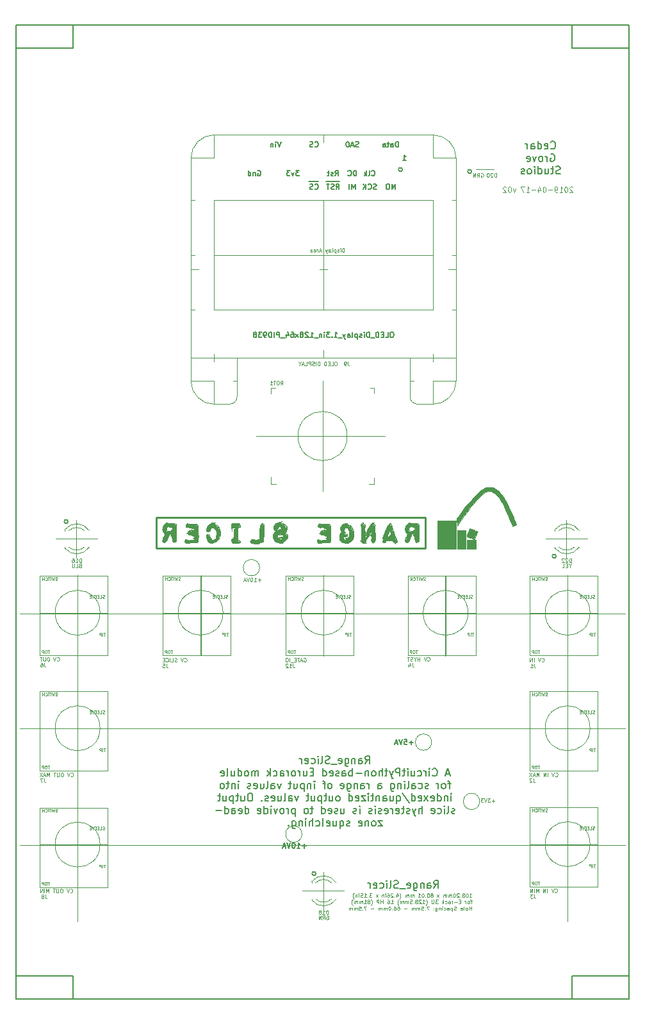
<source format=gbo>
G04 #@! TF.GenerationSoftware,KiCad,Pcbnew,(5.0.0-rc2-dev-444-g2974a2c10)*
G04 #@! TF.CreationDate,2019-06-05T22:24:42-07:00*
G04 #@! TF.ProjectId,2019-04-06_Range_Slicer_PCB,323031392D30342D30365F52616E6765,v02*
G04 #@! TF.SameCoordinates,Original*
G04 #@! TF.FileFunction,Legend,Bot*
G04 #@! TF.FilePolarity,Positive*
%FSLAX46Y46*%
G04 Gerber Fmt 4.6, Leading zero omitted, Abs format (unit mm)*
G04 Created by KiCad (PCBNEW (5.0.0-rc2-dev-444-g2974a2c10)) date 06/05/19 22:24:42*
%MOMM*%
%LPD*%
G01*
G04 APERTURE LIST*
%ADD10C,0.200000*%
%ADD11C,0.100000*%
%ADD12C,0.150000*%
%ADD13C,0.250000*%
%ADD14C,0.120000*%
%ADD15C,0.010000*%
%ADD16C,0.080000*%
G04 APERTURE END LIST*
D10*
X95000000Y-155500000D02*
X102500000Y-155500000D01*
X102500000Y-155500000D02*
X102500000Y-158500000D01*
X168500000Y-155500000D02*
X168500000Y-158500000D01*
X168500000Y-155500000D02*
X176000000Y-155500000D01*
X168500000Y-30000000D02*
X168500000Y-33000000D01*
X168500000Y-33000000D02*
X176000000Y-33000000D01*
X102500000Y-30000000D02*
X102500000Y-33000000D01*
X95000000Y-33000000D02*
X102500000Y-33000000D01*
X95000000Y-30000000D02*
X176000000Y-30000000D01*
X95000000Y-30050000D02*
X95000000Y-158550000D01*
X95000000Y-158550000D02*
X176000000Y-158550000D01*
X176000000Y-30050000D02*
X176000000Y-158550000D01*
D11*
X149927631Y-124650000D02*
G75*
G03X149927631Y-124650000I-1077631J0D01*
G01*
D12*
X147508000Y-124700000D02*
X146974666Y-124700000D01*
X147241333Y-124966666D02*
X147241333Y-124433333D01*
X146308000Y-124266666D02*
X146641333Y-124266666D01*
X146674666Y-124600000D01*
X146641333Y-124566666D01*
X146574666Y-124533333D01*
X146408000Y-124533333D01*
X146341333Y-124566666D01*
X146308000Y-124600000D01*
X146274666Y-124666666D01*
X146274666Y-124833333D01*
X146308000Y-124900000D01*
X146341333Y-124933333D01*
X146408000Y-124966666D01*
X146574666Y-124966666D01*
X146641333Y-124933333D01*
X146674666Y-124900000D01*
X146074666Y-124266666D02*
X145841333Y-124966666D01*
X145608000Y-124266666D01*
X145408000Y-124766666D02*
X145074666Y-124766666D01*
X145474666Y-124966666D02*
X145241333Y-124266666D01*
X145008000Y-124966666D01*
D11*
X156275631Y-132479000D02*
G75*
G03X156275631Y-132479000I-1077631J0D01*
G01*
X158237952Y-132387714D02*
X157857000Y-132387714D01*
X158047476Y-132578190D02*
X158047476Y-132197238D01*
X157666523Y-132078190D02*
X157357000Y-132078190D01*
X157523666Y-132268666D01*
X157452238Y-132268666D01*
X157404619Y-132292476D01*
X157380809Y-132316285D01*
X157357000Y-132363904D01*
X157357000Y-132482952D01*
X157380809Y-132530571D01*
X157404619Y-132554380D01*
X157452238Y-132578190D01*
X157595095Y-132578190D01*
X157642714Y-132554380D01*
X157666523Y-132530571D01*
X157214142Y-132078190D02*
X157047476Y-132578190D01*
X156880809Y-132078190D01*
X156761761Y-132078190D02*
X156452238Y-132078190D01*
X156618904Y-132268666D01*
X156547476Y-132268666D01*
X156499857Y-132292476D01*
X156476047Y-132316285D01*
X156452238Y-132363904D01*
X156452238Y-132482952D01*
X156476047Y-132530571D01*
X156499857Y-132554380D01*
X156547476Y-132578190D01*
X156690333Y-132578190D01*
X156737952Y-132554380D01*
X156761761Y-132530571D01*
X132780631Y-136797000D02*
G75*
G03X132780631Y-136797000I-1077631J0D01*
G01*
D12*
X133363333Y-138371000D02*
X132830000Y-138371000D01*
X133096666Y-138637666D02*
X133096666Y-138104333D01*
X132130000Y-138637666D02*
X132530000Y-138637666D01*
X132330000Y-138637666D02*
X132330000Y-137937666D01*
X132396666Y-138037666D01*
X132463333Y-138104333D01*
X132530000Y-138137666D01*
X131696666Y-137937666D02*
X131630000Y-137937666D01*
X131563333Y-137971000D01*
X131530000Y-138004333D01*
X131496666Y-138071000D01*
X131463333Y-138204333D01*
X131463333Y-138371000D01*
X131496666Y-138504333D01*
X131530000Y-138571000D01*
X131563333Y-138604333D01*
X131630000Y-138637666D01*
X131696666Y-138637666D01*
X131763333Y-138604333D01*
X131796666Y-138571000D01*
X131830000Y-138504333D01*
X131863333Y-138371000D01*
X131863333Y-138204333D01*
X131830000Y-138071000D01*
X131796666Y-138004333D01*
X131763333Y-137971000D01*
X131696666Y-137937666D01*
X131263333Y-137937666D02*
X131030000Y-138637666D01*
X130796666Y-137937666D01*
X130596666Y-138437666D02*
X130263333Y-138437666D01*
X130663333Y-138637666D02*
X130430000Y-137937666D01*
X130196666Y-138637666D01*
D11*
X127181801Y-101618000D02*
G75*
G03X127181801Y-101618000I-1077631J0D01*
G01*
X127337238Y-103228514D02*
X126956285Y-103228514D01*
X127146761Y-103418990D02*
X127146761Y-103038038D01*
X126456285Y-103418990D02*
X126742000Y-103418990D01*
X126599142Y-103418990D02*
X126599142Y-102918990D01*
X126646761Y-102990419D01*
X126694380Y-103038038D01*
X126742000Y-103061847D01*
X126146761Y-102918990D02*
X126099142Y-102918990D01*
X126051523Y-102942800D01*
X126027714Y-102966609D01*
X126003904Y-103014228D01*
X125980095Y-103109466D01*
X125980095Y-103228514D01*
X126003904Y-103323752D01*
X126027714Y-103371371D01*
X126051523Y-103395180D01*
X126099142Y-103418990D01*
X126146761Y-103418990D01*
X126194380Y-103395180D01*
X126218190Y-103371371D01*
X126242000Y-103323752D01*
X126265809Y-103228514D01*
X126265809Y-103109466D01*
X126242000Y-103014228D01*
X126218190Y-102966609D01*
X126194380Y-102942800D01*
X126146761Y-102918990D01*
X125837238Y-102918990D02*
X125670571Y-103418990D01*
X125503904Y-102918990D01*
X125361047Y-103276133D02*
X125122952Y-103276133D01*
X125408666Y-103418990D02*
X125242000Y-102918990D01*
X125075333Y-103418990D01*
X103150000Y-107650000D02*
X119460000Y-107650000D01*
X119460000Y-107650000D02*
X135570000Y-107650000D01*
X151750000Y-102709000D02*
X151750000Y-113250000D01*
X151750000Y-107650000D02*
X167850000Y-107650000D01*
X135640000Y-107650000D02*
X151750000Y-107650000D01*
D12*
X141150000Y-127477380D02*
X141483333Y-127001190D01*
X141721428Y-127477380D02*
X141721428Y-126477380D01*
X141340476Y-126477380D01*
X141245238Y-126525000D01*
X141197619Y-126572619D01*
X141150000Y-126667857D01*
X141150000Y-126810714D01*
X141197619Y-126905952D01*
X141245238Y-126953571D01*
X141340476Y-127001190D01*
X141721428Y-127001190D01*
X140292857Y-127477380D02*
X140292857Y-126953571D01*
X140340476Y-126858333D01*
X140435714Y-126810714D01*
X140626190Y-126810714D01*
X140721428Y-126858333D01*
X140292857Y-127429761D02*
X140388095Y-127477380D01*
X140626190Y-127477380D01*
X140721428Y-127429761D01*
X140769047Y-127334523D01*
X140769047Y-127239285D01*
X140721428Y-127144047D01*
X140626190Y-127096428D01*
X140388095Y-127096428D01*
X140292857Y-127048809D01*
X139816666Y-126810714D02*
X139816666Y-127477380D01*
X139816666Y-126905952D02*
X139769047Y-126858333D01*
X139673809Y-126810714D01*
X139530952Y-126810714D01*
X139435714Y-126858333D01*
X139388095Y-126953571D01*
X139388095Y-127477380D01*
X138483333Y-126810714D02*
X138483333Y-127620238D01*
X138530952Y-127715476D01*
X138578571Y-127763095D01*
X138673809Y-127810714D01*
X138816666Y-127810714D01*
X138911904Y-127763095D01*
X138483333Y-127429761D02*
X138578571Y-127477380D01*
X138769047Y-127477380D01*
X138864285Y-127429761D01*
X138911904Y-127382142D01*
X138959523Y-127286904D01*
X138959523Y-127001190D01*
X138911904Y-126905952D01*
X138864285Y-126858333D01*
X138769047Y-126810714D01*
X138578571Y-126810714D01*
X138483333Y-126858333D01*
X137626190Y-127429761D02*
X137721428Y-127477380D01*
X137911904Y-127477380D01*
X138007142Y-127429761D01*
X138054761Y-127334523D01*
X138054761Y-126953571D01*
X138007142Y-126858333D01*
X137911904Y-126810714D01*
X137721428Y-126810714D01*
X137626190Y-126858333D01*
X137578571Y-126953571D01*
X137578571Y-127048809D01*
X138054761Y-127144047D01*
X137388095Y-127572619D02*
X136626190Y-127572619D01*
X136435714Y-127429761D02*
X136292857Y-127477380D01*
X136054761Y-127477380D01*
X135959523Y-127429761D01*
X135911904Y-127382142D01*
X135864285Y-127286904D01*
X135864285Y-127191666D01*
X135911904Y-127096428D01*
X135959523Y-127048809D01*
X136054761Y-127001190D01*
X136245238Y-126953571D01*
X136340476Y-126905952D01*
X136388095Y-126858333D01*
X136435714Y-126763095D01*
X136435714Y-126667857D01*
X136388095Y-126572619D01*
X136340476Y-126525000D01*
X136245238Y-126477380D01*
X136007142Y-126477380D01*
X135864285Y-126525000D01*
X135292857Y-127477380D02*
X135388095Y-127429761D01*
X135435714Y-127334523D01*
X135435714Y-126477380D01*
X134911904Y-127477380D02*
X134911904Y-126810714D01*
X134911904Y-126477380D02*
X134959523Y-126525000D01*
X134911904Y-126572619D01*
X134864285Y-126525000D01*
X134911904Y-126477380D01*
X134911904Y-126572619D01*
X134007142Y-127429761D02*
X134102380Y-127477380D01*
X134292857Y-127477380D01*
X134388095Y-127429761D01*
X134435714Y-127382142D01*
X134483333Y-127286904D01*
X134483333Y-127001190D01*
X134435714Y-126905952D01*
X134388095Y-126858333D01*
X134292857Y-126810714D01*
X134102380Y-126810714D01*
X134007142Y-126858333D01*
X133197619Y-127429761D02*
X133292857Y-127477380D01*
X133483333Y-127477380D01*
X133578571Y-127429761D01*
X133626190Y-127334523D01*
X133626190Y-126953571D01*
X133578571Y-126858333D01*
X133483333Y-126810714D01*
X133292857Y-126810714D01*
X133197619Y-126858333D01*
X133150000Y-126953571D01*
X133150000Y-127048809D01*
X133626190Y-127144047D01*
X132721428Y-127477380D02*
X132721428Y-126810714D01*
X132721428Y-127001190D02*
X132673809Y-126905952D01*
X132626190Y-126858333D01*
X132530952Y-126810714D01*
X132435714Y-126810714D01*
X152292857Y-128841666D02*
X151816666Y-128841666D01*
X152388095Y-129127380D02*
X152054761Y-128127380D01*
X151721428Y-129127380D01*
X150054761Y-129032142D02*
X150102380Y-129079761D01*
X150245238Y-129127380D01*
X150340476Y-129127380D01*
X150483333Y-129079761D01*
X150578571Y-128984523D01*
X150626190Y-128889285D01*
X150673809Y-128698809D01*
X150673809Y-128555952D01*
X150626190Y-128365476D01*
X150578571Y-128270238D01*
X150483333Y-128175000D01*
X150340476Y-128127380D01*
X150245238Y-128127380D01*
X150102380Y-128175000D01*
X150054761Y-128222619D01*
X149626190Y-129127380D02*
X149626190Y-128460714D01*
X149626190Y-128127380D02*
X149673809Y-128175000D01*
X149626190Y-128222619D01*
X149578571Y-128175000D01*
X149626190Y-128127380D01*
X149626190Y-128222619D01*
X149150000Y-129127380D02*
X149150000Y-128460714D01*
X149150000Y-128651190D02*
X149102380Y-128555952D01*
X149054761Y-128508333D01*
X148959523Y-128460714D01*
X148864285Y-128460714D01*
X148102380Y-129079761D02*
X148197619Y-129127380D01*
X148388095Y-129127380D01*
X148483333Y-129079761D01*
X148530952Y-129032142D01*
X148578571Y-128936904D01*
X148578571Y-128651190D01*
X148530952Y-128555952D01*
X148483333Y-128508333D01*
X148388095Y-128460714D01*
X148197619Y-128460714D01*
X148102380Y-128508333D01*
X147245238Y-128460714D02*
X147245238Y-129127380D01*
X147673809Y-128460714D02*
X147673809Y-128984523D01*
X147626190Y-129079761D01*
X147530952Y-129127380D01*
X147388095Y-129127380D01*
X147292857Y-129079761D01*
X147245238Y-129032142D01*
X146769047Y-129127380D02*
X146769047Y-128460714D01*
X146769047Y-128127380D02*
X146816666Y-128175000D01*
X146769047Y-128222619D01*
X146721428Y-128175000D01*
X146769047Y-128127380D01*
X146769047Y-128222619D01*
X146435714Y-128460714D02*
X146054761Y-128460714D01*
X146292857Y-128127380D02*
X146292857Y-128984523D01*
X146245238Y-129079761D01*
X146150000Y-129127380D01*
X146054761Y-129127380D01*
X145721428Y-129127380D02*
X145721428Y-128127380D01*
X145340476Y-128127380D01*
X145245238Y-128175000D01*
X145197619Y-128222619D01*
X145150000Y-128317857D01*
X145150000Y-128460714D01*
X145197619Y-128555952D01*
X145245238Y-128603571D01*
X145340476Y-128651190D01*
X145721428Y-128651190D01*
X144816666Y-128460714D02*
X144578571Y-129127380D01*
X144340476Y-128460714D02*
X144578571Y-129127380D01*
X144673809Y-129365476D01*
X144721428Y-129413095D01*
X144816666Y-129460714D01*
X144102380Y-128460714D02*
X143721428Y-128460714D01*
X143959523Y-128127380D02*
X143959523Y-128984523D01*
X143911904Y-129079761D01*
X143816666Y-129127380D01*
X143721428Y-129127380D01*
X143388095Y-129127380D02*
X143388095Y-128127380D01*
X142959523Y-129127380D02*
X142959523Y-128603571D01*
X143007142Y-128508333D01*
X143102380Y-128460714D01*
X143245238Y-128460714D01*
X143340476Y-128508333D01*
X143388095Y-128555952D01*
X142340476Y-129127380D02*
X142435714Y-129079761D01*
X142483333Y-129032142D01*
X142530952Y-128936904D01*
X142530952Y-128651190D01*
X142483333Y-128555952D01*
X142435714Y-128508333D01*
X142340476Y-128460714D01*
X142197619Y-128460714D01*
X142102380Y-128508333D01*
X142054761Y-128555952D01*
X142007142Y-128651190D01*
X142007142Y-128936904D01*
X142054761Y-129032142D01*
X142102380Y-129079761D01*
X142197619Y-129127380D01*
X142340476Y-129127380D01*
X141578571Y-128460714D02*
X141578571Y-129127380D01*
X141578571Y-128555952D02*
X141530952Y-128508333D01*
X141435714Y-128460714D01*
X141292857Y-128460714D01*
X141197619Y-128508333D01*
X141150000Y-128603571D01*
X141150000Y-129127380D01*
X140673809Y-128746428D02*
X139911904Y-128746428D01*
X139435714Y-129127380D02*
X139435714Y-128127380D01*
X139435714Y-128508333D02*
X139340476Y-128460714D01*
X139150000Y-128460714D01*
X139054761Y-128508333D01*
X139007142Y-128555952D01*
X138959523Y-128651190D01*
X138959523Y-128936904D01*
X139007142Y-129032142D01*
X139054761Y-129079761D01*
X139150000Y-129127380D01*
X139340476Y-129127380D01*
X139435714Y-129079761D01*
X138102380Y-129127380D02*
X138102380Y-128603571D01*
X138150000Y-128508333D01*
X138245238Y-128460714D01*
X138435714Y-128460714D01*
X138530952Y-128508333D01*
X138102380Y-129079761D02*
X138197619Y-129127380D01*
X138435714Y-129127380D01*
X138530952Y-129079761D01*
X138578571Y-128984523D01*
X138578571Y-128889285D01*
X138530952Y-128794047D01*
X138435714Y-128746428D01*
X138197619Y-128746428D01*
X138102380Y-128698809D01*
X137673809Y-129079761D02*
X137578571Y-129127380D01*
X137388095Y-129127380D01*
X137292857Y-129079761D01*
X137245238Y-128984523D01*
X137245238Y-128936904D01*
X137292857Y-128841666D01*
X137388095Y-128794047D01*
X137530952Y-128794047D01*
X137626190Y-128746428D01*
X137673809Y-128651190D01*
X137673809Y-128603571D01*
X137626190Y-128508333D01*
X137530952Y-128460714D01*
X137388095Y-128460714D01*
X137292857Y-128508333D01*
X136435714Y-129079761D02*
X136530952Y-129127380D01*
X136721428Y-129127380D01*
X136816666Y-129079761D01*
X136864285Y-128984523D01*
X136864285Y-128603571D01*
X136816666Y-128508333D01*
X136721428Y-128460714D01*
X136530952Y-128460714D01*
X136435714Y-128508333D01*
X136388095Y-128603571D01*
X136388095Y-128698809D01*
X136864285Y-128794047D01*
X135530952Y-129127380D02*
X135530952Y-128127380D01*
X135530952Y-129079761D02*
X135626190Y-129127380D01*
X135816666Y-129127380D01*
X135911904Y-129079761D01*
X135959523Y-129032142D01*
X136007142Y-128936904D01*
X136007142Y-128651190D01*
X135959523Y-128555952D01*
X135911904Y-128508333D01*
X135816666Y-128460714D01*
X135626190Y-128460714D01*
X135530952Y-128508333D01*
X134292857Y-128603571D02*
X133959523Y-128603571D01*
X133816666Y-129127380D02*
X134292857Y-129127380D01*
X134292857Y-128127380D01*
X133816666Y-128127380D01*
X132959523Y-128460714D02*
X132959523Y-129127380D01*
X133388095Y-128460714D02*
X133388095Y-128984523D01*
X133340476Y-129079761D01*
X133245238Y-129127380D01*
X133102380Y-129127380D01*
X133007142Y-129079761D01*
X132959523Y-129032142D01*
X132483333Y-129127380D02*
X132483333Y-128460714D01*
X132483333Y-128651190D02*
X132435714Y-128555952D01*
X132388095Y-128508333D01*
X132292857Y-128460714D01*
X132197619Y-128460714D01*
X131721428Y-129127380D02*
X131816666Y-129079761D01*
X131864285Y-129032142D01*
X131911904Y-128936904D01*
X131911904Y-128651190D01*
X131864285Y-128555952D01*
X131816666Y-128508333D01*
X131721428Y-128460714D01*
X131578571Y-128460714D01*
X131483333Y-128508333D01*
X131435714Y-128555952D01*
X131388095Y-128651190D01*
X131388095Y-128936904D01*
X131435714Y-129032142D01*
X131483333Y-129079761D01*
X131578571Y-129127380D01*
X131721428Y-129127380D01*
X130959523Y-129127380D02*
X130959523Y-128460714D01*
X130959523Y-128651190D02*
X130911904Y-128555952D01*
X130864285Y-128508333D01*
X130769047Y-128460714D01*
X130673809Y-128460714D01*
X129911904Y-129127380D02*
X129911904Y-128603571D01*
X129959523Y-128508333D01*
X130054761Y-128460714D01*
X130245238Y-128460714D01*
X130340476Y-128508333D01*
X129911904Y-129079761D02*
X130007142Y-129127380D01*
X130245238Y-129127380D01*
X130340476Y-129079761D01*
X130388095Y-128984523D01*
X130388095Y-128889285D01*
X130340476Y-128794047D01*
X130245238Y-128746428D01*
X130007142Y-128746428D01*
X129911904Y-128698809D01*
X129007142Y-129079761D02*
X129102380Y-129127380D01*
X129292857Y-129127380D01*
X129388095Y-129079761D01*
X129435714Y-129032142D01*
X129483333Y-128936904D01*
X129483333Y-128651190D01*
X129435714Y-128555952D01*
X129388095Y-128508333D01*
X129292857Y-128460714D01*
X129102380Y-128460714D01*
X129007142Y-128508333D01*
X128578571Y-129127380D02*
X128578571Y-128127380D01*
X128483333Y-128746428D02*
X128197619Y-129127380D01*
X128197619Y-128460714D02*
X128578571Y-128841666D01*
X127007142Y-129127380D02*
X127007142Y-128460714D01*
X127007142Y-128555952D02*
X126959523Y-128508333D01*
X126864285Y-128460714D01*
X126721428Y-128460714D01*
X126626190Y-128508333D01*
X126578571Y-128603571D01*
X126578571Y-129127380D01*
X126578571Y-128603571D02*
X126530952Y-128508333D01*
X126435714Y-128460714D01*
X126292857Y-128460714D01*
X126197619Y-128508333D01*
X126150000Y-128603571D01*
X126150000Y-129127380D01*
X125530952Y-129127380D02*
X125626190Y-129079761D01*
X125673809Y-129032142D01*
X125721428Y-128936904D01*
X125721428Y-128651190D01*
X125673809Y-128555952D01*
X125626190Y-128508333D01*
X125530952Y-128460714D01*
X125388095Y-128460714D01*
X125292857Y-128508333D01*
X125245238Y-128555952D01*
X125197619Y-128651190D01*
X125197619Y-128936904D01*
X125245238Y-129032142D01*
X125292857Y-129079761D01*
X125388095Y-129127380D01*
X125530952Y-129127380D01*
X124340476Y-129127380D02*
X124340476Y-128127380D01*
X124340476Y-129079761D02*
X124435714Y-129127380D01*
X124626190Y-129127380D01*
X124721428Y-129079761D01*
X124769047Y-129032142D01*
X124816666Y-128936904D01*
X124816666Y-128651190D01*
X124769047Y-128555952D01*
X124721428Y-128508333D01*
X124626190Y-128460714D01*
X124435714Y-128460714D01*
X124340476Y-128508333D01*
X123435714Y-128460714D02*
X123435714Y-129127380D01*
X123864285Y-128460714D02*
X123864285Y-128984523D01*
X123816666Y-129079761D01*
X123721428Y-129127380D01*
X123578571Y-129127380D01*
X123483333Y-129079761D01*
X123435714Y-129032142D01*
X122816666Y-129127380D02*
X122911904Y-129079761D01*
X122959523Y-128984523D01*
X122959523Y-128127380D01*
X122054761Y-129079761D02*
X122150000Y-129127380D01*
X122340476Y-129127380D01*
X122435714Y-129079761D01*
X122483333Y-128984523D01*
X122483333Y-128603571D01*
X122435714Y-128508333D01*
X122340476Y-128460714D01*
X122150000Y-128460714D01*
X122054761Y-128508333D01*
X122007142Y-128603571D01*
X122007142Y-128698809D01*
X122483333Y-128794047D01*
X152435714Y-130110714D02*
X152054761Y-130110714D01*
X152292857Y-130777380D02*
X152292857Y-129920238D01*
X152245238Y-129825000D01*
X152150000Y-129777380D01*
X152054761Y-129777380D01*
X151578571Y-130777380D02*
X151673809Y-130729761D01*
X151721428Y-130682142D01*
X151769047Y-130586904D01*
X151769047Y-130301190D01*
X151721428Y-130205952D01*
X151673809Y-130158333D01*
X151578571Y-130110714D01*
X151435714Y-130110714D01*
X151340476Y-130158333D01*
X151292857Y-130205952D01*
X151245238Y-130301190D01*
X151245238Y-130586904D01*
X151292857Y-130682142D01*
X151340476Y-130729761D01*
X151435714Y-130777380D01*
X151578571Y-130777380D01*
X150816666Y-130777380D02*
X150816666Y-130110714D01*
X150816666Y-130301190D02*
X150769047Y-130205952D01*
X150721428Y-130158333D01*
X150626190Y-130110714D01*
X150530952Y-130110714D01*
X149483333Y-130729761D02*
X149388095Y-130777380D01*
X149197619Y-130777380D01*
X149102380Y-130729761D01*
X149054761Y-130634523D01*
X149054761Y-130586904D01*
X149102380Y-130491666D01*
X149197619Y-130444047D01*
X149340476Y-130444047D01*
X149435714Y-130396428D01*
X149483333Y-130301190D01*
X149483333Y-130253571D01*
X149435714Y-130158333D01*
X149340476Y-130110714D01*
X149197619Y-130110714D01*
X149102380Y-130158333D01*
X148197619Y-130729761D02*
X148292857Y-130777380D01*
X148483333Y-130777380D01*
X148578571Y-130729761D01*
X148626190Y-130682142D01*
X148673809Y-130586904D01*
X148673809Y-130301190D01*
X148626190Y-130205952D01*
X148578571Y-130158333D01*
X148483333Y-130110714D01*
X148292857Y-130110714D01*
X148197619Y-130158333D01*
X147340476Y-130777380D02*
X147340476Y-130253571D01*
X147388095Y-130158333D01*
X147483333Y-130110714D01*
X147673809Y-130110714D01*
X147769047Y-130158333D01*
X147340476Y-130729761D02*
X147435714Y-130777380D01*
X147673809Y-130777380D01*
X147769047Y-130729761D01*
X147816666Y-130634523D01*
X147816666Y-130539285D01*
X147769047Y-130444047D01*
X147673809Y-130396428D01*
X147435714Y-130396428D01*
X147340476Y-130348809D01*
X146721428Y-130777380D02*
X146816666Y-130729761D01*
X146864285Y-130634523D01*
X146864285Y-129777380D01*
X146340476Y-130777380D02*
X146340476Y-130110714D01*
X146340476Y-129777380D02*
X146388095Y-129825000D01*
X146340476Y-129872619D01*
X146292857Y-129825000D01*
X146340476Y-129777380D01*
X146340476Y-129872619D01*
X145864285Y-130110714D02*
X145864285Y-130777380D01*
X145864285Y-130205952D02*
X145816666Y-130158333D01*
X145721428Y-130110714D01*
X145578571Y-130110714D01*
X145483333Y-130158333D01*
X145435714Y-130253571D01*
X145435714Y-130777380D01*
X144530952Y-130110714D02*
X144530952Y-130920238D01*
X144578571Y-131015476D01*
X144626190Y-131063095D01*
X144721428Y-131110714D01*
X144864285Y-131110714D01*
X144959523Y-131063095D01*
X144530952Y-130729761D02*
X144626190Y-130777380D01*
X144816666Y-130777380D01*
X144911904Y-130729761D01*
X144959523Y-130682142D01*
X145007142Y-130586904D01*
X145007142Y-130301190D01*
X144959523Y-130205952D01*
X144911904Y-130158333D01*
X144816666Y-130110714D01*
X144626190Y-130110714D01*
X144530952Y-130158333D01*
X142864285Y-130777380D02*
X142864285Y-130253571D01*
X142911904Y-130158333D01*
X143007142Y-130110714D01*
X143197619Y-130110714D01*
X143292857Y-130158333D01*
X142864285Y-130729761D02*
X142959523Y-130777380D01*
X143197619Y-130777380D01*
X143292857Y-130729761D01*
X143340476Y-130634523D01*
X143340476Y-130539285D01*
X143292857Y-130444047D01*
X143197619Y-130396428D01*
X142959523Y-130396428D01*
X142864285Y-130348809D01*
X141626190Y-130777380D02*
X141626190Y-130110714D01*
X141626190Y-130301190D02*
X141578571Y-130205952D01*
X141530952Y-130158333D01*
X141435714Y-130110714D01*
X141340476Y-130110714D01*
X140578571Y-130777380D02*
X140578571Y-130253571D01*
X140626190Y-130158333D01*
X140721428Y-130110714D01*
X140911904Y-130110714D01*
X141007142Y-130158333D01*
X140578571Y-130729761D02*
X140673809Y-130777380D01*
X140911904Y-130777380D01*
X141007142Y-130729761D01*
X141054761Y-130634523D01*
X141054761Y-130539285D01*
X141007142Y-130444047D01*
X140911904Y-130396428D01*
X140673809Y-130396428D01*
X140578571Y-130348809D01*
X140102380Y-130110714D02*
X140102380Y-130777380D01*
X140102380Y-130205952D02*
X140054761Y-130158333D01*
X139959523Y-130110714D01*
X139816666Y-130110714D01*
X139721428Y-130158333D01*
X139673809Y-130253571D01*
X139673809Y-130777380D01*
X138769047Y-130110714D02*
X138769047Y-130920238D01*
X138816666Y-131015476D01*
X138864285Y-131063095D01*
X138959523Y-131110714D01*
X139102380Y-131110714D01*
X139197619Y-131063095D01*
X138769047Y-130729761D02*
X138864285Y-130777380D01*
X139054761Y-130777380D01*
X139150000Y-130729761D01*
X139197619Y-130682142D01*
X139245238Y-130586904D01*
X139245238Y-130301190D01*
X139197619Y-130205952D01*
X139150000Y-130158333D01*
X139054761Y-130110714D01*
X138864285Y-130110714D01*
X138769047Y-130158333D01*
X137911904Y-130729761D02*
X138007142Y-130777380D01*
X138197619Y-130777380D01*
X138292857Y-130729761D01*
X138340476Y-130634523D01*
X138340476Y-130253571D01*
X138292857Y-130158333D01*
X138197619Y-130110714D01*
X138007142Y-130110714D01*
X137911904Y-130158333D01*
X137864285Y-130253571D01*
X137864285Y-130348809D01*
X138340476Y-130444047D01*
X136530952Y-130777380D02*
X136626190Y-130729761D01*
X136673809Y-130682142D01*
X136721428Y-130586904D01*
X136721428Y-130301190D01*
X136673809Y-130205952D01*
X136626190Y-130158333D01*
X136530952Y-130110714D01*
X136388095Y-130110714D01*
X136292857Y-130158333D01*
X136245238Y-130205952D01*
X136197619Y-130301190D01*
X136197619Y-130586904D01*
X136245238Y-130682142D01*
X136292857Y-130729761D01*
X136388095Y-130777380D01*
X136530952Y-130777380D01*
X135911904Y-130110714D02*
X135530952Y-130110714D01*
X135769047Y-130777380D02*
X135769047Y-129920238D01*
X135721428Y-129825000D01*
X135626190Y-129777380D01*
X135530952Y-129777380D01*
X134435714Y-130777380D02*
X134435714Y-130110714D01*
X134435714Y-129777380D02*
X134483333Y-129825000D01*
X134435714Y-129872619D01*
X134388095Y-129825000D01*
X134435714Y-129777380D01*
X134435714Y-129872619D01*
X133959523Y-130110714D02*
X133959523Y-130777380D01*
X133959523Y-130205952D02*
X133911904Y-130158333D01*
X133816666Y-130110714D01*
X133673809Y-130110714D01*
X133578571Y-130158333D01*
X133530952Y-130253571D01*
X133530952Y-130777380D01*
X133054761Y-130110714D02*
X133054761Y-131110714D01*
X133054761Y-130158333D02*
X132959523Y-130110714D01*
X132769047Y-130110714D01*
X132673809Y-130158333D01*
X132626190Y-130205952D01*
X132578571Y-130301190D01*
X132578571Y-130586904D01*
X132626190Y-130682142D01*
X132673809Y-130729761D01*
X132769047Y-130777380D01*
X132959523Y-130777380D01*
X133054761Y-130729761D01*
X131721428Y-130110714D02*
X131721428Y-130777380D01*
X132150000Y-130110714D02*
X132150000Y-130634523D01*
X132102380Y-130729761D01*
X132007142Y-130777380D01*
X131864285Y-130777380D01*
X131769047Y-130729761D01*
X131721428Y-130682142D01*
X131388095Y-130110714D02*
X131007142Y-130110714D01*
X131245238Y-129777380D02*
X131245238Y-130634523D01*
X131197619Y-130729761D01*
X131102380Y-130777380D01*
X131007142Y-130777380D01*
X130007142Y-130110714D02*
X129769047Y-130777380D01*
X129530952Y-130110714D01*
X128721428Y-130777380D02*
X128721428Y-130253571D01*
X128769047Y-130158333D01*
X128864285Y-130110714D01*
X129054761Y-130110714D01*
X129150000Y-130158333D01*
X128721428Y-130729761D02*
X128816666Y-130777380D01*
X129054761Y-130777380D01*
X129150000Y-130729761D01*
X129197619Y-130634523D01*
X129197619Y-130539285D01*
X129150000Y-130444047D01*
X129054761Y-130396428D01*
X128816666Y-130396428D01*
X128721428Y-130348809D01*
X128102380Y-130777380D02*
X128197619Y-130729761D01*
X128245238Y-130634523D01*
X128245238Y-129777380D01*
X127292857Y-130110714D02*
X127292857Y-130777380D01*
X127721428Y-130110714D02*
X127721428Y-130634523D01*
X127673809Y-130729761D01*
X127578571Y-130777380D01*
X127435714Y-130777380D01*
X127340476Y-130729761D01*
X127292857Y-130682142D01*
X126435714Y-130729761D02*
X126530952Y-130777380D01*
X126721428Y-130777380D01*
X126816666Y-130729761D01*
X126864285Y-130634523D01*
X126864285Y-130253571D01*
X126816666Y-130158333D01*
X126721428Y-130110714D01*
X126530952Y-130110714D01*
X126435714Y-130158333D01*
X126388095Y-130253571D01*
X126388095Y-130348809D01*
X126864285Y-130444047D01*
X126007142Y-130729761D02*
X125911904Y-130777380D01*
X125721428Y-130777380D01*
X125626190Y-130729761D01*
X125578571Y-130634523D01*
X125578571Y-130586904D01*
X125626190Y-130491666D01*
X125721428Y-130444047D01*
X125864285Y-130444047D01*
X125959523Y-130396428D01*
X126007142Y-130301190D01*
X126007142Y-130253571D01*
X125959523Y-130158333D01*
X125864285Y-130110714D01*
X125721428Y-130110714D01*
X125626190Y-130158333D01*
X124388095Y-130777380D02*
X124388095Y-130110714D01*
X124388095Y-129777380D02*
X124435714Y-129825000D01*
X124388095Y-129872619D01*
X124340476Y-129825000D01*
X124388095Y-129777380D01*
X124388095Y-129872619D01*
X123911904Y-130110714D02*
X123911904Y-130777380D01*
X123911904Y-130205952D02*
X123864285Y-130158333D01*
X123769047Y-130110714D01*
X123626190Y-130110714D01*
X123530952Y-130158333D01*
X123483333Y-130253571D01*
X123483333Y-130777380D01*
X123150000Y-130110714D02*
X122769047Y-130110714D01*
X123007142Y-129777380D02*
X123007142Y-130634523D01*
X122959523Y-130729761D01*
X122864285Y-130777380D01*
X122769047Y-130777380D01*
X122292857Y-130777380D02*
X122388095Y-130729761D01*
X122435714Y-130682142D01*
X122483333Y-130586904D01*
X122483333Y-130301190D01*
X122435714Y-130205952D01*
X122388095Y-130158333D01*
X122292857Y-130110714D01*
X122150000Y-130110714D01*
X122054761Y-130158333D01*
X122007142Y-130205952D01*
X121959523Y-130301190D01*
X121959523Y-130586904D01*
X122007142Y-130682142D01*
X122054761Y-130729761D01*
X122150000Y-130777380D01*
X122292857Y-130777380D01*
X152507142Y-132427380D02*
X152507142Y-131760714D01*
X152507142Y-131427380D02*
X152554761Y-131475000D01*
X152507142Y-131522619D01*
X152459523Y-131475000D01*
X152507142Y-131427380D01*
X152507142Y-131522619D01*
X152030952Y-131760714D02*
X152030952Y-132427380D01*
X152030952Y-131855952D02*
X151983333Y-131808333D01*
X151888095Y-131760714D01*
X151745238Y-131760714D01*
X151650000Y-131808333D01*
X151602380Y-131903571D01*
X151602380Y-132427380D01*
X150697619Y-132427380D02*
X150697619Y-131427380D01*
X150697619Y-132379761D02*
X150792857Y-132427380D01*
X150983333Y-132427380D01*
X151078571Y-132379761D01*
X151126190Y-132332142D01*
X151173809Y-132236904D01*
X151173809Y-131951190D01*
X151126190Y-131855952D01*
X151078571Y-131808333D01*
X150983333Y-131760714D01*
X150792857Y-131760714D01*
X150697619Y-131808333D01*
X149840476Y-132379761D02*
X149935714Y-132427380D01*
X150126190Y-132427380D01*
X150221428Y-132379761D01*
X150269047Y-132284523D01*
X150269047Y-131903571D01*
X150221428Y-131808333D01*
X150126190Y-131760714D01*
X149935714Y-131760714D01*
X149840476Y-131808333D01*
X149792857Y-131903571D01*
X149792857Y-131998809D01*
X150269047Y-132094047D01*
X149459523Y-132427380D02*
X148935714Y-131760714D01*
X149459523Y-131760714D02*
X148935714Y-132427380D01*
X148173809Y-132379761D02*
X148269047Y-132427380D01*
X148459523Y-132427380D01*
X148554761Y-132379761D01*
X148602380Y-132284523D01*
X148602380Y-131903571D01*
X148554761Y-131808333D01*
X148459523Y-131760714D01*
X148269047Y-131760714D01*
X148173809Y-131808333D01*
X148126190Y-131903571D01*
X148126190Y-131998809D01*
X148602380Y-132094047D01*
X147269047Y-132427380D02*
X147269047Y-131427380D01*
X147269047Y-132379761D02*
X147364285Y-132427380D01*
X147554761Y-132427380D01*
X147650000Y-132379761D01*
X147697619Y-132332142D01*
X147745238Y-132236904D01*
X147745238Y-131951190D01*
X147697619Y-131855952D01*
X147650000Y-131808333D01*
X147554761Y-131760714D01*
X147364285Y-131760714D01*
X147269047Y-131808333D01*
X146078571Y-131379761D02*
X146935714Y-132665476D01*
X145316666Y-131760714D02*
X145316666Y-132760714D01*
X145316666Y-132379761D02*
X145411904Y-132427380D01*
X145602380Y-132427380D01*
X145697619Y-132379761D01*
X145745238Y-132332142D01*
X145792857Y-132236904D01*
X145792857Y-131951190D01*
X145745238Y-131855952D01*
X145697619Y-131808333D01*
X145602380Y-131760714D01*
X145411904Y-131760714D01*
X145316666Y-131808333D01*
X144411904Y-131760714D02*
X144411904Y-132427380D01*
X144840476Y-131760714D02*
X144840476Y-132284523D01*
X144792857Y-132379761D01*
X144697619Y-132427380D01*
X144554761Y-132427380D01*
X144459523Y-132379761D01*
X144411904Y-132332142D01*
X143507142Y-132427380D02*
X143507142Y-131903571D01*
X143554761Y-131808333D01*
X143650000Y-131760714D01*
X143840476Y-131760714D01*
X143935714Y-131808333D01*
X143507142Y-132379761D02*
X143602380Y-132427380D01*
X143840476Y-132427380D01*
X143935714Y-132379761D01*
X143983333Y-132284523D01*
X143983333Y-132189285D01*
X143935714Y-132094047D01*
X143840476Y-132046428D01*
X143602380Y-132046428D01*
X143507142Y-131998809D01*
X143030952Y-131760714D02*
X143030952Y-132427380D01*
X143030952Y-131855952D02*
X142983333Y-131808333D01*
X142888095Y-131760714D01*
X142745238Y-131760714D01*
X142650000Y-131808333D01*
X142602380Y-131903571D01*
X142602380Y-132427380D01*
X142269047Y-131760714D02*
X141888095Y-131760714D01*
X142126190Y-131427380D02*
X142126190Y-132284523D01*
X142078571Y-132379761D01*
X141983333Y-132427380D01*
X141888095Y-132427380D01*
X141554761Y-132427380D02*
X141554761Y-131760714D01*
X141554761Y-131427380D02*
X141602380Y-131475000D01*
X141554761Y-131522619D01*
X141507142Y-131475000D01*
X141554761Y-131427380D01*
X141554761Y-131522619D01*
X141173809Y-131760714D02*
X140650000Y-131760714D01*
X141173809Y-132427380D01*
X140650000Y-132427380D01*
X139888095Y-132379761D02*
X139983333Y-132427380D01*
X140173809Y-132427380D01*
X140269047Y-132379761D01*
X140316666Y-132284523D01*
X140316666Y-131903571D01*
X140269047Y-131808333D01*
X140173809Y-131760714D01*
X139983333Y-131760714D01*
X139888095Y-131808333D01*
X139840476Y-131903571D01*
X139840476Y-131998809D01*
X140316666Y-132094047D01*
X138983333Y-132427380D02*
X138983333Y-131427380D01*
X138983333Y-132379761D02*
X139078571Y-132427380D01*
X139269047Y-132427380D01*
X139364285Y-132379761D01*
X139411904Y-132332142D01*
X139459523Y-132236904D01*
X139459523Y-131951190D01*
X139411904Y-131855952D01*
X139364285Y-131808333D01*
X139269047Y-131760714D01*
X139078571Y-131760714D01*
X138983333Y-131808333D01*
X137602380Y-132427380D02*
X137697619Y-132379761D01*
X137745238Y-132332142D01*
X137792857Y-132236904D01*
X137792857Y-131951190D01*
X137745238Y-131855952D01*
X137697619Y-131808333D01*
X137602380Y-131760714D01*
X137459523Y-131760714D01*
X137364285Y-131808333D01*
X137316666Y-131855952D01*
X137269047Y-131951190D01*
X137269047Y-132236904D01*
X137316666Y-132332142D01*
X137364285Y-132379761D01*
X137459523Y-132427380D01*
X137602380Y-132427380D01*
X136411904Y-131760714D02*
X136411904Y-132427380D01*
X136840476Y-131760714D02*
X136840476Y-132284523D01*
X136792857Y-132379761D01*
X136697619Y-132427380D01*
X136554761Y-132427380D01*
X136459523Y-132379761D01*
X136411904Y-132332142D01*
X136078571Y-131760714D02*
X135697619Y-131760714D01*
X135935714Y-131427380D02*
X135935714Y-132284523D01*
X135888095Y-132379761D01*
X135792857Y-132427380D01*
X135697619Y-132427380D01*
X135364285Y-131760714D02*
X135364285Y-132760714D01*
X135364285Y-131808333D02*
X135269047Y-131760714D01*
X135078571Y-131760714D01*
X134983333Y-131808333D01*
X134935714Y-131855952D01*
X134888095Y-131951190D01*
X134888095Y-132236904D01*
X134935714Y-132332142D01*
X134983333Y-132379761D01*
X135078571Y-132427380D01*
X135269047Y-132427380D01*
X135364285Y-132379761D01*
X134030952Y-131760714D02*
X134030952Y-132427380D01*
X134459523Y-131760714D02*
X134459523Y-132284523D01*
X134411904Y-132379761D01*
X134316666Y-132427380D01*
X134173809Y-132427380D01*
X134078571Y-132379761D01*
X134030952Y-132332142D01*
X133697619Y-131760714D02*
X133316666Y-131760714D01*
X133554761Y-131427380D02*
X133554761Y-132284523D01*
X133507142Y-132379761D01*
X133411904Y-132427380D01*
X133316666Y-132427380D01*
X132316666Y-131760714D02*
X132078571Y-132427380D01*
X131840476Y-131760714D01*
X131030952Y-132427380D02*
X131030952Y-131903571D01*
X131078571Y-131808333D01*
X131173809Y-131760714D01*
X131364285Y-131760714D01*
X131459523Y-131808333D01*
X131030952Y-132379761D02*
X131126190Y-132427380D01*
X131364285Y-132427380D01*
X131459523Y-132379761D01*
X131507142Y-132284523D01*
X131507142Y-132189285D01*
X131459523Y-132094047D01*
X131364285Y-132046428D01*
X131126190Y-132046428D01*
X131030952Y-131998809D01*
X130411904Y-132427380D02*
X130507142Y-132379761D01*
X130554761Y-132284523D01*
X130554761Y-131427380D01*
X129602380Y-131760714D02*
X129602380Y-132427380D01*
X130030952Y-131760714D02*
X130030952Y-132284523D01*
X129983333Y-132379761D01*
X129888095Y-132427380D01*
X129745238Y-132427380D01*
X129650000Y-132379761D01*
X129602380Y-132332142D01*
X128745238Y-132379761D02*
X128840476Y-132427380D01*
X129030952Y-132427380D01*
X129126190Y-132379761D01*
X129173809Y-132284523D01*
X129173809Y-131903571D01*
X129126190Y-131808333D01*
X129030952Y-131760714D01*
X128840476Y-131760714D01*
X128745238Y-131808333D01*
X128697619Y-131903571D01*
X128697619Y-131998809D01*
X129173809Y-132094047D01*
X128316666Y-132379761D02*
X128221428Y-132427380D01*
X128030952Y-132427380D01*
X127935714Y-132379761D01*
X127888095Y-132284523D01*
X127888095Y-132236904D01*
X127935714Y-132141666D01*
X128030952Y-132094047D01*
X128173809Y-132094047D01*
X128269047Y-132046428D01*
X128316666Y-131951190D01*
X128316666Y-131903571D01*
X128269047Y-131808333D01*
X128173809Y-131760714D01*
X128030952Y-131760714D01*
X127935714Y-131808333D01*
X127459523Y-132332142D02*
X127411904Y-132379761D01*
X127459523Y-132427380D01*
X127507142Y-132379761D01*
X127459523Y-132332142D01*
X127459523Y-132427380D01*
X126030952Y-131427380D02*
X125840476Y-131427380D01*
X125745238Y-131475000D01*
X125650000Y-131570238D01*
X125602380Y-131760714D01*
X125602380Y-132094047D01*
X125650000Y-132284523D01*
X125745238Y-132379761D01*
X125840476Y-132427380D01*
X126030952Y-132427380D01*
X126126190Y-132379761D01*
X126221428Y-132284523D01*
X126269047Y-132094047D01*
X126269047Y-131760714D01*
X126221428Y-131570238D01*
X126126190Y-131475000D01*
X126030952Y-131427380D01*
X124745238Y-131760714D02*
X124745238Y-132427380D01*
X125173809Y-131760714D02*
X125173809Y-132284523D01*
X125126190Y-132379761D01*
X125030952Y-132427380D01*
X124888095Y-132427380D01*
X124792857Y-132379761D01*
X124745238Y-132332142D01*
X124411904Y-131760714D02*
X124030952Y-131760714D01*
X124269047Y-131427380D02*
X124269047Y-132284523D01*
X124221428Y-132379761D01*
X124126190Y-132427380D01*
X124030952Y-132427380D01*
X123697619Y-131760714D02*
X123697619Y-132760714D01*
X123697619Y-131808333D02*
X123602380Y-131760714D01*
X123411904Y-131760714D01*
X123316666Y-131808333D01*
X123269047Y-131855952D01*
X123221428Y-131951190D01*
X123221428Y-132236904D01*
X123269047Y-132332142D01*
X123316666Y-132379761D01*
X123411904Y-132427380D01*
X123602380Y-132427380D01*
X123697619Y-132379761D01*
X122364285Y-131760714D02*
X122364285Y-132427380D01*
X122792857Y-131760714D02*
X122792857Y-132284523D01*
X122745238Y-132379761D01*
X122650000Y-132427380D01*
X122507142Y-132427380D01*
X122411904Y-132379761D01*
X122364285Y-132332142D01*
X122030952Y-131760714D02*
X121650000Y-131760714D01*
X121888095Y-131427380D02*
X121888095Y-132284523D01*
X121840476Y-132379761D01*
X121745238Y-132427380D01*
X121650000Y-132427380D01*
X152983333Y-134029761D02*
X152888095Y-134077380D01*
X152697619Y-134077380D01*
X152602380Y-134029761D01*
X152554761Y-133934523D01*
X152554761Y-133886904D01*
X152602380Y-133791666D01*
X152697619Y-133744047D01*
X152840476Y-133744047D01*
X152935714Y-133696428D01*
X152983333Y-133601190D01*
X152983333Y-133553571D01*
X152935714Y-133458333D01*
X152840476Y-133410714D01*
X152697619Y-133410714D01*
X152602380Y-133458333D01*
X151983333Y-134077380D02*
X152078571Y-134029761D01*
X152126190Y-133934523D01*
X152126190Y-133077380D01*
X151602380Y-134077380D02*
X151602380Y-133410714D01*
X151602380Y-133077380D02*
X151650000Y-133125000D01*
X151602380Y-133172619D01*
X151554761Y-133125000D01*
X151602380Y-133077380D01*
X151602380Y-133172619D01*
X150697619Y-134029761D02*
X150792857Y-134077380D01*
X150983333Y-134077380D01*
X151078571Y-134029761D01*
X151126190Y-133982142D01*
X151173809Y-133886904D01*
X151173809Y-133601190D01*
X151126190Y-133505952D01*
X151078571Y-133458333D01*
X150983333Y-133410714D01*
X150792857Y-133410714D01*
X150697619Y-133458333D01*
X149888095Y-134029761D02*
X149983333Y-134077380D01*
X150173809Y-134077380D01*
X150269047Y-134029761D01*
X150316666Y-133934523D01*
X150316666Y-133553571D01*
X150269047Y-133458333D01*
X150173809Y-133410714D01*
X149983333Y-133410714D01*
X149888095Y-133458333D01*
X149840476Y-133553571D01*
X149840476Y-133648809D01*
X150316666Y-133744047D01*
X148650000Y-134077380D02*
X148650000Y-133077380D01*
X148221428Y-134077380D02*
X148221428Y-133553571D01*
X148269047Y-133458333D01*
X148364285Y-133410714D01*
X148507142Y-133410714D01*
X148602380Y-133458333D01*
X148650000Y-133505952D01*
X147840476Y-133410714D02*
X147602380Y-134077380D01*
X147364285Y-133410714D02*
X147602380Y-134077380D01*
X147697619Y-134315476D01*
X147745238Y-134363095D01*
X147840476Y-134410714D01*
X147030952Y-134029761D02*
X146935714Y-134077380D01*
X146745238Y-134077380D01*
X146650000Y-134029761D01*
X146602380Y-133934523D01*
X146602380Y-133886904D01*
X146650000Y-133791666D01*
X146745238Y-133744047D01*
X146888095Y-133744047D01*
X146983333Y-133696428D01*
X147030952Y-133601190D01*
X147030952Y-133553571D01*
X146983333Y-133458333D01*
X146888095Y-133410714D01*
X146745238Y-133410714D01*
X146650000Y-133458333D01*
X146316666Y-133410714D02*
X145935714Y-133410714D01*
X146173809Y-133077380D02*
X146173809Y-133934523D01*
X146126190Y-134029761D01*
X146030952Y-134077380D01*
X145935714Y-134077380D01*
X145221428Y-134029761D02*
X145316666Y-134077380D01*
X145507142Y-134077380D01*
X145602380Y-134029761D01*
X145650000Y-133934523D01*
X145650000Y-133553571D01*
X145602380Y-133458333D01*
X145507142Y-133410714D01*
X145316666Y-133410714D01*
X145221428Y-133458333D01*
X145173809Y-133553571D01*
X145173809Y-133648809D01*
X145650000Y-133744047D01*
X144745238Y-134077380D02*
X144745238Y-133410714D01*
X144745238Y-133601190D02*
X144697619Y-133505952D01*
X144650000Y-133458333D01*
X144554761Y-133410714D01*
X144459523Y-133410714D01*
X143745238Y-134029761D02*
X143840476Y-134077380D01*
X144030952Y-134077380D01*
X144126190Y-134029761D01*
X144173809Y-133934523D01*
X144173809Y-133553571D01*
X144126190Y-133458333D01*
X144030952Y-133410714D01*
X143840476Y-133410714D01*
X143745238Y-133458333D01*
X143697619Y-133553571D01*
X143697619Y-133648809D01*
X144173809Y-133744047D01*
X143316666Y-134029761D02*
X143221428Y-134077380D01*
X143030952Y-134077380D01*
X142935714Y-134029761D01*
X142888095Y-133934523D01*
X142888095Y-133886904D01*
X142935714Y-133791666D01*
X143030952Y-133744047D01*
X143173809Y-133744047D01*
X143269047Y-133696428D01*
X143316666Y-133601190D01*
X143316666Y-133553571D01*
X143269047Y-133458333D01*
X143173809Y-133410714D01*
X143030952Y-133410714D01*
X142935714Y-133458333D01*
X142459523Y-134077380D02*
X142459523Y-133410714D01*
X142459523Y-133077380D02*
X142507142Y-133125000D01*
X142459523Y-133172619D01*
X142411904Y-133125000D01*
X142459523Y-133077380D01*
X142459523Y-133172619D01*
X142030952Y-134029761D02*
X141935714Y-134077380D01*
X141745238Y-134077380D01*
X141650000Y-134029761D01*
X141602380Y-133934523D01*
X141602380Y-133886904D01*
X141650000Y-133791666D01*
X141745238Y-133744047D01*
X141888095Y-133744047D01*
X141983333Y-133696428D01*
X142030952Y-133601190D01*
X142030952Y-133553571D01*
X141983333Y-133458333D01*
X141888095Y-133410714D01*
X141745238Y-133410714D01*
X141650000Y-133458333D01*
X140411904Y-134077380D02*
X140411904Y-133410714D01*
X140411904Y-133077380D02*
X140459523Y-133125000D01*
X140411904Y-133172619D01*
X140364285Y-133125000D01*
X140411904Y-133077380D01*
X140411904Y-133172619D01*
X139983333Y-134029761D02*
X139888095Y-134077380D01*
X139697619Y-134077380D01*
X139602380Y-134029761D01*
X139554761Y-133934523D01*
X139554761Y-133886904D01*
X139602380Y-133791666D01*
X139697619Y-133744047D01*
X139840476Y-133744047D01*
X139935714Y-133696428D01*
X139983333Y-133601190D01*
X139983333Y-133553571D01*
X139935714Y-133458333D01*
X139840476Y-133410714D01*
X139697619Y-133410714D01*
X139602380Y-133458333D01*
X137935714Y-133410714D02*
X137935714Y-134077380D01*
X138364285Y-133410714D02*
X138364285Y-133934523D01*
X138316666Y-134029761D01*
X138221428Y-134077380D01*
X138078571Y-134077380D01*
X137983333Y-134029761D01*
X137935714Y-133982142D01*
X137507142Y-134029761D02*
X137411904Y-134077380D01*
X137221428Y-134077380D01*
X137126190Y-134029761D01*
X137078571Y-133934523D01*
X137078571Y-133886904D01*
X137126190Y-133791666D01*
X137221428Y-133744047D01*
X137364285Y-133744047D01*
X137459523Y-133696428D01*
X137507142Y-133601190D01*
X137507142Y-133553571D01*
X137459523Y-133458333D01*
X137364285Y-133410714D01*
X137221428Y-133410714D01*
X137126190Y-133458333D01*
X136269047Y-134029761D02*
X136364285Y-134077380D01*
X136554761Y-134077380D01*
X136650000Y-134029761D01*
X136697619Y-133934523D01*
X136697619Y-133553571D01*
X136650000Y-133458333D01*
X136554761Y-133410714D01*
X136364285Y-133410714D01*
X136269047Y-133458333D01*
X136221428Y-133553571D01*
X136221428Y-133648809D01*
X136697619Y-133744047D01*
X135364285Y-134077380D02*
X135364285Y-133077380D01*
X135364285Y-134029761D02*
X135459523Y-134077380D01*
X135650000Y-134077380D01*
X135745238Y-134029761D01*
X135792857Y-133982142D01*
X135840476Y-133886904D01*
X135840476Y-133601190D01*
X135792857Y-133505952D01*
X135745238Y-133458333D01*
X135650000Y-133410714D01*
X135459523Y-133410714D01*
X135364285Y-133458333D01*
X134269047Y-133410714D02*
X133888095Y-133410714D01*
X134126190Y-133077380D02*
X134126190Y-133934523D01*
X134078571Y-134029761D01*
X133983333Y-134077380D01*
X133888095Y-134077380D01*
X133411904Y-134077380D02*
X133507142Y-134029761D01*
X133554761Y-133982142D01*
X133602380Y-133886904D01*
X133602380Y-133601190D01*
X133554761Y-133505952D01*
X133507142Y-133458333D01*
X133411904Y-133410714D01*
X133269047Y-133410714D01*
X133173809Y-133458333D01*
X133126190Y-133505952D01*
X133078571Y-133601190D01*
X133078571Y-133886904D01*
X133126190Y-133982142D01*
X133173809Y-134029761D01*
X133269047Y-134077380D01*
X133411904Y-134077380D01*
X131888095Y-133410714D02*
X131888095Y-134410714D01*
X131888095Y-133458333D02*
X131792857Y-133410714D01*
X131602380Y-133410714D01*
X131507142Y-133458333D01*
X131459523Y-133505952D01*
X131411904Y-133601190D01*
X131411904Y-133886904D01*
X131459523Y-133982142D01*
X131507142Y-134029761D01*
X131602380Y-134077380D01*
X131792857Y-134077380D01*
X131888095Y-134029761D01*
X130983333Y-134077380D02*
X130983333Y-133410714D01*
X130983333Y-133601190D02*
X130935714Y-133505952D01*
X130888095Y-133458333D01*
X130792857Y-133410714D01*
X130697619Y-133410714D01*
X130221428Y-134077380D02*
X130316666Y-134029761D01*
X130364285Y-133982142D01*
X130411904Y-133886904D01*
X130411904Y-133601190D01*
X130364285Y-133505952D01*
X130316666Y-133458333D01*
X130221428Y-133410714D01*
X130078571Y-133410714D01*
X129983333Y-133458333D01*
X129935714Y-133505952D01*
X129888095Y-133601190D01*
X129888095Y-133886904D01*
X129935714Y-133982142D01*
X129983333Y-134029761D01*
X130078571Y-134077380D01*
X130221428Y-134077380D01*
X129554761Y-133410714D02*
X129316666Y-134077380D01*
X129078571Y-133410714D01*
X128697619Y-134077380D02*
X128697619Y-133410714D01*
X128697619Y-133077380D02*
X128745238Y-133125000D01*
X128697619Y-133172619D01*
X128650000Y-133125000D01*
X128697619Y-133077380D01*
X128697619Y-133172619D01*
X127792857Y-134077380D02*
X127792857Y-133077380D01*
X127792857Y-134029761D02*
X127888095Y-134077380D01*
X128078571Y-134077380D01*
X128173809Y-134029761D01*
X128221428Y-133982142D01*
X128269047Y-133886904D01*
X128269047Y-133601190D01*
X128221428Y-133505952D01*
X128173809Y-133458333D01*
X128078571Y-133410714D01*
X127888095Y-133410714D01*
X127792857Y-133458333D01*
X126935714Y-134029761D02*
X127030952Y-134077380D01*
X127221428Y-134077380D01*
X127316666Y-134029761D01*
X127364285Y-133934523D01*
X127364285Y-133553571D01*
X127316666Y-133458333D01*
X127221428Y-133410714D01*
X127030952Y-133410714D01*
X126935714Y-133458333D01*
X126888095Y-133553571D01*
X126888095Y-133648809D01*
X127364285Y-133744047D01*
X125269047Y-134077380D02*
X125269047Y-133077380D01*
X125269047Y-134029761D02*
X125364285Y-134077380D01*
X125554761Y-134077380D01*
X125650000Y-134029761D01*
X125697619Y-133982142D01*
X125745238Y-133886904D01*
X125745238Y-133601190D01*
X125697619Y-133505952D01*
X125650000Y-133458333D01*
X125554761Y-133410714D01*
X125364285Y-133410714D01*
X125269047Y-133458333D01*
X124411904Y-134029761D02*
X124507142Y-134077380D01*
X124697619Y-134077380D01*
X124792857Y-134029761D01*
X124840476Y-133934523D01*
X124840476Y-133553571D01*
X124792857Y-133458333D01*
X124697619Y-133410714D01*
X124507142Y-133410714D01*
X124411904Y-133458333D01*
X124364285Y-133553571D01*
X124364285Y-133648809D01*
X124840476Y-133744047D01*
X123507142Y-134077380D02*
X123507142Y-133553571D01*
X123554761Y-133458333D01*
X123650000Y-133410714D01*
X123840476Y-133410714D01*
X123935714Y-133458333D01*
X123507142Y-134029761D02*
X123602380Y-134077380D01*
X123840476Y-134077380D01*
X123935714Y-134029761D01*
X123983333Y-133934523D01*
X123983333Y-133839285D01*
X123935714Y-133744047D01*
X123840476Y-133696428D01*
X123602380Y-133696428D01*
X123507142Y-133648809D01*
X122602380Y-134077380D02*
X122602380Y-133077380D01*
X122602380Y-134029761D02*
X122697619Y-134077380D01*
X122888095Y-134077380D01*
X122983333Y-134029761D01*
X123030952Y-133982142D01*
X123078571Y-133886904D01*
X123078571Y-133601190D01*
X123030952Y-133505952D01*
X122983333Y-133458333D01*
X122888095Y-133410714D01*
X122697619Y-133410714D01*
X122602380Y-133458333D01*
X122126190Y-133696428D02*
X121364285Y-133696428D01*
X143388095Y-135060714D02*
X142864285Y-135060714D01*
X143388095Y-135727380D01*
X142864285Y-135727380D01*
X142340476Y-135727380D02*
X142435714Y-135679761D01*
X142483333Y-135632142D01*
X142530952Y-135536904D01*
X142530952Y-135251190D01*
X142483333Y-135155952D01*
X142435714Y-135108333D01*
X142340476Y-135060714D01*
X142197619Y-135060714D01*
X142102380Y-135108333D01*
X142054761Y-135155952D01*
X142007142Y-135251190D01*
X142007142Y-135536904D01*
X142054761Y-135632142D01*
X142102380Y-135679761D01*
X142197619Y-135727380D01*
X142340476Y-135727380D01*
X141578571Y-135060714D02*
X141578571Y-135727380D01*
X141578571Y-135155952D02*
X141530952Y-135108333D01*
X141435714Y-135060714D01*
X141292857Y-135060714D01*
X141197619Y-135108333D01*
X141150000Y-135203571D01*
X141150000Y-135727380D01*
X140292857Y-135679761D02*
X140388095Y-135727380D01*
X140578571Y-135727380D01*
X140673809Y-135679761D01*
X140721428Y-135584523D01*
X140721428Y-135203571D01*
X140673809Y-135108333D01*
X140578571Y-135060714D01*
X140388095Y-135060714D01*
X140292857Y-135108333D01*
X140245238Y-135203571D01*
X140245238Y-135298809D01*
X140721428Y-135394047D01*
X139102380Y-135679761D02*
X139007142Y-135727380D01*
X138816666Y-135727380D01*
X138721428Y-135679761D01*
X138673809Y-135584523D01*
X138673809Y-135536904D01*
X138721428Y-135441666D01*
X138816666Y-135394047D01*
X138959523Y-135394047D01*
X139054761Y-135346428D01*
X139102380Y-135251190D01*
X139102380Y-135203571D01*
X139054761Y-135108333D01*
X138959523Y-135060714D01*
X138816666Y-135060714D01*
X138721428Y-135108333D01*
X137816666Y-135060714D02*
X137816666Y-136060714D01*
X137816666Y-135679761D02*
X137911904Y-135727380D01*
X138102380Y-135727380D01*
X138197619Y-135679761D01*
X138245238Y-135632142D01*
X138292857Y-135536904D01*
X138292857Y-135251190D01*
X138245238Y-135155952D01*
X138197619Y-135108333D01*
X138102380Y-135060714D01*
X137911904Y-135060714D01*
X137816666Y-135108333D01*
X136911904Y-135060714D02*
X136911904Y-135727380D01*
X137340476Y-135060714D02*
X137340476Y-135584523D01*
X137292857Y-135679761D01*
X137197619Y-135727380D01*
X137054761Y-135727380D01*
X136959523Y-135679761D01*
X136911904Y-135632142D01*
X136054761Y-135679761D02*
X136150000Y-135727380D01*
X136340476Y-135727380D01*
X136435714Y-135679761D01*
X136483333Y-135584523D01*
X136483333Y-135203571D01*
X136435714Y-135108333D01*
X136340476Y-135060714D01*
X136150000Y-135060714D01*
X136054761Y-135108333D01*
X136007142Y-135203571D01*
X136007142Y-135298809D01*
X136483333Y-135394047D01*
X135435714Y-135727380D02*
X135530952Y-135679761D01*
X135578571Y-135584523D01*
X135578571Y-134727380D01*
X134626190Y-135679761D02*
X134721428Y-135727380D01*
X134911904Y-135727380D01*
X135007142Y-135679761D01*
X135054761Y-135632142D01*
X135102380Y-135536904D01*
X135102380Y-135251190D01*
X135054761Y-135155952D01*
X135007142Y-135108333D01*
X134911904Y-135060714D01*
X134721428Y-135060714D01*
X134626190Y-135108333D01*
X134197619Y-135727380D02*
X134197619Y-134727380D01*
X133769047Y-135727380D02*
X133769047Y-135203571D01*
X133816666Y-135108333D01*
X133911904Y-135060714D01*
X134054761Y-135060714D01*
X134150000Y-135108333D01*
X134197619Y-135155952D01*
X133292857Y-135727380D02*
X133292857Y-135060714D01*
X133292857Y-134727380D02*
X133340476Y-134775000D01*
X133292857Y-134822619D01*
X133245238Y-134775000D01*
X133292857Y-134727380D01*
X133292857Y-134822619D01*
X132816666Y-135060714D02*
X132816666Y-135727380D01*
X132816666Y-135155952D02*
X132769047Y-135108333D01*
X132673809Y-135060714D01*
X132530952Y-135060714D01*
X132435714Y-135108333D01*
X132388095Y-135203571D01*
X132388095Y-135727380D01*
X131483333Y-135060714D02*
X131483333Y-135870238D01*
X131530952Y-135965476D01*
X131578571Y-136013095D01*
X131673809Y-136060714D01*
X131816666Y-136060714D01*
X131911904Y-136013095D01*
X131483333Y-135679761D02*
X131578571Y-135727380D01*
X131769047Y-135727380D01*
X131864285Y-135679761D01*
X131911904Y-135632142D01*
X131959523Y-135536904D01*
X131959523Y-135251190D01*
X131911904Y-135155952D01*
X131864285Y-135108333D01*
X131769047Y-135060714D01*
X131578571Y-135060714D01*
X131483333Y-135108333D01*
X131007142Y-135632142D02*
X130959523Y-135679761D01*
X131007142Y-135727380D01*
X131054761Y-135679761D01*
X131007142Y-135632142D01*
X131007142Y-135727380D01*
D13*
X113542000Y-99078000D02*
X113542000Y-95014000D01*
X149102000Y-99078000D02*
X149102000Y-95014000D01*
X149102000Y-95014000D02*
X113542000Y-95014000D01*
X149102000Y-99078000D02*
X113542000Y-99078000D01*
D12*
X150216000Y-143926380D02*
X150549333Y-143450190D01*
X150787428Y-143926380D02*
X150787428Y-142926380D01*
X150406476Y-142926380D01*
X150311238Y-142974000D01*
X150263619Y-143021619D01*
X150216000Y-143116857D01*
X150216000Y-143259714D01*
X150263619Y-143354952D01*
X150311238Y-143402571D01*
X150406476Y-143450190D01*
X150787428Y-143450190D01*
X149358857Y-143926380D02*
X149358857Y-143402571D01*
X149406476Y-143307333D01*
X149501714Y-143259714D01*
X149692190Y-143259714D01*
X149787428Y-143307333D01*
X149358857Y-143878761D02*
X149454095Y-143926380D01*
X149692190Y-143926380D01*
X149787428Y-143878761D01*
X149835047Y-143783523D01*
X149835047Y-143688285D01*
X149787428Y-143593047D01*
X149692190Y-143545428D01*
X149454095Y-143545428D01*
X149358857Y-143497809D01*
X148882666Y-143259714D02*
X148882666Y-143926380D01*
X148882666Y-143354952D02*
X148835047Y-143307333D01*
X148739809Y-143259714D01*
X148596952Y-143259714D01*
X148501714Y-143307333D01*
X148454095Y-143402571D01*
X148454095Y-143926380D01*
X147549333Y-143259714D02*
X147549333Y-144069238D01*
X147596952Y-144164476D01*
X147644571Y-144212095D01*
X147739809Y-144259714D01*
X147882666Y-144259714D01*
X147977904Y-144212095D01*
X147549333Y-143878761D02*
X147644571Y-143926380D01*
X147835047Y-143926380D01*
X147930285Y-143878761D01*
X147977904Y-143831142D01*
X148025523Y-143735904D01*
X148025523Y-143450190D01*
X147977904Y-143354952D01*
X147930285Y-143307333D01*
X147835047Y-143259714D01*
X147644571Y-143259714D01*
X147549333Y-143307333D01*
X146692190Y-143878761D02*
X146787428Y-143926380D01*
X146977904Y-143926380D01*
X147073142Y-143878761D01*
X147120761Y-143783523D01*
X147120761Y-143402571D01*
X147073142Y-143307333D01*
X146977904Y-143259714D01*
X146787428Y-143259714D01*
X146692190Y-143307333D01*
X146644571Y-143402571D01*
X146644571Y-143497809D01*
X147120761Y-143593047D01*
X146454095Y-144021619D02*
X145692190Y-144021619D01*
X145501714Y-143878761D02*
X145358857Y-143926380D01*
X145120761Y-143926380D01*
X145025523Y-143878761D01*
X144977904Y-143831142D01*
X144930285Y-143735904D01*
X144930285Y-143640666D01*
X144977904Y-143545428D01*
X145025523Y-143497809D01*
X145120761Y-143450190D01*
X145311238Y-143402571D01*
X145406476Y-143354952D01*
X145454095Y-143307333D01*
X145501714Y-143212095D01*
X145501714Y-143116857D01*
X145454095Y-143021619D01*
X145406476Y-142974000D01*
X145311238Y-142926380D01*
X145073142Y-142926380D01*
X144930285Y-142974000D01*
X144358857Y-143926380D02*
X144454095Y-143878761D01*
X144501714Y-143783523D01*
X144501714Y-142926380D01*
X143977904Y-143926380D02*
X143977904Y-143259714D01*
X143977904Y-142926380D02*
X144025523Y-142974000D01*
X143977904Y-143021619D01*
X143930285Y-142974000D01*
X143977904Y-142926380D01*
X143977904Y-143021619D01*
X143073142Y-143878761D02*
X143168380Y-143926380D01*
X143358857Y-143926380D01*
X143454095Y-143878761D01*
X143501714Y-143831142D01*
X143549333Y-143735904D01*
X143549333Y-143450190D01*
X143501714Y-143354952D01*
X143454095Y-143307333D01*
X143358857Y-143259714D01*
X143168380Y-143259714D01*
X143073142Y-143307333D01*
X142263619Y-143878761D02*
X142358857Y-143926380D01*
X142549333Y-143926380D01*
X142644571Y-143878761D01*
X142692190Y-143783523D01*
X142692190Y-143402571D01*
X142644571Y-143307333D01*
X142549333Y-143259714D01*
X142358857Y-143259714D01*
X142263619Y-143307333D01*
X142216000Y-143402571D01*
X142216000Y-143497809D01*
X142692190Y-143593047D01*
X141787428Y-143926380D02*
X141787428Y-143259714D01*
X141787428Y-143450190D02*
X141739809Y-143354952D01*
X141692190Y-143307333D01*
X141596952Y-143259714D01*
X141501714Y-143259714D01*
D10*
X146054000Y-49040000D02*
G75*
G03X146054000Y-49040000I-254000J0D01*
G01*
X155198000Y-49294000D02*
G75*
G03X155198000Y-49294000I-254000J0D01*
G01*
X166374000Y-100094000D02*
G75*
G03X166374000Y-100094000I-254000J0D01*
G01*
X134624000Y-142004000D02*
G75*
G03X134624000Y-142004000I-254000J0D01*
G01*
X101858000Y-95522000D02*
G75*
G03X101858000Y-95522000I-254000J0D01*
G01*
D11*
X154914047Y-145136190D02*
X155199761Y-145136190D01*
X155056904Y-145136190D02*
X155056904Y-144636190D01*
X155104523Y-144707619D01*
X155152142Y-144755238D01*
X155199761Y-144779047D01*
X154604523Y-144636190D02*
X154556904Y-144636190D01*
X154509285Y-144660000D01*
X154485476Y-144683809D01*
X154461666Y-144731428D01*
X154437857Y-144826666D01*
X154437857Y-144945714D01*
X154461666Y-145040952D01*
X154485476Y-145088571D01*
X154509285Y-145112380D01*
X154556904Y-145136190D01*
X154604523Y-145136190D01*
X154652142Y-145112380D01*
X154675952Y-145088571D01*
X154699761Y-145040952D01*
X154723571Y-144945714D01*
X154723571Y-144826666D01*
X154699761Y-144731428D01*
X154675952Y-144683809D01*
X154652142Y-144660000D01*
X154604523Y-144636190D01*
X154152142Y-144850476D02*
X154199761Y-144826666D01*
X154223571Y-144802857D01*
X154247380Y-144755238D01*
X154247380Y-144731428D01*
X154223571Y-144683809D01*
X154199761Y-144660000D01*
X154152142Y-144636190D01*
X154056904Y-144636190D01*
X154009285Y-144660000D01*
X153985476Y-144683809D01*
X153961666Y-144731428D01*
X153961666Y-144755238D01*
X153985476Y-144802857D01*
X154009285Y-144826666D01*
X154056904Y-144850476D01*
X154152142Y-144850476D01*
X154199761Y-144874285D01*
X154223571Y-144898095D01*
X154247380Y-144945714D01*
X154247380Y-145040952D01*
X154223571Y-145088571D01*
X154199761Y-145112380D01*
X154152142Y-145136190D01*
X154056904Y-145136190D01*
X154009285Y-145112380D01*
X153985476Y-145088571D01*
X153961666Y-145040952D01*
X153961666Y-144945714D01*
X153985476Y-144898095D01*
X154009285Y-144874285D01*
X154056904Y-144850476D01*
X153747380Y-145088571D02*
X153723571Y-145112380D01*
X153747380Y-145136190D01*
X153771190Y-145112380D01*
X153747380Y-145088571D01*
X153747380Y-145136190D01*
X153533095Y-144683809D02*
X153509285Y-144660000D01*
X153461666Y-144636190D01*
X153342619Y-144636190D01*
X153295000Y-144660000D01*
X153271190Y-144683809D01*
X153247380Y-144731428D01*
X153247380Y-144779047D01*
X153271190Y-144850476D01*
X153556904Y-145136190D01*
X153247380Y-145136190D01*
X152937857Y-144636190D02*
X152890238Y-144636190D01*
X152842619Y-144660000D01*
X152818809Y-144683809D01*
X152795000Y-144731428D01*
X152771190Y-144826666D01*
X152771190Y-144945714D01*
X152795000Y-145040952D01*
X152818809Y-145088571D01*
X152842619Y-145112380D01*
X152890238Y-145136190D01*
X152937857Y-145136190D01*
X152985476Y-145112380D01*
X153009285Y-145088571D01*
X153033095Y-145040952D01*
X153056904Y-144945714D01*
X153056904Y-144826666D01*
X153033095Y-144731428D01*
X153009285Y-144683809D01*
X152985476Y-144660000D01*
X152937857Y-144636190D01*
X152556904Y-145136190D02*
X152556904Y-144802857D01*
X152556904Y-144850476D02*
X152533095Y-144826666D01*
X152485476Y-144802857D01*
X152414047Y-144802857D01*
X152366428Y-144826666D01*
X152342619Y-144874285D01*
X152342619Y-145136190D01*
X152342619Y-144874285D02*
X152318809Y-144826666D01*
X152271190Y-144802857D01*
X152199761Y-144802857D01*
X152152142Y-144826666D01*
X152128333Y-144874285D01*
X152128333Y-145136190D01*
X151890238Y-145136190D02*
X151890238Y-144802857D01*
X151890238Y-144850476D02*
X151866428Y-144826666D01*
X151818809Y-144802857D01*
X151747380Y-144802857D01*
X151699761Y-144826666D01*
X151675952Y-144874285D01*
X151675952Y-145136190D01*
X151675952Y-144874285D02*
X151652142Y-144826666D01*
X151604523Y-144802857D01*
X151533095Y-144802857D01*
X151485476Y-144826666D01*
X151461666Y-144874285D01*
X151461666Y-145136190D01*
X150890238Y-145136190D02*
X150628333Y-144802857D01*
X150890238Y-144802857D02*
X150628333Y-145136190D01*
X149985476Y-144850476D02*
X150033095Y-144826666D01*
X150056904Y-144802857D01*
X150080714Y-144755238D01*
X150080714Y-144731428D01*
X150056904Y-144683809D01*
X150033095Y-144660000D01*
X149985476Y-144636190D01*
X149890238Y-144636190D01*
X149842619Y-144660000D01*
X149818809Y-144683809D01*
X149795000Y-144731428D01*
X149795000Y-144755238D01*
X149818809Y-144802857D01*
X149842619Y-144826666D01*
X149890238Y-144850476D01*
X149985476Y-144850476D01*
X150033095Y-144874285D01*
X150056904Y-144898095D01*
X150080714Y-144945714D01*
X150080714Y-145040952D01*
X150056904Y-145088571D01*
X150033095Y-145112380D01*
X149985476Y-145136190D01*
X149890238Y-145136190D01*
X149842619Y-145112380D01*
X149818809Y-145088571D01*
X149795000Y-145040952D01*
X149795000Y-144945714D01*
X149818809Y-144898095D01*
X149842619Y-144874285D01*
X149890238Y-144850476D01*
X149485476Y-144636190D02*
X149437857Y-144636190D01*
X149390238Y-144660000D01*
X149366428Y-144683809D01*
X149342619Y-144731428D01*
X149318809Y-144826666D01*
X149318809Y-144945714D01*
X149342619Y-145040952D01*
X149366428Y-145088571D01*
X149390238Y-145112380D01*
X149437857Y-145136190D01*
X149485476Y-145136190D01*
X149533095Y-145112380D01*
X149556904Y-145088571D01*
X149580714Y-145040952D01*
X149604523Y-144945714D01*
X149604523Y-144826666D01*
X149580714Y-144731428D01*
X149556904Y-144683809D01*
X149533095Y-144660000D01*
X149485476Y-144636190D01*
X149104523Y-145088571D02*
X149080714Y-145112380D01*
X149104523Y-145136190D01*
X149128333Y-145112380D01*
X149104523Y-145088571D01*
X149104523Y-145136190D01*
X148771190Y-144636190D02*
X148723571Y-144636190D01*
X148675952Y-144660000D01*
X148652142Y-144683809D01*
X148628333Y-144731428D01*
X148604523Y-144826666D01*
X148604523Y-144945714D01*
X148628333Y-145040952D01*
X148652142Y-145088571D01*
X148675952Y-145112380D01*
X148723571Y-145136190D01*
X148771190Y-145136190D01*
X148818809Y-145112380D01*
X148842619Y-145088571D01*
X148866428Y-145040952D01*
X148890238Y-144945714D01*
X148890238Y-144826666D01*
X148866428Y-144731428D01*
X148842619Y-144683809D01*
X148818809Y-144660000D01*
X148771190Y-144636190D01*
X148128333Y-145136190D02*
X148414047Y-145136190D01*
X148271190Y-145136190D02*
X148271190Y-144636190D01*
X148318809Y-144707619D01*
X148366428Y-144755238D01*
X148414047Y-144779047D01*
X147533095Y-145136190D02*
X147533095Y-144802857D01*
X147533095Y-144850476D02*
X147509285Y-144826666D01*
X147461666Y-144802857D01*
X147390238Y-144802857D01*
X147342619Y-144826666D01*
X147318809Y-144874285D01*
X147318809Y-145136190D01*
X147318809Y-144874285D02*
X147295000Y-144826666D01*
X147247380Y-144802857D01*
X147175952Y-144802857D01*
X147128333Y-144826666D01*
X147104523Y-144874285D01*
X147104523Y-145136190D01*
X146866428Y-145136190D02*
X146866428Y-144802857D01*
X146866428Y-144850476D02*
X146842619Y-144826666D01*
X146795000Y-144802857D01*
X146723571Y-144802857D01*
X146675952Y-144826666D01*
X146652142Y-144874285D01*
X146652142Y-145136190D01*
X146652142Y-144874285D02*
X146628333Y-144826666D01*
X146580714Y-144802857D01*
X146509285Y-144802857D01*
X146461666Y-144826666D01*
X146437857Y-144874285D01*
X146437857Y-145136190D01*
X145675952Y-145326666D02*
X145699761Y-145302857D01*
X145747380Y-145231428D01*
X145771190Y-145183809D01*
X145795000Y-145112380D01*
X145818809Y-144993333D01*
X145818809Y-144898095D01*
X145795000Y-144779047D01*
X145771190Y-144707619D01*
X145747380Y-144660000D01*
X145699761Y-144588571D01*
X145675952Y-144564761D01*
X145271190Y-144802857D02*
X145271190Y-145136190D01*
X145390238Y-144612380D02*
X145509285Y-144969523D01*
X145199761Y-144969523D01*
X145009285Y-145088571D02*
X144985476Y-145112380D01*
X145009285Y-145136190D01*
X145033095Y-145112380D01*
X145009285Y-145088571D01*
X145009285Y-145136190D01*
X144795000Y-144683809D02*
X144771190Y-144660000D01*
X144723571Y-144636190D01*
X144604523Y-144636190D01*
X144556904Y-144660000D01*
X144533095Y-144683809D01*
X144509285Y-144731428D01*
X144509285Y-144779047D01*
X144533095Y-144850476D01*
X144818809Y-145136190D01*
X144509285Y-145136190D01*
X144080714Y-144636190D02*
X144175952Y-144636190D01*
X144223571Y-144660000D01*
X144247380Y-144683809D01*
X144295000Y-144755238D01*
X144318809Y-144850476D01*
X144318809Y-145040952D01*
X144295000Y-145088571D01*
X144271190Y-145112380D01*
X144223571Y-145136190D01*
X144128333Y-145136190D01*
X144080714Y-145112380D01*
X144056904Y-145088571D01*
X144033095Y-145040952D01*
X144033095Y-144921904D01*
X144056904Y-144874285D01*
X144080714Y-144850476D01*
X144128333Y-144826666D01*
X144223571Y-144826666D01*
X144271190Y-144850476D01*
X144295000Y-144874285D01*
X144318809Y-144921904D01*
X143818809Y-145136190D02*
X143818809Y-144802857D01*
X143818809Y-144636190D02*
X143842619Y-144660000D01*
X143818809Y-144683809D01*
X143795000Y-144660000D01*
X143818809Y-144636190D01*
X143818809Y-144683809D01*
X143580714Y-144802857D02*
X143580714Y-145136190D01*
X143580714Y-144850476D02*
X143556904Y-144826666D01*
X143509285Y-144802857D01*
X143437857Y-144802857D01*
X143390238Y-144826666D01*
X143366428Y-144874285D01*
X143366428Y-145136190D01*
X142795000Y-145136190D02*
X142533095Y-144802857D01*
X142795000Y-144802857D02*
X142533095Y-145136190D01*
X142009285Y-144636190D02*
X141699761Y-144636190D01*
X141866428Y-144826666D01*
X141795000Y-144826666D01*
X141747380Y-144850476D01*
X141723571Y-144874285D01*
X141699761Y-144921904D01*
X141699761Y-145040952D01*
X141723571Y-145088571D01*
X141747380Y-145112380D01*
X141795000Y-145136190D01*
X141937857Y-145136190D01*
X141985476Y-145112380D01*
X142009285Y-145088571D01*
X141485476Y-145088571D02*
X141461666Y-145112380D01*
X141485476Y-145136190D01*
X141509285Y-145112380D01*
X141485476Y-145088571D01*
X141485476Y-145136190D01*
X140985476Y-145136190D02*
X141271190Y-145136190D01*
X141128333Y-145136190D02*
X141128333Y-144636190D01*
X141175952Y-144707619D01*
X141223571Y-144755238D01*
X141271190Y-144779047D01*
X140533095Y-144636190D02*
X140771190Y-144636190D01*
X140795000Y-144874285D01*
X140771190Y-144850476D01*
X140723571Y-144826666D01*
X140604523Y-144826666D01*
X140556904Y-144850476D01*
X140533095Y-144874285D01*
X140509285Y-144921904D01*
X140509285Y-145040952D01*
X140533095Y-145088571D01*
X140556904Y-145112380D01*
X140604523Y-145136190D01*
X140723571Y-145136190D01*
X140771190Y-145112380D01*
X140795000Y-145088571D01*
X140295000Y-145136190D02*
X140295000Y-144802857D01*
X140295000Y-144636190D02*
X140318809Y-144660000D01*
X140295000Y-144683809D01*
X140271190Y-144660000D01*
X140295000Y-144636190D01*
X140295000Y-144683809D01*
X140056904Y-144802857D02*
X140056904Y-145136190D01*
X140056904Y-144850476D02*
X140033095Y-144826666D01*
X139985476Y-144802857D01*
X139914047Y-144802857D01*
X139866428Y-144826666D01*
X139842619Y-144874285D01*
X139842619Y-145136190D01*
X139652142Y-145326666D02*
X139628333Y-145302857D01*
X139580714Y-145231428D01*
X139556904Y-145183809D01*
X139533095Y-145112380D01*
X139509285Y-144993333D01*
X139509285Y-144898095D01*
X139533095Y-144779047D01*
X139556904Y-144707619D01*
X139580714Y-144660000D01*
X139628333Y-144588571D01*
X139652142Y-144564761D01*
X155247380Y-145652857D02*
X155056904Y-145652857D01*
X155175952Y-145986190D02*
X155175952Y-145557619D01*
X155152142Y-145510000D01*
X155104523Y-145486190D01*
X155056904Y-145486190D01*
X154818809Y-145986190D02*
X154866428Y-145962380D01*
X154890238Y-145938571D01*
X154914047Y-145890952D01*
X154914047Y-145748095D01*
X154890238Y-145700476D01*
X154866428Y-145676666D01*
X154818809Y-145652857D01*
X154747380Y-145652857D01*
X154699761Y-145676666D01*
X154675952Y-145700476D01*
X154652142Y-145748095D01*
X154652142Y-145890952D01*
X154675952Y-145938571D01*
X154699761Y-145962380D01*
X154747380Y-145986190D01*
X154818809Y-145986190D01*
X154437857Y-145986190D02*
X154437857Y-145652857D01*
X154437857Y-145748095D02*
X154414047Y-145700476D01*
X154390238Y-145676666D01*
X154342619Y-145652857D01*
X154295000Y-145652857D01*
X153747380Y-145724285D02*
X153580714Y-145724285D01*
X153509285Y-145986190D02*
X153747380Y-145986190D01*
X153747380Y-145486190D01*
X153509285Y-145486190D01*
X153295000Y-145795714D02*
X152914047Y-145795714D01*
X152675952Y-145986190D02*
X152675952Y-145652857D01*
X152675952Y-145748095D02*
X152652142Y-145700476D01*
X152628333Y-145676666D01*
X152580714Y-145652857D01*
X152533095Y-145652857D01*
X152152142Y-145986190D02*
X152152142Y-145724285D01*
X152175952Y-145676666D01*
X152223571Y-145652857D01*
X152318809Y-145652857D01*
X152366428Y-145676666D01*
X152152142Y-145962380D02*
X152199761Y-145986190D01*
X152318809Y-145986190D01*
X152366428Y-145962380D01*
X152390238Y-145914761D01*
X152390238Y-145867142D01*
X152366428Y-145819523D01*
X152318809Y-145795714D01*
X152199761Y-145795714D01*
X152152142Y-145771904D01*
X151699761Y-145962380D02*
X151747380Y-145986190D01*
X151842619Y-145986190D01*
X151890238Y-145962380D01*
X151914047Y-145938571D01*
X151937857Y-145890952D01*
X151937857Y-145748095D01*
X151914047Y-145700476D01*
X151890238Y-145676666D01*
X151842619Y-145652857D01*
X151747380Y-145652857D01*
X151699761Y-145676666D01*
X151485476Y-145986190D02*
X151485476Y-145486190D01*
X151437857Y-145795714D02*
X151295000Y-145986190D01*
X151295000Y-145652857D02*
X151485476Y-145843333D01*
X150747380Y-145486190D02*
X150437857Y-145486190D01*
X150604523Y-145676666D01*
X150533095Y-145676666D01*
X150485476Y-145700476D01*
X150461666Y-145724285D01*
X150437857Y-145771904D01*
X150437857Y-145890952D01*
X150461666Y-145938571D01*
X150485476Y-145962380D01*
X150533095Y-145986190D01*
X150675952Y-145986190D01*
X150723571Y-145962380D01*
X150747380Y-145938571D01*
X150223571Y-145486190D02*
X150223571Y-145890952D01*
X150199761Y-145938571D01*
X150175952Y-145962380D01*
X150128333Y-145986190D01*
X150033095Y-145986190D01*
X149985476Y-145962380D01*
X149961666Y-145938571D01*
X149937857Y-145890952D01*
X149937857Y-145486190D01*
X149175952Y-146176666D02*
X149199761Y-146152857D01*
X149247380Y-146081428D01*
X149271190Y-146033809D01*
X149295000Y-145962380D01*
X149318809Y-145843333D01*
X149318809Y-145748095D01*
X149295000Y-145629047D01*
X149271190Y-145557619D01*
X149247380Y-145510000D01*
X149199761Y-145438571D01*
X149175952Y-145414761D01*
X148723571Y-145986190D02*
X149009285Y-145986190D01*
X148866428Y-145986190D02*
X148866428Y-145486190D01*
X148914047Y-145557619D01*
X148961666Y-145605238D01*
X149009285Y-145629047D01*
X148533095Y-145533809D02*
X148509285Y-145510000D01*
X148461666Y-145486190D01*
X148342619Y-145486190D01*
X148295000Y-145510000D01*
X148271190Y-145533809D01*
X148247380Y-145581428D01*
X148247380Y-145629047D01*
X148271190Y-145700476D01*
X148556904Y-145986190D01*
X148247380Y-145986190D01*
X147961666Y-145700476D02*
X148009285Y-145676666D01*
X148033095Y-145652857D01*
X148056904Y-145605238D01*
X148056904Y-145581428D01*
X148033095Y-145533809D01*
X148009285Y-145510000D01*
X147961666Y-145486190D01*
X147866428Y-145486190D01*
X147818809Y-145510000D01*
X147795000Y-145533809D01*
X147771190Y-145581428D01*
X147771190Y-145605238D01*
X147795000Y-145652857D01*
X147818809Y-145676666D01*
X147866428Y-145700476D01*
X147961666Y-145700476D01*
X148009285Y-145724285D01*
X148033095Y-145748095D01*
X148056904Y-145795714D01*
X148056904Y-145890952D01*
X148033095Y-145938571D01*
X148009285Y-145962380D01*
X147961666Y-145986190D01*
X147866428Y-145986190D01*
X147818809Y-145962380D01*
X147795000Y-145938571D01*
X147771190Y-145890952D01*
X147771190Y-145795714D01*
X147795000Y-145748095D01*
X147818809Y-145724285D01*
X147866428Y-145700476D01*
X147556904Y-145938571D02*
X147533095Y-145962380D01*
X147556904Y-145986190D01*
X147580714Y-145962380D01*
X147556904Y-145938571D01*
X147556904Y-145986190D01*
X147080714Y-145486190D02*
X147318809Y-145486190D01*
X147342619Y-145724285D01*
X147318809Y-145700476D01*
X147271190Y-145676666D01*
X147152142Y-145676666D01*
X147104523Y-145700476D01*
X147080714Y-145724285D01*
X147056904Y-145771904D01*
X147056904Y-145890952D01*
X147080714Y-145938571D01*
X147104523Y-145962380D01*
X147152142Y-145986190D01*
X147271190Y-145986190D01*
X147318809Y-145962380D01*
X147342619Y-145938571D01*
X146842619Y-145986190D02*
X146842619Y-145652857D01*
X146842619Y-145700476D02*
X146818809Y-145676666D01*
X146771190Y-145652857D01*
X146699761Y-145652857D01*
X146652142Y-145676666D01*
X146628333Y-145724285D01*
X146628333Y-145986190D01*
X146628333Y-145724285D02*
X146604523Y-145676666D01*
X146556904Y-145652857D01*
X146485476Y-145652857D01*
X146437857Y-145676666D01*
X146414047Y-145724285D01*
X146414047Y-145986190D01*
X146175952Y-145986190D02*
X146175952Y-145652857D01*
X146175952Y-145700476D02*
X146152142Y-145676666D01*
X146104523Y-145652857D01*
X146033095Y-145652857D01*
X145985476Y-145676666D01*
X145961666Y-145724285D01*
X145961666Y-145986190D01*
X145961666Y-145724285D02*
X145937857Y-145676666D01*
X145890238Y-145652857D01*
X145818809Y-145652857D01*
X145771190Y-145676666D01*
X145747380Y-145724285D01*
X145747380Y-145986190D01*
X145556904Y-146176666D02*
X145533095Y-146152857D01*
X145485476Y-146081428D01*
X145461666Y-146033809D01*
X145437857Y-145962380D01*
X145414047Y-145843333D01*
X145414047Y-145748095D01*
X145437857Y-145629047D01*
X145461666Y-145557619D01*
X145485476Y-145510000D01*
X145533095Y-145438571D01*
X145556904Y-145414761D01*
X144533095Y-145986190D02*
X144818809Y-145986190D01*
X144675952Y-145986190D02*
X144675952Y-145486190D01*
X144723571Y-145557619D01*
X144771190Y-145605238D01*
X144818809Y-145629047D01*
X144104523Y-145486190D02*
X144199761Y-145486190D01*
X144247380Y-145510000D01*
X144271190Y-145533809D01*
X144318809Y-145605238D01*
X144342619Y-145700476D01*
X144342619Y-145890952D01*
X144318809Y-145938571D01*
X144295000Y-145962380D01*
X144247380Y-145986190D01*
X144152142Y-145986190D01*
X144104523Y-145962380D01*
X144080714Y-145938571D01*
X144056904Y-145890952D01*
X144056904Y-145771904D01*
X144080714Y-145724285D01*
X144104523Y-145700476D01*
X144152142Y-145676666D01*
X144247380Y-145676666D01*
X144295000Y-145700476D01*
X144318809Y-145724285D01*
X144342619Y-145771904D01*
X143461666Y-145986190D02*
X143461666Y-145486190D01*
X143461666Y-145724285D02*
X143175952Y-145724285D01*
X143175952Y-145986190D02*
X143175952Y-145486190D01*
X142937857Y-145986190D02*
X142937857Y-145486190D01*
X142747380Y-145486190D01*
X142699761Y-145510000D01*
X142675952Y-145533809D01*
X142652142Y-145581428D01*
X142652142Y-145652857D01*
X142675952Y-145700476D01*
X142699761Y-145724285D01*
X142747380Y-145748095D01*
X142937857Y-145748095D01*
X141914047Y-146176666D02*
X141937857Y-146152857D01*
X141985476Y-146081428D01*
X142009285Y-146033809D01*
X142033095Y-145962380D01*
X142056904Y-145843333D01*
X142056904Y-145748095D01*
X142033095Y-145629047D01*
X142009285Y-145557619D01*
X141985476Y-145510000D01*
X141937857Y-145438571D01*
X141914047Y-145414761D01*
X141652142Y-145700476D02*
X141699761Y-145676666D01*
X141723571Y-145652857D01*
X141747380Y-145605238D01*
X141747380Y-145581428D01*
X141723571Y-145533809D01*
X141699761Y-145510000D01*
X141652142Y-145486190D01*
X141556904Y-145486190D01*
X141509285Y-145510000D01*
X141485476Y-145533809D01*
X141461666Y-145581428D01*
X141461666Y-145605238D01*
X141485476Y-145652857D01*
X141509285Y-145676666D01*
X141556904Y-145700476D01*
X141652142Y-145700476D01*
X141699761Y-145724285D01*
X141723571Y-145748095D01*
X141747380Y-145795714D01*
X141747380Y-145890952D01*
X141723571Y-145938571D01*
X141699761Y-145962380D01*
X141652142Y-145986190D01*
X141556904Y-145986190D01*
X141509285Y-145962380D01*
X141485476Y-145938571D01*
X141461666Y-145890952D01*
X141461666Y-145795714D01*
X141485476Y-145748095D01*
X141509285Y-145724285D01*
X141556904Y-145700476D01*
X140985476Y-145986190D02*
X141271190Y-145986190D01*
X141128333Y-145986190D02*
X141128333Y-145486190D01*
X141175952Y-145557619D01*
X141223571Y-145605238D01*
X141271190Y-145629047D01*
X140771190Y-145986190D02*
X140771190Y-145652857D01*
X140771190Y-145700476D02*
X140747380Y-145676666D01*
X140699761Y-145652857D01*
X140628333Y-145652857D01*
X140580714Y-145676666D01*
X140556904Y-145724285D01*
X140556904Y-145986190D01*
X140556904Y-145724285D02*
X140533095Y-145676666D01*
X140485476Y-145652857D01*
X140414047Y-145652857D01*
X140366428Y-145676666D01*
X140342619Y-145724285D01*
X140342619Y-145986190D01*
X140104523Y-145986190D02*
X140104523Y-145652857D01*
X140104523Y-145700476D02*
X140080714Y-145676666D01*
X140033095Y-145652857D01*
X139961666Y-145652857D01*
X139914047Y-145676666D01*
X139890238Y-145724285D01*
X139890238Y-145986190D01*
X139890238Y-145724285D02*
X139866428Y-145676666D01*
X139818809Y-145652857D01*
X139747380Y-145652857D01*
X139699761Y-145676666D01*
X139675952Y-145724285D01*
X139675952Y-145986190D01*
X139485476Y-146176666D02*
X139461666Y-146152857D01*
X139414047Y-146081428D01*
X139390238Y-146033809D01*
X139366428Y-145962380D01*
X139342619Y-145843333D01*
X139342619Y-145748095D01*
X139366428Y-145629047D01*
X139390238Y-145557619D01*
X139414047Y-145510000D01*
X139461666Y-145438571D01*
X139485476Y-145414761D01*
X155175952Y-146836190D02*
X155175952Y-146336190D01*
X155175952Y-146574285D02*
X154890238Y-146574285D01*
X154890238Y-146836190D02*
X154890238Y-146336190D01*
X154580714Y-146836190D02*
X154628333Y-146812380D01*
X154652142Y-146788571D01*
X154675952Y-146740952D01*
X154675952Y-146598095D01*
X154652142Y-146550476D01*
X154628333Y-146526666D01*
X154580714Y-146502857D01*
X154509285Y-146502857D01*
X154461666Y-146526666D01*
X154437857Y-146550476D01*
X154414047Y-146598095D01*
X154414047Y-146740952D01*
X154437857Y-146788571D01*
X154461666Y-146812380D01*
X154509285Y-146836190D01*
X154580714Y-146836190D01*
X154128333Y-146836190D02*
X154175952Y-146812380D01*
X154199761Y-146764761D01*
X154199761Y-146336190D01*
X153747380Y-146812380D02*
X153795000Y-146836190D01*
X153890238Y-146836190D01*
X153937857Y-146812380D01*
X153961666Y-146764761D01*
X153961666Y-146574285D01*
X153937857Y-146526666D01*
X153890238Y-146502857D01*
X153795000Y-146502857D01*
X153747380Y-146526666D01*
X153723571Y-146574285D01*
X153723571Y-146621904D01*
X153961666Y-146669523D01*
X153152142Y-146812380D02*
X153080714Y-146836190D01*
X152961666Y-146836190D01*
X152914047Y-146812380D01*
X152890238Y-146788571D01*
X152866428Y-146740952D01*
X152866428Y-146693333D01*
X152890238Y-146645714D01*
X152914047Y-146621904D01*
X152961666Y-146598095D01*
X153056904Y-146574285D01*
X153104523Y-146550476D01*
X153128333Y-146526666D01*
X153152142Y-146479047D01*
X153152142Y-146431428D01*
X153128333Y-146383809D01*
X153104523Y-146360000D01*
X153056904Y-146336190D01*
X152937857Y-146336190D01*
X152866428Y-146360000D01*
X152652142Y-146502857D02*
X152652142Y-147002857D01*
X152652142Y-146526666D02*
X152604523Y-146502857D01*
X152509285Y-146502857D01*
X152461666Y-146526666D01*
X152437857Y-146550476D01*
X152414047Y-146598095D01*
X152414047Y-146740952D01*
X152437857Y-146788571D01*
X152461666Y-146812380D01*
X152509285Y-146836190D01*
X152604523Y-146836190D01*
X152652142Y-146812380D01*
X151985476Y-146836190D02*
X151985476Y-146574285D01*
X152009285Y-146526666D01*
X152056904Y-146502857D01*
X152152142Y-146502857D01*
X152199761Y-146526666D01*
X151985476Y-146812380D02*
X152033095Y-146836190D01*
X152152142Y-146836190D01*
X152199761Y-146812380D01*
X152223571Y-146764761D01*
X152223571Y-146717142D01*
X152199761Y-146669523D01*
X152152142Y-146645714D01*
X152033095Y-146645714D01*
X151985476Y-146621904D01*
X151533095Y-146812380D02*
X151580714Y-146836190D01*
X151675952Y-146836190D01*
X151723571Y-146812380D01*
X151747380Y-146788571D01*
X151771190Y-146740952D01*
X151771190Y-146598095D01*
X151747380Y-146550476D01*
X151723571Y-146526666D01*
X151675952Y-146502857D01*
X151580714Y-146502857D01*
X151533095Y-146526666D01*
X151318809Y-146836190D02*
X151318809Y-146502857D01*
X151318809Y-146336190D02*
X151342619Y-146360000D01*
X151318809Y-146383809D01*
X151295000Y-146360000D01*
X151318809Y-146336190D01*
X151318809Y-146383809D01*
X151080714Y-146502857D02*
X151080714Y-146836190D01*
X151080714Y-146550476D02*
X151056904Y-146526666D01*
X151009285Y-146502857D01*
X150937857Y-146502857D01*
X150890238Y-146526666D01*
X150866428Y-146574285D01*
X150866428Y-146836190D01*
X150414047Y-146502857D02*
X150414047Y-146907619D01*
X150437857Y-146955238D01*
X150461666Y-146979047D01*
X150509285Y-147002857D01*
X150580714Y-147002857D01*
X150628333Y-146979047D01*
X150414047Y-146812380D02*
X150461666Y-146836190D01*
X150556904Y-146836190D01*
X150604523Y-146812380D01*
X150628333Y-146788571D01*
X150652142Y-146740952D01*
X150652142Y-146598095D01*
X150628333Y-146550476D01*
X150604523Y-146526666D01*
X150556904Y-146502857D01*
X150461666Y-146502857D01*
X150414047Y-146526666D01*
X150175952Y-146788571D02*
X150152142Y-146812380D01*
X150175952Y-146836190D01*
X150199761Y-146812380D01*
X150175952Y-146788571D01*
X150175952Y-146836190D01*
X150175952Y-146526666D02*
X150152142Y-146550476D01*
X150175952Y-146574285D01*
X150199761Y-146550476D01*
X150175952Y-146526666D01*
X150175952Y-146574285D01*
X149604523Y-146336190D02*
X149271190Y-146336190D01*
X149485476Y-146836190D01*
X149080714Y-146788571D02*
X149056904Y-146812380D01*
X149080714Y-146836190D01*
X149104523Y-146812380D01*
X149080714Y-146788571D01*
X149080714Y-146836190D01*
X148604523Y-146336190D02*
X148842619Y-146336190D01*
X148866428Y-146574285D01*
X148842619Y-146550476D01*
X148795000Y-146526666D01*
X148675952Y-146526666D01*
X148628333Y-146550476D01*
X148604523Y-146574285D01*
X148580714Y-146621904D01*
X148580714Y-146740952D01*
X148604523Y-146788571D01*
X148628333Y-146812380D01*
X148675952Y-146836190D01*
X148795000Y-146836190D01*
X148842619Y-146812380D01*
X148866428Y-146788571D01*
X148366428Y-146836190D02*
X148366428Y-146502857D01*
X148366428Y-146550476D02*
X148342619Y-146526666D01*
X148295000Y-146502857D01*
X148223571Y-146502857D01*
X148175952Y-146526666D01*
X148152142Y-146574285D01*
X148152142Y-146836190D01*
X148152142Y-146574285D02*
X148128333Y-146526666D01*
X148080714Y-146502857D01*
X148009285Y-146502857D01*
X147961666Y-146526666D01*
X147937857Y-146574285D01*
X147937857Y-146836190D01*
X147699761Y-146836190D02*
X147699761Y-146502857D01*
X147699761Y-146550476D02*
X147675952Y-146526666D01*
X147628333Y-146502857D01*
X147556904Y-146502857D01*
X147509285Y-146526666D01*
X147485476Y-146574285D01*
X147485476Y-146836190D01*
X147485476Y-146574285D02*
X147461666Y-146526666D01*
X147414047Y-146502857D01*
X147342619Y-146502857D01*
X147295000Y-146526666D01*
X147271190Y-146574285D01*
X147271190Y-146836190D01*
X146652142Y-146645714D02*
X146271190Y-146645714D01*
X145437857Y-146336190D02*
X145533095Y-146336190D01*
X145580714Y-146360000D01*
X145604523Y-146383809D01*
X145652142Y-146455238D01*
X145675952Y-146550476D01*
X145675952Y-146740952D01*
X145652142Y-146788571D01*
X145628333Y-146812380D01*
X145580714Y-146836190D01*
X145485476Y-146836190D01*
X145437857Y-146812380D01*
X145414047Y-146788571D01*
X145390238Y-146740952D01*
X145390238Y-146621904D01*
X145414047Y-146574285D01*
X145437857Y-146550476D01*
X145485476Y-146526666D01*
X145580714Y-146526666D01*
X145628333Y-146550476D01*
X145652142Y-146574285D01*
X145675952Y-146621904D01*
X144961666Y-146336190D02*
X145056904Y-146336190D01*
X145104523Y-146360000D01*
X145128333Y-146383809D01*
X145175952Y-146455238D01*
X145199761Y-146550476D01*
X145199761Y-146740952D01*
X145175952Y-146788571D01*
X145152142Y-146812380D01*
X145104523Y-146836190D01*
X145009285Y-146836190D01*
X144961666Y-146812380D01*
X144937857Y-146788571D01*
X144914047Y-146740952D01*
X144914047Y-146621904D01*
X144937857Y-146574285D01*
X144961666Y-146550476D01*
X145009285Y-146526666D01*
X145104523Y-146526666D01*
X145152142Y-146550476D01*
X145175952Y-146574285D01*
X145199761Y-146621904D01*
X144699761Y-146788571D02*
X144675952Y-146812380D01*
X144699761Y-146836190D01*
X144723571Y-146812380D01*
X144699761Y-146788571D01*
X144699761Y-146836190D01*
X144366428Y-146336190D02*
X144318809Y-146336190D01*
X144271190Y-146360000D01*
X144247380Y-146383809D01*
X144223571Y-146431428D01*
X144199761Y-146526666D01*
X144199761Y-146645714D01*
X144223571Y-146740952D01*
X144247380Y-146788571D01*
X144271190Y-146812380D01*
X144318809Y-146836190D01*
X144366428Y-146836190D01*
X144414047Y-146812380D01*
X144437857Y-146788571D01*
X144461666Y-146740952D01*
X144485476Y-146645714D01*
X144485476Y-146526666D01*
X144461666Y-146431428D01*
X144437857Y-146383809D01*
X144414047Y-146360000D01*
X144366428Y-146336190D01*
X143985476Y-146836190D02*
X143985476Y-146502857D01*
X143985476Y-146550476D02*
X143961666Y-146526666D01*
X143914047Y-146502857D01*
X143842619Y-146502857D01*
X143795000Y-146526666D01*
X143771190Y-146574285D01*
X143771190Y-146836190D01*
X143771190Y-146574285D02*
X143747380Y-146526666D01*
X143699761Y-146502857D01*
X143628333Y-146502857D01*
X143580714Y-146526666D01*
X143556904Y-146574285D01*
X143556904Y-146836190D01*
X143318809Y-146836190D02*
X143318809Y-146502857D01*
X143318809Y-146550476D02*
X143295000Y-146526666D01*
X143247380Y-146502857D01*
X143175952Y-146502857D01*
X143128333Y-146526666D01*
X143104523Y-146574285D01*
X143104523Y-146836190D01*
X143104523Y-146574285D02*
X143080714Y-146526666D01*
X143033095Y-146502857D01*
X142961666Y-146502857D01*
X142914047Y-146526666D01*
X142890238Y-146574285D01*
X142890238Y-146836190D01*
X142271190Y-146645714D02*
X141890238Y-146645714D01*
X141318809Y-146336190D02*
X140985476Y-146336190D01*
X141199761Y-146836190D01*
X140795000Y-146788571D02*
X140771190Y-146812380D01*
X140795000Y-146836190D01*
X140818809Y-146812380D01*
X140795000Y-146788571D01*
X140795000Y-146836190D01*
X140318809Y-146336190D02*
X140556904Y-146336190D01*
X140580714Y-146574285D01*
X140556904Y-146550476D01*
X140509285Y-146526666D01*
X140390238Y-146526666D01*
X140342619Y-146550476D01*
X140318809Y-146574285D01*
X140295000Y-146621904D01*
X140295000Y-146740952D01*
X140318809Y-146788571D01*
X140342619Y-146812380D01*
X140390238Y-146836190D01*
X140509285Y-146836190D01*
X140556904Y-146812380D01*
X140580714Y-146788571D01*
X140080714Y-146836190D02*
X140080714Y-146502857D01*
X140080714Y-146550476D02*
X140056904Y-146526666D01*
X140009285Y-146502857D01*
X139937857Y-146502857D01*
X139890238Y-146526666D01*
X139866428Y-146574285D01*
X139866428Y-146836190D01*
X139866428Y-146574285D02*
X139842619Y-146526666D01*
X139795000Y-146502857D01*
X139723571Y-146502857D01*
X139675952Y-146526666D01*
X139652142Y-146574285D01*
X139652142Y-146836190D01*
X139414047Y-146836190D02*
X139414047Y-146502857D01*
X139414047Y-146550476D02*
X139390238Y-146526666D01*
X139342619Y-146502857D01*
X139271190Y-146502857D01*
X139223571Y-146526666D01*
X139199761Y-146574285D01*
X139199761Y-146836190D01*
X139199761Y-146574285D02*
X139175952Y-146526666D01*
X139128333Y-146502857D01*
X139056904Y-146502857D01*
X139009285Y-146526666D01*
X138985476Y-146574285D01*
X138985476Y-146836190D01*
X135640000Y-102634000D02*
X135640000Y-113175000D01*
X119450000Y-102609000D02*
X119450000Y-113150000D01*
X103150000Y-138250000D02*
X167920000Y-138250000D01*
X103128000Y-122850000D02*
X167898000Y-122850000D01*
X167898000Y-108222000D02*
X167898000Y-102634000D01*
X135640000Y-102634000D02*
X135640000Y-113302000D01*
X167898000Y-138702000D02*
X167898000Y-148354000D01*
X103128000Y-123462000D02*
X103128000Y-138702000D01*
X103128000Y-102634000D02*
X103128000Y-123462000D01*
X103128000Y-138702000D02*
X103128000Y-148354000D01*
X167898000Y-108222000D02*
X167898000Y-123462000D01*
X167898000Y-123462000D02*
X167898000Y-138702000D01*
X103128000Y-138250000D02*
X95508000Y-138250000D01*
X103150000Y-122850000D02*
X95530000Y-122850000D01*
X103128000Y-107650000D02*
X95508000Y-107650000D01*
X175518000Y-107650000D02*
X167898000Y-107650000D01*
X175518000Y-122850000D02*
X167898000Y-122850000D01*
X175518000Y-138250000D02*
X167898000Y-138250000D01*
X168561000Y-51390333D02*
X168527666Y-51357000D01*
X168461000Y-51323666D01*
X168294333Y-51323666D01*
X168227666Y-51357000D01*
X168194333Y-51390333D01*
X168161000Y-51457000D01*
X168161000Y-51523666D01*
X168194333Y-51623666D01*
X168594333Y-52023666D01*
X168161000Y-52023666D01*
X167727666Y-51323666D02*
X167661000Y-51323666D01*
X167594333Y-51357000D01*
X167561000Y-51390333D01*
X167527666Y-51457000D01*
X167494333Y-51590333D01*
X167494333Y-51757000D01*
X167527666Y-51890333D01*
X167561000Y-51957000D01*
X167594333Y-51990333D01*
X167661000Y-52023666D01*
X167727666Y-52023666D01*
X167794333Y-51990333D01*
X167827666Y-51957000D01*
X167861000Y-51890333D01*
X167894333Y-51757000D01*
X167894333Y-51590333D01*
X167861000Y-51457000D01*
X167827666Y-51390333D01*
X167794333Y-51357000D01*
X167727666Y-51323666D01*
X166827666Y-52023666D02*
X167227666Y-52023666D01*
X167027666Y-52023666D02*
X167027666Y-51323666D01*
X167094333Y-51423666D01*
X167161000Y-51490333D01*
X167227666Y-51523666D01*
X166494333Y-52023666D02*
X166361000Y-52023666D01*
X166294333Y-51990333D01*
X166261000Y-51957000D01*
X166194333Y-51857000D01*
X166161000Y-51723666D01*
X166161000Y-51457000D01*
X166194333Y-51390333D01*
X166227666Y-51357000D01*
X166294333Y-51323666D01*
X166427666Y-51323666D01*
X166494333Y-51357000D01*
X166527666Y-51390333D01*
X166561000Y-51457000D01*
X166561000Y-51623666D01*
X166527666Y-51690333D01*
X166494333Y-51723666D01*
X166427666Y-51757000D01*
X166294333Y-51757000D01*
X166227666Y-51723666D01*
X166194333Y-51690333D01*
X166161000Y-51623666D01*
X165861000Y-51757000D02*
X165327666Y-51757000D01*
X164861000Y-51323666D02*
X164794333Y-51323666D01*
X164727666Y-51357000D01*
X164694333Y-51390333D01*
X164661000Y-51457000D01*
X164627666Y-51590333D01*
X164627666Y-51757000D01*
X164661000Y-51890333D01*
X164694333Y-51957000D01*
X164727666Y-51990333D01*
X164794333Y-52023666D01*
X164861000Y-52023666D01*
X164927666Y-51990333D01*
X164961000Y-51957000D01*
X164994333Y-51890333D01*
X165027666Y-51757000D01*
X165027666Y-51590333D01*
X164994333Y-51457000D01*
X164961000Y-51390333D01*
X164927666Y-51357000D01*
X164861000Y-51323666D01*
X164027666Y-51557000D02*
X164027666Y-52023666D01*
X164194333Y-51290333D02*
X164361000Y-51790333D01*
X163927666Y-51790333D01*
X163661000Y-51757000D02*
X163127666Y-51757000D01*
X162427666Y-52023666D02*
X162827666Y-52023666D01*
X162627666Y-52023666D02*
X162627666Y-51323666D01*
X162694333Y-51423666D01*
X162761000Y-51490333D01*
X162827666Y-51523666D01*
X162194333Y-51323666D02*
X161727666Y-51323666D01*
X162027666Y-52023666D01*
X160994333Y-51557000D02*
X160827666Y-52023666D01*
X160661000Y-51557000D01*
X160261000Y-51323666D02*
X160194333Y-51323666D01*
X160127666Y-51357000D01*
X160094333Y-51390333D01*
X160061000Y-51457000D01*
X160027666Y-51590333D01*
X160027666Y-51757000D01*
X160061000Y-51890333D01*
X160094333Y-51957000D01*
X160127666Y-51990333D01*
X160194333Y-52023666D01*
X160261000Y-52023666D01*
X160327666Y-51990333D01*
X160361000Y-51957000D01*
X160394333Y-51890333D01*
X160427666Y-51757000D01*
X160427666Y-51590333D01*
X160394333Y-51457000D01*
X160361000Y-51390333D01*
X160327666Y-51357000D01*
X160261000Y-51323666D01*
X159761000Y-51390333D02*
X159727666Y-51357000D01*
X159661000Y-51323666D01*
X159494333Y-51323666D01*
X159427666Y-51357000D01*
X159394333Y-51390333D01*
X159361000Y-51457000D01*
X159361000Y-51523666D01*
X159394333Y-51623666D01*
X159794333Y-52023666D01*
X159361000Y-52023666D01*
D12*
X165675333Y-46223142D02*
X165722952Y-46270761D01*
X165865809Y-46318380D01*
X165961047Y-46318380D01*
X166103904Y-46270761D01*
X166199142Y-46175523D01*
X166246761Y-46080285D01*
X166294380Y-45889809D01*
X166294380Y-45746952D01*
X166246761Y-45556476D01*
X166199142Y-45461238D01*
X166103904Y-45366000D01*
X165961047Y-45318380D01*
X165865809Y-45318380D01*
X165722952Y-45366000D01*
X165675333Y-45413619D01*
X164865809Y-46270761D02*
X164961047Y-46318380D01*
X165151523Y-46318380D01*
X165246761Y-46270761D01*
X165294380Y-46175523D01*
X165294380Y-45794571D01*
X165246761Y-45699333D01*
X165151523Y-45651714D01*
X164961047Y-45651714D01*
X164865809Y-45699333D01*
X164818190Y-45794571D01*
X164818190Y-45889809D01*
X165294380Y-45985047D01*
X163961047Y-46318380D02*
X163961047Y-45318380D01*
X163961047Y-46270761D02*
X164056285Y-46318380D01*
X164246761Y-46318380D01*
X164342000Y-46270761D01*
X164389619Y-46223142D01*
X164437238Y-46127904D01*
X164437238Y-45842190D01*
X164389619Y-45746952D01*
X164342000Y-45699333D01*
X164246761Y-45651714D01*
X164056285Y-45651714D01*
X163961047Y-45699333D01*
X163056285Y-46318380D02*
X163056285Y-45794571D01*
X163103904Y-45699333D01*
X163199142Y-45651714D01*
X163389619Y-45651714D01*
X163484857Y-45699333D01*
X163056285Y-46270761D02*
X163151523Y-46318380D01*
X163389619Y-46318380D01*
X163484857Y-46270761D01*
X163532476Y-46175523D01*
X163532476Y-46080285D01*
X163484857Y-45985047D01*
X163389619Y-45937428D01*
X163151523Y-45937428D01*
X163056285Y-45889809D01*
X162580095Y-46318380D02*
X162580095Y-45651714D01*
X162580095Y-45842190D02*
X162532476Y-45746952D01*
X162484857Y-45699333D01*
X162389619Y-45651714D01*
X162294380Y-45651714D01*
X165651523Y-47016000D02*
X165746761Y-46968380D01*
X165889619Y-46968380D01*
X166032476Y-47016000D01*
X166127714Y-47111238D01*
X166175333Y-47206476D01*
X166222952Y-47396952D01*
X166222952Y-47539809D01*
X166175333Y-47730285D01*
X166127714Y-47825523D01*
X166032476Y-47920761D01*
X165889619Y-47968380D01*
X165794380Y-47968380D01*
X165651523Y-47920761D01*
X165603904Y-47873142D01*
X165603904Y-47539809D01*
X165794380Y-47539809D01*
X165175333Y-47968380D02*
X165175333Y-47301714D01*
X165175333Y-47492190D02*
X165127714Y-47396952D01*
X165080095Y-47349333D01*
X164984857Y-47301714D01*
X164889619Y-47301714D01*
X164413428Y-47968380D02*
X164508666Y-47920761D01*
X164556285Y-47873142D01*
X164603904Y-47777904D01*
X164603904Y-47492190D01*
X164556285Y-47396952D01*
X164508666Y-47349333D01*
X164413428Y-47301714D01*
X164270571Y-47301714D01*
X164175333Y-47349333D01*
X164127714Y-47396952D01*
X164080095Y-47492190D01*
X164080095Y-47777904D01*
X164127714Y-47873142D01*
X164175333Y-47920761D01*
X164270571Y-47968380D01*
X164413428Y-47968380D01*
X163746761Y-47301714D02*
X163508666Y-47968380D01*
X163270571Y-47301714D01*
X162508666Y-47920761D02*
X162603904Y-47968380D01*
X162794380Y-47968380D01*
X162889619Y-47920761D01*
X162937238Y-47825523D01*
X162937238Y-47444571D01*
X162889619Y-47349333D01*
X162794380Y-47301714D01*
X162603904Y-47301714D01*
X162508666Y-47349333D01*
X162461047Y-47444571D01*
X162461047Y-47539809D01*
X162937238Y-47635047D01*
X166913428Y-49570761D02*
X166770571Y-49618380D01*
X166532476Y-49618380D01*
X166437238Y-49570761D01*
X166389619Y-49523142D01*
X166341999Y-49427904D01*
X166341999Y-49332666D01*
X166389619Y-49237428D01*
X166437238Y-49189809D01*
X166532476Y-49142190D01*
X166722952Y-49094571D01*
X166818190Y-49046952D01*
X166865809Y-48999333D01*
X166913428Y-48904095D01*
X166913428Y-48808857D01*
X166865809Y-48713619D01*
X166818190Y-48666000D01*
X166722952Y-48618380D01*
X166484857Y-48618380D01*
X166341999Y-48666000D01*
X166056285Y-48951714D02*
X165675333Y-48951714D01*
X165913428Y-48618380D02*
X165913428Y-49475523D01*
X165865809Y-49570761D01*
X165770571Y-49618380D01*
X165675333Y-49618380D01*
X164913428Y-48951714D02*
X164913428Y-49618380D01*
X165341999Y-48951714D02*
X165341999Y-49475523D01*
X165294380Y-49570761D01*
X165199142Y-49618380D01*
X165056285Y-49618380D01*
X164961047Y-49570761D01*
X164913428Y-49523142D01*
X164008666Y-49618380D02*
X164008666Y-48618380D01*
X164008666Y-49570761D02*
X164103904Y-49618380D01*
X164294380Y-49618380D01*
X164389619Y-49570761D01*
X164437238Y-49523142D01*
X164484857Y-49427904D01*
X164484857Y-49142190D01*
X164437238Y-49046952D01*
X164389619Y-48999333D01*
X164294380Y-48951714D01*
X164103904Y-48951714D01*
X164008666Y-48999333D01*
X163532476Y-49618380D02*
X163532476Y-48951714D01*
X163532476Y-48618380D02*
X163580095Y-48666000D01*
X163532476Y-48713619D01*
X163484857Y-48666000D01*
X163532476Y-48618380D01*
X163532476Y-48713619D01*
X162913428Y-49618380D02*
X163008666Y-49570761D01*
X163056285Y-49523142D01*
X163103904Y-49427904D01*
X163103904Y-49142190D01*
X163056285Y-49046952D01*
X163008666Y-48999333D01*
X162913428Y-48951714D01*
X162770571Y-48951714D01*
X162675333Y-48999333D01*
X162627714Y-49046952D01*
X162580095Y-49142190D01*
X162580095Y-49427904D01*
X162627714Y-49523142D01*
X162675333Y-49570761D01*
X162770571Y-49618380D01*
X162913428Y-49618380D01*
X162199142Y-49570761D02*
X162103904Y-49618380D01*
X161913428Y-49618380D01*
X161818190Y-49570761D01*
X161770571Y-49475523D01*
X161770571Y-49427904D01*
X161818190Y-49332666D01*
X161913428Y-49285047D01*
X162056285Y-49285047D01*
X162151523Y-49237428D01*
X162199142Y-49142190D01*
X162199142Y-49094571D01*
X162151523Y-48999333D01*
X162056285Y-48951714D01*
X161913428Y-48951714D01*
X161818190Y-48999333D01*
D11*
X119384000Y-102687000D02*
X119384000Y-113187000D01*
X114384000Y-107587000D02*
X123384000Y-107587000D01*
X114384000Y-113187000D02*
X123384000Y-113187000D01*
X114384000Y-102687000D02*
X123384000Y-102687000D01*
X123384000Y-102687000D02*
X123384000Y-113187000D01*
X114384000Y-102687000D02*
X114384000Y-113187000D01*
X122352164Y-107555164D02*
G75*
G03X122352164Y-107555164I-2968164J0D01*
G01*
X135640000Y-102687000D02*
X135640000Y-113187000D01*
X130640000Y-107587000D02*
X139640000Y-107587000D01*
X130640000Y-113187000D02*
X139640000Y-113187000D01*
X130640000Y-102687000D02*
X139640000Y-102687000D01*
X139640000Y-102687000D02*
X139640000Y-113187000D01*
X130640000Y-102687000D02*
X130640000Y-113187000D01*
X138608164Y-107555164D02*
G75*
G03X138608164Y-107555164I-2968164J0D01*
G01*
X167898000Y-102700000D02*
X167898000Y-113200000D01*
X162898000Y-107600000D02*
X171898000Y-107600000D01*
X162898000Y-113200000D02*
X171898000Y-113200000D01*
X162898000Y-102700000D02*
X171898000Y-102700000D01*
X171898000Y-102700000D02*
X171898000Y-113200000D01*
X162898000Y-102700000D02*
X162898000Y-113200000D01*
X170866164Y-107568164D02*
G75*
G03X170866164Y-107568164I-2968164J0D01*
G01*
X167898000Y-117950000D02*
X167898000Y-128450000D01*
X162898000Y-122850000D02*
X171898000Y-122850000D01*
X162898000Y-128450000D02*
X171898000Y-128450000D01*
X162898000Y-117950000D02*
X171898000Y-117950000D01*
X171898000Y-117950000D02*
X171898000Y-128450000D01*
X162898000Y-117950000D02*
X162898000Y-128450000D01*
X170866164Y-122818164D02*
G75*
G03X170866164Y-122818164I-2968164J0D01*
G01*
X167898000Y-133250000D02*
X167898000Y-143750000D01*
X162898000Y-138150000D02*
X171898000Y-138150000D01*
X162898000Y-143750000D02*
X171898000Y-143750000D01*
X162898000Y-133250000D02*
X171898000Y-133250000D01*
X171898000Y-133250000D02*
X171898000Y-143750000D01*
X162898000Y-133250000D02*
X162898000Y-143750000D01*
X170866164Y-138118164D02*
G75*
G03X170866164Y-138118164I-2968164J0D01*
G01*
X151769000Y-102700000D02*
X151769000Y-113200000D01*
X146769000Y-107600000D02*
X155769000Y-107600000D01*
X146769000Y-113200000D02*
X155769000Y-113200000D01*
X146769000Y-102700000D02*
X155769000Y-102700000D01*
X155769000Y-102700000D02*
X155769000Y-113200000D01*
X146769000Y-102700000D02*
X146769000Y-113200000D01*
X154737164Y-107568164D02*
G75*
G03X154737164Y-107568164I-2968164J0D01*
G01*
X103128000Y-102700000D02*
X103128000Y-113200000D01*
X98128000Y-107600000D02*
X107128000Y-107600000D01*
X98128000Y-113200000D02*
X107128000Y-113200000D01*
X98128000Y-102700000D02*
X107128000Y-102700000D01*
X107128000Y-102700000D02*
X107128000Y-113200000D01*
X98128000Y-102700000D02*
X98128000Y-113200000D01*
X106096164Y-107568164D02*
G75*
G03X106096164Y-107568164I-2968164J0D01*
G01*
X103128000Y-117950000D02*
X103128000Y-128450000D01*
X98128000Y-122850000D02*
X107128000Y-122850000D01*
X98128000Y-128450000D02*
X107128000Y-128450000D01*
X98128000Y-117950000D02*
X107128000Y-117950000D01*
X107128000Y-117950000D02*
X107128000Y-128450000D01*
X98128000Y-117950000D02*
X98128000Y-128450000D01*
X106096164Y-122818164D02*
G75*
G03X106096164Y-122818164I-2968164J0D01*
G01*
X103128000Y-133302000D02*
X103128000Y-143802000D01*
X98128000Y-138202000D02*
X107128000Y-138202000D01*
X98128000Y-143802000D02*
X107128000Y-143802000D01*
X98128000Y-133302000D02*
X107128000Y-133302000D01*
X107128000Y-133302000D02*
X107128000Y-143802000D01*
X98128000Y-133302000D02*
X98128000Y-143802000D01*
X106096164Y-138170164D02*
G75*
G03X106096164Y-138170164I-2968164J0D01*
G01*
X165001000Y-97808000D02*
X170501000Y-97808000D01*
X167751000Y-100308000D02*
X167751000Y-95308000D01*
D14*
X169443335Y-98886608D02*
G75*
G02X166211000Y-99043516I-1672335J1078608D01*
G01*
X169443335Y-96729392D02*
G75*
G03X166211000Y-96572484I-1672335J-1078608D01*
G01*
X168812130Y-98887837D02*
G75*
G02X166730039Y-98888000I-1041130J1079837D01*
G01*
X168812130Y-96728163D02*
G75*
G03X166730039Y-96728000I-1041130J-1079837D01*
G01*
X166211000Y-99044000D02*
X166211000Y-98888000D01*
X166211000Y-96728000D02*
X166211000Y-96572000D01*
D11*
X100231000Y-97808000D02*
X105731000Y-97808000D01*
X102981000Y-100308000D02*
X102981000Y-95308000D01*
D14*
X104673335Y-98886608D02*
G75*
G02X101441000Y-99043516I-1672335J1078608D01*
G01*
X104673335Y-96729392D02*
G75*
G03X101441000Y-96572484I-1672335J-1078608D01*
G01*
X104042130Y-98887837D02*
G75*
G02X101960039Y-98888000I-1041130J1079837D01*
G01*
X104042130Y-96728163D02*
G75*
G03X101960039Y-96728000I-1041130J-1079837D01*
G01*
X101441000Y-99044000D02*
X101441000Y-98888000D01*
X101441000Y-96728000D02*
X101441000Y-96572000D01*
D11*
X132870000Y-144290000D02*
X138370000Y-144290000D01*
X135620000Y-146790000D02*
X135620000Y-141790000D01*
D14*
X137312335Y-145368608D02*
G75*
G02X134080000Y-145525516I-1672335J1078608D01*
G01*
X137312335Y-143211392D02*
G75*
G03X134080000Y-143054484I-1672335J-1078608D01*
G01*
X136681130Y-145369837D02*
G75*
G02X134599039Y-145370000I-1041130J1079837D01*
G01*
X136681130Y-143210163D02*
G75*
G03X134599039Y-143210000I-1041130J-1079837D01*
G01*
X134080000Y-145526000D02*
X134080000Y-145370000D01*
X134080000Y-143210000D02*
X134080000Y-143054000D01*
D11*
X138763000Y-84234000D02*
G75*
G03X138763000Y-84234000I-3250000J0D01*
G01*
X135513000Y-91534000D02*
X135513000Y-76934000D01*
X126713000Y-84234000D02*
X143713000Y-84234000D01*
X142338000Y-77859000D02*
X141838000Y-77859000D01*
X142338000Y-78559000D02*
X142338000Y-77859000D01*
X128688000Y-77859000D02*
X128688000Y-78659000D01*
X129263000Y-77859000D02*
X128688000Y-77859000D01*
X142338000Y-90609000D02*
X141663000Y-90609000D01*
X142338000Y-89759000D02*
X142338000Y-90609000D01*
X128688000Y-90609000D02*
X129363000Y-90609000D01*
X128688000Y-89659000D02*
X128688000Y-90609000D01*
D15*
G36*
X157382066Y-90988056D02*
X157232029Y-91006564D01*
X157092786Y-91041444D01*
X156949148Y-91095950D01*
X156877451Y-91128494D01*
X156684888Y-91233125D01*
X156478685Y-91371741D01*
X156258477Y-91544742D01*
X156023898Y-91752529D01*
X155774584Y-91995501D01*
X155510167Y-92274060D01*
X155230284Y-92588604D01*
X154934569Y-92939535D01*
X154622655Y-93327253D01*
X154294178Y-93752157D01*
X153948772Y-94214648D01*
X153586071Y-94715127D01*
X153529319Y-94794670D01*
X153271011Y-95157423D01*
X153282417Y-96104083D01*
X153471187Y-95828917D01*
X153823990Y-95320943D01*
X154165985Y-94841208D01*
X154496466Y-94390547D01*
X154814731Y-93969795D01*
X155120077Y-93579790D01*
X155411800Y-93221365D01*
X155689196Y-92895358D01*
X155951564Y-92602604D01*
X156198198Y-92343939D01*
X156428396Y-92120199D01*
X156641454Y-91932220D01*
X156836670Y-91780838D01*
X156931943Y-91716188D01*
X157062425Y-91638187D01*
X157176783Y-91585195D01*
X157289450Y-91552926D01*
X157414859Y-91537093D01*
X157547500Y-91533351D01*
X157659117Y-91534439D01*
X157740602Y-91538909D01*
X157804132Y-91548565D01*
X157861880Y-91565215D01*
X157921844Y-91588888D01*
X158061774Y-91656753D01*
X158194073Y-91740224D01*
X158327839Y-91845898D01*
X158472168Y-91980373D01*
X158500000Y-92008176D01*
X158629055Y-92145275D01*
X158752194Y-92291518D01*
X158872325Y-92451410D01*
X158992358Y-92629451D01*
X159115204Y-92830145D01*
X159243771Y-93057994D01*
X159380968Y-93317501D01*
X159505429Y-93564083D01*
X159598461Y-93753206D01*
X159684313Y-93931495D01*
X159765593Y-94104918D01*
X159844911Y-94279442D01*
X159924876Y-94461036D01*
X160008099Y-94655666D01*
X160097188Y-94869301D01*
X160194754Y-95107909D01*
X160303405Y-95377457D01*
X160357355Y-95512300D01*
X160418753Y-95664394D01*
X160475961Y-95802955D01*
X160526948Y-95923305D01*
X160569680Y-96020767D01*
X160602127Y-96090662D01*
X160622254Y-96128311D01*
X160627250Y-96133591D01*
X160654341Y-96125323D01*
X160711706Y-96104086D01*
X160790561Y-96073228D01*
X160869845Y-96041146D01*
X160958815Y-96003138D01*
X161032002Y-95969050D01*
X161081208Y-95942888D01*
X161098165Y-95929591D01*
X161092340Y-95904739D01*
X161072007Y-95845215D01*
X161038919Y-95755433D01*
X160994831Y-95639806D01*
X160941498Y-95502747D01*
X160880674Y-95348668D01*
X160814113Y-95181984D01*
X160743570Y-95007107D01*
X160670800Y-94828450D01*
X160597557Y-94650427D01*
X160525596Y-94477450D01*
X160456670Y-94313933D01*
X160443829Y-94283750D01*
X160375938Y-94128017D01*
X160294938Y-93947936D01*
X160206989Y-93756852D01*
X160118251Y-93568112D01*
X160034885Y-93395061D01*
X160013928Y-93352417D01*
X159846293Y-93022155D01*
X159687189Y-92728392D01*
X159533758Y-92466850D01*
X159383142Y-92233255D01*
X159232485Y-92023330D01*
X159078928Y-91832801D01*
X158919616Y-91657392D01*
X158804320Y-91542442D01*
X158607621Y-91369398D01*
X158413105Y-91231606D01*
X158211693Y-91123509D01*
X157994308Y-91039552D01*
X157970088Y-91031880D01*
X157885934Y-91008630D01*
X157804540Y-90993796D01*
X157712122Y-90985734D01*
X157594900Y-90982795D01*
X157558084Y-90982667D01*
X157382066Y-90988056D01*
X157382066Y-90988056D01*
G37*
X157382066Y-90988056D02*
X157232029Y-91006564D01*
X157092786Y-91041444D01*
X156949148Y-91095950D01*
X156877451Y-91128494D01*
X156684888Y-91233125D01*
X156478685Y-91371741D01*
X156258477Y-91544742D01*
X156023898Y-91752529D01*
X155774584Y-91995501D01*
X155510167Y-92274060D01*
X155230284Y-92588604D01*
X154934569Y-92939535D01*
X154622655Y-93327253D01*
X154294178Y-93752157D01*
X153948772Y-94214648D01*
X153586071Y-94715127D01*
X153529319Y-94794670D01*
X153271011Y-95157423D01*
X153282417Y-96104083D01*
X153471187Y-95828917D01*
X153823990Y-95320943D01*
X154165985Y-94841208D01*
X154496466Y-94390547D01*
X154814731Y-93969795D01*
X155120077Y-93579790D01*
X155411800Y-93221365D01*
X155689196Y-92895358D01*
X155951564Y-92602604D01*
X156198198Y-92343939D01*
X156428396Y-92120199D01*
X156641454Y-91932220D01*
X156836670Y-91780838D01*
X156931943Y-91716188D01*
X157062425Y-91638187D01*
X157176783Y-91585195D01*
X157289450Y-91552926D01*
X157414859Y-91537093D01*
X157547500Y-91533351D01*
X157659117Y-91534439D01*
X157740602Y-91538909D01*
X157804132Y-91548565D01*
X157861880Y-91565215D01*
X157921844Y-91588888D01*
X158061774Y-91656753D01*
X158194073Y-91740224D01*
X158327839Y-91845898D01*
X158472168Y-91980373D01*
X158500000Y-92008176D01*
X158629055Y-92145275D01*
X158752194Y-92291518D01*
X158872325Y-92451410D01*
X158992358Y-92629451D01*
X159115204Y-92830145D01*
X159243771Y-93057994D01*
X159380968Y-93317501D01*
X159505429Y-93564083D01*
X159598461Y-93753206D01*
X159684313Y-93931495D01*
X159765593Y-94104918D01*
X159844911Y-94279442D01*
X159924876Y-94461036D01*
X160008099Y-94655666D01*
X160097188Y-94869301D01*
X160194754Y-95107909D01*
X160303405Y-95377457D01*
X160357355Y-95512300D01*
X160418753Y-95664394D01*
X160475961Y-95802955D01*
X160526948Y-95923305D01*
X160569680Y-96020767D01*
X160602127Y-96090662D01*
X160622254Y-96128311D01*
X160627250Y-96133591D01*
X160654341Y-96125323D01*
X160711706Y-96104086D01*
X160790561Y-96073228D01*
X160869845Y-96041146D01*
X160958815Y-96003138D01*
X161032002Y-95969050D01*
X161081208Y-95942888D01*
X161098165Y-95929591D01*
X161092340Y-95904739D01*
X161072007Y-95845215D01*
X161038919Y-95755433D01*
X160994831Y-95639806D01*
X160941498Y-95502747D01*
X160880674Y-95348668D01*
X160814113Y-95181984D01*
X160743570Y-95007107D01*
X160670800Y-94828450D01*
X160597557Y-94650427D01*
X160525596Y-94477450D01*
X160456670Y-94313933D01*
X160443829Y-94283750D01*
X160375938Y-94128017D01*
X160294938Y-93947936D01*
X160206989Y-93756852D01*
X160118251Y-93568112D01*
X160034885Y-93395061D01*
X160013928Y-93352417D01*
X159846293Y-93022155D01*
X159687189Y-92728392D01*
X159533758Y-92466850D01*
X159383142Y-92233255D01*
X159232485Y-92023330D01*
X159078928Y-91832801D01*
X158919616Y-91657392D01*
X158804320Y-91542442D01*
X158607621Y-91369398D01*
X158413105Y-91231606D01*
X158211693Y-91123509D01*
X157994308Y-91039552D01*
X157970088Y-91031880D01*
X157885934Y-91008630D01*
X157804540Y-90993796D01*
X157712122Y-90985734D01*
X157594900Y-90982795D01*
X157558084Y-90982667D01*
X157382066Y-90988056D01*
G36*
X150709998Y-96580333D02*
X151896670Y-96580333D01*
X151891044Y-95992958D01*
X151885417Y-95405583D01*
X150721250Y-95405583D01*
X150709998Y-96580333D01*
X150709998Y-96580333D01*
G37*
X150709998Y-96580333D02*
X151896670Y-96580333D01*
X151891044Y-95992958D01*
X151885417Y-95405583D01*
X150721250Y-95405583D01*
X150709998Y-96580333D01*
G36*
X152001834Y-96580333D02*
X152583917Y-96580333D01*
X152735964Y-96579965D01*
X152873219Y-96578925D01*
X152990276Y-96577311D01*
X153081725Y-96575223D01*
X153142159Y-96572758D01*
X153166169Y-96570015D01*
X153166359Y-96569750D01*
X153166466Y-96546625D01*
X153166588Y-96486729D01*
X153166717Y-96395625D01*
X153166846Y-96278873D01*
X153166970Y-96142037D01*
X153167080Y-95990679D01*
X153167085Y-95982375D01*
X153167452Y-95405583D01*
X152584643Y-95399957D01*
X152001834Y-95394330D01*
X152001834Y-96580333D01*
X152001834Y-96580333D01*
G37*
X152001834Y-96580333D02*
X152583917Y-96580333D01*
X152735964Y-96579965D01*
X152873219Y-96578925D01*
X152990276Y-96577311D01*
X153081725Y-96575223D01*
X153142159Y-96572758D01*
X153166169Y-96570015D01*
X153166359Y-96569750D01*
X153166466Y-96546625D01*
X153166588Y-96486729D01*
X153166717Y-96395625D01*
X153166846Y-96278873D01*
X153166970Y-96142037D01*
X153167080Y-95990679D01*
X153167085Y-95982375D01*
X153167452Y-95405583D01*
X152584643Y-95399957D01*
X152001834Y-95394330D01*
X152001834Y-96580333D01*
G36*
X151308625Y-96691123D02*
X150721250Y-96696750D01*
X150709998Y-97871500D01*
X151896000Y-97871500D01*
X151896000Y-96685497D01*
X151308625Y-96691123D01*
X151308625Y-96691123D01*
G37*
X151308625Y-96691123D02*
X150721250Y-96696750D01*
X150709998Y-97871500D01*
X151896000Y-97871500D01*
X151896000Y-96685497D01*
X151308625Y-96691123D01*
G36*
X152001834Y-97871500D02*
X152583917Y-97871500D01*
X152735964Y-97871131D01*
X152873219Y-97870091D01*
X152990276Y-97868478D01*
X153081725Y-97866390D01*
X153142159Y-97863925D01*
X153166169Y-97861181D01*
X153166359Y-97860917D01*
X153166466Y-97837792D01*
X153166588Y-97777896D01*
X153166717Y-97686791D01*
X153166846Y-97570040D01*
X153166970Y-97433204D01*
X153167080Y-97281846D01*
X153167085Y-97273542D01*
X153167452Y-96696750D01*
X152584643Y-96691123D01*
X152001834Y-96685497D01*
X152001834Y-97871500D01*
X152001834Y-97871500D01*
G37*
X152001834Y-97871500D02*
X152583917Y-97871500D01*
X152735964Y-97871131D01*
X152873219Y-97870091D01*
X152990276Y-97868478D01*
X153081725Y-97866390D01*
X153142159Y-97863925D01*
X153166169Y-97861181D01*
X153166359Y-97860917D01*
X153166466Y-97837792D01*
X153166588Y-97777896D01*
X153166717Y-97686791D01*
X153166846Y-97570040D01*
X153166970Y-97433204D01*
X153167080Y-97281846D01*
X153167085Y-97273542D01*
X153167452Y-96696750D01*
X152584643Y-96691123D01*
X152001834Y-96685497D01*
X152001834Y-97871500D01*
G36*
X153293000Y-97871500D02*
X154457167Y-97871500D01*
X154457167Y-96686167D01*
X153293000Y-96686167D01*
X153293000Y-97871500D01*
X153293000Y-97871500D01*
G37*
X153293000Y-97871500D02*
X154457167Y-97871500D01*
X154457167Y-96686167D01*
X153293000Y-96686167D01*
X153293000Y-97871500D01*
G36*
X154938454Y-96439931D02*
X154929014Y-96449185D01*
X154924035Y-96460091D01*
X154911134Y-96492821D01*
X154885061Y-96558409D01*
X154848385Y-96650413D01*
X154803675Y-96762392D01*
X154753499Y-96887904D01*
X154733500Y-96937891D01*
X154664789Y-97113757D01*
X154614159Y-97252728D01*
X154581726Y-97354457D01*
X154567608Y-97418596D01*
X154567176Y-97434326D01*
X154570477Y-97455782D01*
X154578933Y-97474409D01*
X154597417Y-97492834D01*
X154630806Y-97513687D01*
X154683972Y-97539597D01*
X154761791Y-97573191D01*
X154869137Y-97617100D01*
X155010884Y-97673951D01*
X155013322Y-97674926D01*
X155145081Y-97726868D01*
X155267460Y-97773738D01*
X155373694Y-97813054D01*
X155457021Y-97842333D01*
X155510675Y-97859095D01*
X155522459Y-97861761D01*
X155591858Y-97872791D01*
X155788816Y-97380020D01*
X155843222Y-97243902D01*
X155892627Y-97120301D01*
X155934791Y-97014814D01*
X155967480Y-96933039D01*
X155988453Y-96880573D01*
X155995260Y-96863551D01*
X155979002Y-96848871D01*
X155926458Y-96820854D01*
X155840980Y-96781021D01*
X155725924Y-96730892D01*
X155584641Y-96671988D01*
X155473292Y-96626892D01*
X155315133Y-96563637D01*
X155191732Y-96514844D01*
X155098585Y-96479144D01*
X155031188Y-96455171D01*
X154985036Y-96441557D01*
X154955627Y-96436933D01*
X154938454Y-96439931D01*
X154938454Y-96439931D01*
G37*
X154938454Y-96439931D02*
X154929014Y-96449185D01*
X154924035Y-96460091D01*
X154911134Y-96492821D01*
X154885061Y-96558409D01*
X154848385Y-96650413D01*
X154803675Y-96762392D01*
X154753499Y-96887904D01*
X154733500Y-96937891D01*
X154664789Y-97113757D01*
X154614159Y-97252728D01*
X154581726Y-97354457D01*
X154567608Y-97418596D01*
X154567176Y-97434326D01*
X154570477Y-97455782D01*
X154578933Y-97474409D01*
X154597417Y-97492834D01*
X154630806Y-97513687D01*
X154683972Y-97539597D01*
X154761791Y-97573191D01*
X154869137Y-97617100D01*
X155010884Y-97673951D01*
X155013322Y-97674926D01*
X155145081Y-97726868D01*
X155267460Y-97773738D01*
X155373694Y-97813054D01*
X155457021Y-97842333D01*
X155510675Y-97859095D01*
X155522459Y-97861761D01*
X155591858Y-97872791D01*
X155788816Y-97380020D01*
X155843222Y-97243902D01*
X155892627Y-97120301D01*
X155934791Y-97014814D01*
X155967480Y-96933039D01*
X155988453Y-96880573D01*
X155995260Y-96863551D01*
X155979002Y-96848871D01*
X155926458Y-96820854D01*
X155840980Y-96781021D01*
X155725924Y-96730892D01*
X155584641Y-96671988D01*
X155473292Y-96626892D01*
X155315133Y-96563637D01*
X155191732Y-96514844D01*
X155098585Y-96479144D01*
X155031188Y-96455171D01*
X154985036Y-96441557D01*
X154955627Y-96436933D01*
X154938454Y-96439931D01*
G36*
X150710667Y-99141500D02*
X151896000Y-99141500D01*
X151896000Y-97956167D01*
X150710667Y-97956167D01*
X150710667Y-99141500D01*
X150710667Y-99141500D01*
G37*
X150710667Y-99141500D02*
X151896000Y-99141500D01*
X151896000Y-97956167D01*
X150710667Y-97956167D01*
X150710667Y-99141500D01*
G36*
X152001834Y-99141500D02*
X152583917Y-99141500D01*
X152735964Y-99141131D01*
X152873219Y-99140091D01*
X152990276Y-99138478D01*
X153081725Y-99136390D01*
X153142159Y-99133925D01*
X153166169Y-99131181D01*
X153166359Y-99130917D01*
X153166466Y-99107792D01*
X153166588Y-99047896D01*
X153166717Y-98956791D01*
X153166846Y-98840040D01*
X153166970Y-98703204D01*
X153167080Y-98551846D01*
X153167085Y-98543542D01*
X153167452Y-97966750D01*
X152584643Y-97961123D01*
X152001834Y-97955497D01*
X152001834Y-99141500D01*
X152001834Y-99141500D01*
G37*
X152001834Y-99141500D02*
X152583917Y-99141500D01*
X152735964Y-99141131D01*
X152873219Y-99140091D01*
X152990276Y-99138478D01*
X153081725Y-99136390D01*
X153142159Y-99133925D01*
X153166169Y-99131181D01*
X153166359Y-99130917D01*
X153166466Y-99107792D01*
X153166588Y-99047896D01*
X153166717Y-98956791D01*
X153166846Y-98840040D01*
X153166970Y-98703204D01*
X153167080Y-98551846D01*
X153167085Y-98543542D01*
X153167452Y-97966750D01*
X152584643Y-97961123D01*
X152001834Y-97955497D01*
X152001834Y-99141500D01*
G36*
X153293000Y-99141500D02*
X154457167Y-99141500D01*
X154457167Y-97956167D01*
X153293000Y-97956167D01*
X153293000Y-99141500D01*
X153293000Y-99141500D01*
G37*
X153293000Y-99141500D02*
X154457167Y-99141500D01*
X154457167Y-97956167D01*
X153293000Y-97956167D01*
X153293000Y-99141500D01*
G36*
X154567957Y-98554125D02*
X154562331Y-99141500D01*
X155749003Y-99141500D01*
X155743377Y-98554125D01*
X155737750Y-97966750D01*
X154573584Y-97966750D01*
X154567957Y-98554125D01*
X154567957Y-98554125D01*
G37*
X154567957Y-98554125D02*
X154562331Y-99141500D01*
X155749003Y-99141500D01*
X155743377Y-98554125D01*
X155737750Y-97966750D01*
X154573584Y-97966750D01*
X154567957Y-98554125D01*
G36*
X146923465Y-96591884D02*
X146921834Y-96599001D01*
X146937280Y-96628924D01*
X146943000Y-96633250D01*
X146962536Y-96632282D01*
X146964167Y-96625165D01*
X146948721Y-96595242D01*
X146943000Y-96590917D01*
X146923465Y-96591884D01*
X146923465Y-96591884D01*
G37*
X146923465Y-96591884D02*
X146921834Y-96599001D01*
X146937280Y-96628924D01*
X146943000Y-96633250D01*
X146962536Y-96632282D01*
X146964167Y-96625165D01*
X146948721Y-96595242D01*
X146943000Y-96590917D01*
X146923465Y-96591884D01*
G36*
X146992389Y-96672055D02*
X146989856Y-96697175D01*
X146992389Y-96700278D01*
X147004973Y-96697372D01*
X147006500Y-96686167D01*
X146998756Y-96668744D01*
X146992389Y-96672055D01*
X146992389Y-96672055D01*
G37*
X146992389Y-96672055D02*
X146989856Y-96697175D01*
X146992389Y-96700278D01*
X147004973Y-96697372D01*
X147006500Y-96686167D01*
X146998756Y-96668744D01*
X146992389Y-96672055D01*
G36*
X147055475Y-96742172D02*
X147059417Y-96749667D01*
X147079361Y-96769881D01*
X147083082Y-96770833D01*
X147084526Y-96757161D01*
X147080584Y-96749667D01*
X147060640Y-96729452D01*
X147056919Y-96728500D01*
X147055475Y-96742172D01*
X147055475Y-96742172D01*
G37*
X147055475Y-96742172D02*
X147059417Y-96749667D01*
X147079361Y-96769881D01*
X147083082Y-96770833D01*
X147084526Y-96757161D01*
X147080584Y-96749667D01*
X147060640Y-96729452D01*
X147056919Y-96728500D01*
X147055475Y-96742172D01*
G36*
X148001334Y-95934750D02*
X148011917Y-95945333D01*
X148022500Y-95934750D01*
X148011917Y-95924167D01*
X148001334Y-95934750D01*
X148001334Y-95934750D01*
G37*
X148001334Y-95934750D02*
X148011917Y-95945333D01*
X148022500Y-95934750D01*
X148011917Y-95924167D01*
X148001334Y-95934750D01*
G36*
X138646237Y-97125645D02*
X138645667Y-97130667D01*
X138662896Y-97149243D01*
X138678666Y-97151833D01*
X138700575Y-97141572D01*
X138698584Y-97130667D01*
X138671523Y-97110307D01*
X138665585Y-97109500D01*
X138646237Y-97125645D01*
X138646237Y-97125645D01*
G37*
X138646237Y-97125645D02*
X138645667Y-97130667D01*
X138662896Y-97149243D01*
X138678666Y-97151833D01*
X138700575Y-97141572D01*
X138698584Y-97130667D01*
X138671523Y-97110307D01*
X138665585Y-97109500D01*
X138646237Y-97125645D01*
G36*
X138328167Y-97860917D02*
X138338750Y-97871500D01*
X138349334Y-97860917D01*
X138338750Y-97850333D01*
X138328167Y-97860917D01*
X138328167Y-97860917D01*
G37*
X138328167Y-97860917D02*
X138338750Y-97871500D01*
X138349334Y-97860917D01*
X138338750Y-97850333D01*
X138328167Y-97860917D01*
G36*
X142074667Y-95871250D02*
X142085250Y-95881833D01*
X142095834Y-95871250D01*
X142085250Y-95860667D01*
X142074667Y-95871250D01*
X142074667Y-95871250D01*
G37*
X142074667Y-95871250D02*
X142085250Y-95881833D01*
X142095834Y-95871250D01*
X142085250Y-95860667D01*
X142074667Y-95871250D01*
G36*
X120448459Y-97180076D02*
X120458209Y-97187018D01*
X120480822Y-97214622D01*
X120484667Y-97235999D01*
X120500030Y-97274666D01*
X120516417Y-97286488D01*
X120534262Y-97304822D01*
X120544293Y-97347903D01*
X120548035Y-97423473D01*
X120548167Y-97447502D01*
X120550020Y-97528209D01*
X120556686Y-97574479D01*
X120569823Y-97594089D01*
X120579917Y-97596333D01*
X120607994Y-97612636D01*
X120611667Y-97626834D01*
X120624567Y-97662871D01*
X120632834Y-97670417D01*
X120652625Y-97675891D01*
X120654000Y-97673044D01*
X120647158Y-97647840D01*
X120631061Y-97603003D01*
X120614842Y-97548659D01*
X120597627Y-97472537D01*
X120587810Y-97418884D01*
X120563352Y-97308784D01*
X120531785Y-97228781D01*
X120495329Y-97183408D01*
X120468249Y-97174671D01*
X120448459Y-97180076D01*
X120448459Y-97180076D01*
G37*
X120448459Y-97180076D02*
X120458209Y-97187018D01*
X120480822Y-97214622D01*
X120484667Y-97235999D01*
X120500030Y-97274666D01*
X120516417Y-97286488D01*
X120534262Y-97304822D01*
X120544293Y-97347903D01*
X120548035Y-97423473D01*
X120548167Y-97447502D01*
X120550020Y-97528209D01*
X120556686Y-97574479D01*
X120569823Y-97594089D01*
X120579917Y-97596333D01*
X120607994Y-97612636D01*
X120611667Y-97626834D01*
X120624567Y-97662871D01*
X120632834Y-97670417D01*
X120652625Y-97675891D01*
X120654000Y-97673044D01*
X120647158Y-97647840D01*
X120631061Y-97603003D01*
X120614842Y-97548659D01*
X120597627Y-97472537D01*
X120587810Y-97418884D01*
X120563352Y-97308784D01*
X120531785Y-97228781D01*
X120495329Y-97183408D01*
X120468249Y-97174671D01*
X120448459Y-97180076D01*
G36*
X129551056Y-97645722D02*
X129548523Y-97670842D01*
X129551056Y-97673944D01*
X129563640Y-97671039D01*
X129565167Y-97659833D01*
X129557423Y-97642411D01*
X129551056Y-97645722D01*
X129551056Y-97645722D01*
G37*
X129551056Y-97645722D02*
X129548523Y-97670842D01*
X129551056Y-97673944D01*
X129563640Y-97671039D01*
X129565167Y-97659833D01*
X129557423Y-97642411D01*
X129551056Y-97645722D01*
G36*
X120675167Y-97712750D02*
X120685750Y-97723333D01*
X120696334Y-97712750D01*
X120685750Y-97702167D01*
X120675167Y-97712750D01*
X120675167Y-97712750D01*
G37*
X120675167Y-97712750D02*
X120685750Y-97723333D01*
X120696334Y-97712750D01*
X120685750Y-97702167D01*
X120675167Y-97712750D01*
G36*
X129607500Y-97712750D02*
X129618084Y-97723333D01*
X129628667Y-97712750D01*
X129618084Y-97702167D01*
X129607500Y-97712750D01*
X129607500Y-97712750D01*
G37*
X129607500Y-97712750D02*
X129618084Y-97723333D01*
X129628667Y-97712750D01*
X129618084Y-97702167D01*
X129607500Y-97712750D01*
G36*
X120745308Y-97779339D02*
X120749250Y-97786833D01*
X120769194Y-97807047D01*
X120772916Y-97808000D01*
X120774360Y-97794327D01*
X120770417Y-97786833D01*
X120750474Y-97766619D01*
X120746752Y-97765667D01*
X120745308Y-97779339D01*
X120745308Y-97779339D01*
G37*
X120745308Y-97779339D02*
X120749250Y-97786833D01*
X120769194Y-97807047D01*
X120772916Y-97808000D01*
X120774360Y-97794327D01*
X120770417Y-97786833D01*
X120750474Y-97766619D01*
X120746752Y-97765667D01*
X120745308Y-97779339D01*
G36*
X129734500Y-97797417D02*
X129745084Y-97808000D01*
X129755667Y-97797417D01*
X129745084Y-97786833D01*
X129734500Y-97797417D01*
X129734500Y-97797417D01*
G37*
X129734500Y-97797417D02*
X129745084Y-97808000D01*
X129755667Y-97797417D01*
X129745084Y-97786833D01*
X129734500Y-97797417D01*
G36*
X144098755Y-95983639D02*
X144087715Y-96008087D01*
X144063392Y-96065547D01*
X144028339Y-96149775D01*
X143985109Y-96254521D01*
X143936256Y-96373541D01*
X143884333Y-96500587D01*
X143831893Y-96629412D01*
X143781489Y-96753770D01*
X143735675Y-96867415D01*
X143697003Y-96964098D01*
X143668867Y-97035417D01*
X143628955Y-97137542D01*
X143580594Y-97260877D01*
X143530909Y-97387266D01*
X143500103Y-97465440D01*
X143463770Y-97562525D01*
X143435062Y-97648910D01*
X143416905Y-97715084D01*
X143412170Y-97751190D01*
X143433871Y-97792022D01*
X143474027Y-97804695D01*
X143518509Y-97788073D01*
X143542636Y-97761672D01*
X143556125Y-97733304D01*
X143582727Y-97671117D01*
X143620479Y-97580058D01*
X143667421Y-97465072D01*
X143721588Y-97331106D01*
X143781021Y-97183105D01*
X143843756Y-97026016D01*
X143907832Y-96864784D01*
X143971286Y-96704355D01*
X144032156Y-96549677D01*
X144088481Y-96405694D01*
X144138299Y-96277353D01*
X144179647Y-96169600D01*
X144210563Y-96087381D01*
X144229085Y-96035642D01*
X144233667Y-96019671D01*
X144215892Y-96006573D01*
X144175254Y-95992489D01*
X144130790Y-95982503D01*
X144101533Y-95981699D01*
X144098755Y-95983639D01*
X144098755Y-95983639D01*
G37*
X144098755Y-95983639D02*
X144087715Y-96008087D01*
X144063392Y-96065547D01*
X144028339Y-96149775D01*
X143985109Y-96254521D01*
X143936256Y-96373541D01*
X143884333Y-96500587D01*
X143831893Y-96629412D01*
X143781489Y-96753770D01*
X143735675Y-96867415D01*
X143697003Y-96964098D01*
X143668867Y-97035417D01*
X143628955Y-97137542D01*
X143580594Y-97260877D01*
X143530909Y-97387266D01*
X143500103Y-97465440D01*
X143463770Y-97562525D01*
X143435062Y-97648910D01*
X143416905Y-97715084D01*
X143412170Y-97751190D01*
X143433871Y-97792022D01*
X143474027Y-97804695D01*
X143518509Y-97788073D01*
X143542636Y-97761672D01*
X143556125Y-97733304D01*
X143582727Y-97671117D01*
X143620479Y-97580058D01*
X143667421Y-97465072D01*
X143721588Y-97331106D01*
X143781021Y-97183105D01*
X143843756Y-97026016D01*
X143907832Y-96864784D01*
X143971286Y-96704355D01*
X144032156Y-96549677D01*
X144088481Y-96405694D01*
X144138299Y-96277353D01*
X144179647Y-96169600D01*
X144210563Y-96087381D01*
X144229085Y-96035642D01*
X144233667Y-96019671D01*
X144215892Y-96006573D01*
X144175254Y-95992489D01*
X144130790Y-95982503D01*
X144101533Y-95981699D01*
X144098755Y-95983639D01*
G36*
X129798000Y-97818583D02*
X129808584Y-97829167D01*
X129819167Y-97818583D01*
X129808584Y-97808000D01*
X129798000Y-97818583D01*
X129798000Y-97818583D01*
G37*
X129798000Y-97818583D02*
X129808584Y-97829167D01*
X129819167Y-97818583D01*
X129808584Y-97808000D01*
X129798000Y-97818583D01*
G36*
X120823334Y-97839750D02*
X120833917Y-97850333D01*
X120844500Y-97839750D01*
X120833917Y-97829167D01*
X120823334Y-97839750D01*
X120823334Y-97839750D01*
G37*
X120823334Y-97839750D02*
X120833917Y-97850333D01*
X120844500Y-97839750D01*
X120833917Y-97829167D01*
X120823334Y-97839750D01*
G36*
X117401389Y-97857389D02*
X117404295Y-97869972D01*
X117415500Y-97871500D01*
X117432923Y-97863755D01*
X117429612Y-97857389D01*
X117404492Y-97854855D01*
X117401389Y-97857389D01*
X117401389Y-97857389D01*
G37*
X117401389Y-97857389D02*
X117404295Y-97869972D01*
X117415500Y-97871500D01*
X117432923Y-97863755D01*
X117429612Y-97857389D01*
X117404492Y-97854855D01*
X117401389Y-97857389D01*
G36*
X117507223Y-97857389D02*
X117510128Y-97869972D01*
X117521334Y-97871500D01*
X117538756Y-97863755D01*
X117535445Y-97857389D01*
X117510325Y-97854855D01*
X117507223Y-97857389D01*
X117507223Y-97857389D01*
G37*
X117507223Y-97857389D02*
X117510128Y-97869972D01*
X117521334Y-97871500D01*
X117538756Y-97863755D01*
X117535445Y-97857389D01*
X117510325Y-97854855D01*
X117507223Y-97857389D01*
G36*
X126417066Y-97858712D02*
X126423379Y-97868332D01*
X126444848Y-97869829D01*
X126467433Y-97864659D01*
X126457636Y-97857041D01*
X126424555Y-97854517D01*
X126417066Y-97858712D01*
X126417066Y-97858712D01*
G37*
X126417066Y-97858712D02*
X126423379Y-97868332D01*
X126444848Y-97869829D01*
X126467433Y-97864659D01*
X126457636Y-97857041D01*
X126424555Y-97854517D01*
X126417066Y-97858712D01*
G36*
X134927389Y-97857389D02*
X134930295Y-97869972D01*
X134941500Y-97871500D01*
X134958923Y-97863755D01*
X134955612Y-97857389D01*
X134930492Y-97854855D01*
X134927389Y-97857389D01*
X134927389Y-97857389D01*
G37*
X134927389Y-97857389D02*
X134930295Y-97869972D01*
X134941500Y-97871500D01*
X134958923Y-97863755D01*
X134955612Y-97857389D01*
X134930492Y-97854855D01*
X134927389Y-97857389D01*
G36*
X117711834Y-97924417D02*
X117722417Y-97935000D01*
X117733000Y-97924417D01*
X117722417Y-97913833D01*
X117711834Y-97924417D01*
X117711834Y-97924417D01*
G37*
X117711834Y-97924417D02*
X117722417Y-97935000D01*
X117733000Y-97924417D01*
X117722417Y-97913833D01*
X117711834Y-97924417D01*
G36*
X124421667Y-98199583D02*
X124432250Y-98210167D01*
X124442834Y-98199583D01*
X124432250Y-98189000D01*
X124421667Y-98199583D01*
X124421667Y-98199583D01*
G37*
X124421667Y-98199583D02*
X124432250Y-98210167D01*
X124442834Y-98199583D01*
X124432250Y-98189000D01*
X124421667Y-98199583D01*
G36*
X114880707Y-95669496D02*
X114827796Y-95698076D01*
X114775791Y-95728745D01*
X114624169Y-95829703D01*
X114509797Y-95932900D01*
X114427907Y-96045735D01*
X114373732Y-96175608D01*
X114342503Y-96329918D01*
X114334331Y-96413894D01*
X114330702Y-96566214D01*
X114346598Y-96694919D01*
X114385951Y-96813618D01*
X114452690Y-96935922D01*
X114508997Y-97018766D01*
X114558667Y-97090021D01*
X114597126Y-97149049D01*
X114618751Y-97187033D01*
X114621500Y-97195166D01*
X114614434Y-97221761D01*
X114595243Y-97279168D01*
X114566946Y-97358666D01*
X114536037Y-97442289D01*
X114499633Y-97540697D01*
X114477248Y-97607218D01*
X114467436Y-97649370D01*
X114468752Y-97674674D01*
X114479750Y-97690651D01*
X114487166Y-97696576D01*
X114527715Y-97718573D01*
X114547961Y-97723333D01*
X114567196Y-97705885D01*
X114601458Y-97658427D01*
X114645831Y-97588294D01*
X114693414Y-97506375D01*
X114738619Y-97427412D01*
X114773765Y-97369772D01*
X114795533Y-97338611D01*
X114800599Y-97339088D01*
X114800229Y-97340489D01*
X114776887Y-97410275D01*
X114744375Y-97481199D01*
X114697664Y-97562460D01*
X114631729Y-97663260D01*
X114593629Y-97718622D01*
X114532118Y-97806592D01*
X114490440Y-97860228D01*
X114463553Y-97879452D01*
X114446415Y-97864185D01*
X114433984Y-97814349D01*
X114421221Y-97729866D01*
X114419213Y-97715907D01*
X114407274Y-97657312D01*
X114394356Y-97635667D01*
X114387550Y-97640475D01*
X114372735Y-97682759D01*
X114358083Y-97754512D01*
X114345143Y-97842893D01*
X114335461Y-97935060D01*
X114330586Y-98018172D01*
X114332065Y-98079388D01*
X114333483Y-98089105D01*
X114360604Y-98164383D01*
X114406537Y-98227167D01*
X114462983Y-98271922D01*
X114521643Y-98293114D01*
X114574215Y-98285209D01*
X114598217Y-98265634D01*
X114635845Y-98240309D01*
X114684821Y-98223961D01*
X114743197Y-98192465D01*
X114806551Y-98120150D01*
X114875087Y-98006695D01*
X114949013Y-97851784D01*
X114991333Y-97750568D01*
X115064940Y-97571685D01*
X115130921Y-97419883D01*
X115187953Y-97297896D01*
X115234712Y-97208459D01*
X115269878Y-97154304D01*
X115287341Y-97138670D01*
X115330776Y-97136336D01*
X115378589Y-97147702D01*
X115444823Y-97169543D01*
X115499917Y-97184472D01*
X115537270Y-97197489D01*
X115534875Y-97208837D01*
X115531667Y-97210054D01*
X115493391Y-97231591D01*
X115452292Y-97264050D01*
X115411105Y-97320005D01*
X115408942Y-97370580D01*
X115442537Y-97408489D01*
X115508625Y-97426445D01*
X115525317Y-97427000D01*
X115595167Y-97427000D01*
X115595235Y-97548708D01*
X115600501Y-97649591D01*
X115614578Y-97771911D01*
X115635028Y-97900878D01*
X115659411Y-98021701D01*
X115685289Y-98119591D01*
X115693217Y-98142923D01*
X115732646Y-98217851D01*
X115784289Y-98253607D01*
X115853352Y-98252770D01*
X115891500Y-98241140D01*
X115959066Y-98218616D01*
X116021118Y-98201588D01*
X116023535Y-98201048D01*
X116078555Y-98170411D01*
X116124076Y-98104838D01*
X116133858Y-98084184D01*
X116142016Y-98061402D01*
X116148697Y-98032678D01*
X116154048Y-97994198D01*
X116158214Y-97942146D01*
X116161342Y-97872710D01*
X116163580Y-97782074D01*
X116165073Y-97666425D01*
X116165968Y-97521948D01*
X116166411Y-97344829D01*
X116166550Y-97131254D01*
X116166549Y-96999218D01*
X116166295Y-96746322D01*
X116165898Y-96646191D01*
X116060693Y-96646191D01*
X116060525Y-96877906D01*
X116060456Y-96948861D01*
X116060085Y-97194825D01*
X116059438Y-97401702D01*
X116058420Y-97572739D01*
X116056936Y-97711181D01*
X116054889Y-97820276D01*
X116052186Y-97903269D01*
X116048729Y-97963406D01*
X116044424Y-98003934D01*
X116039175Y-98028099D01*
X116032887Y-98039147D01*
X116028352Y-98040833D01*
X116021095Y-98036330D01*
X116015039Y-98020567D01*
X116010081Y-97990163D01*
X116006116Y-97941737D01*
X116003039Y-97871909D01*
X116000747Y-97777296D01*
X115999136Y-97654519D01*
X115998100Y-97500196D01*
X115997535Y-97310946D01*
X115997338Y-97083388D01*
X115997334Y-97035417D01*
X115997204Y-96800717D01*
X115997010Y-96717917D01*
X115785667Y-96717917D01*
X115775084Y-96728500D01*
X115764500Y-96717917D01*
X115775084Y-96707333D01*
X115785667Y-96717917D01*
X115997010Y-96717917D01*
X115996744Y-96604938D01*
X115996193Y-96506608D01*
X115668555Y-96506608D01*
X115631204Y-96551420D01*
X115561015Y-96589044D01*
X115531326Y-96599101D01*
X115476821Y-96619512D01*
X115452544Y-96644685D01*
X115447001Y-96686548D01*
X115447000Y-96686613D01*
X115439396Y-96727166D01*
X115412357Y-96754318D01*
X115359540Y-96770560D01*
X115274607Y-96778378D01*
X115208998Y-96780025D01*
X115140264Y-96782289D01*
X115103786Y-96789765D01*
X115089501Y-96806505D01*
X115087289Y-96829042D01*
X115079940Y-96862331D01*
X115050007Y-96875070D01*
X115018375Y-96876342D01*
X114975647Y-96872251D01*
X114974121Y-96860701D01*
X114977674Y-96858210D01*
X114983140Y-96843634D01*
X114948064Y-96831373D01*
X114930311Y-96828157D01*
X114863138Y-96803314D01*
X114802377Y-96757863D01*
X114760350Y-96703158D01*
X114748500Y-96660660D01*
X114739832Y-96633390D01*
X114727334Y-96633250D01*
X114710074Y-96627439D01*
X114706167Y-96607366D01*
X114723294Y-96574030D01*
X114759084Y-96564020D01*
X114802200Y-96570961D01*
X114812000Y-96591154D01*
X114828949Y-96619009D01*
X114843750Y-96622667D01*
X114871899Y-96635315D01*
X114875500Y-96646141D01*
X114892123Y-96684410D01*
X114931796Y-96726862D01*
X114979224Y-96759739D01*
X115013084Y-96769904D01*
X115038154Y-96767154D01*
X115030119Y-96755025D01*
X115001217Y-96736049D01*
X114920233Y-96665618D01*
X114868899Y-96579001D01*
X114847024Y-96484604D01*
X114854415Y-96390836D01*
X114890880Y-96306101D01*
X114956227Y-96238809D01*
X115013256Y-96208726D01*
X115079443Y-96187297D01*
X115125933Y-96184696D01*
X115165762Y-96197537D01*
X115217714Y-96211078D01*
X115292680Y-96219107D01*
X115350347Y-96220150D01*
X115461378Y-96218303D01*
X115534680Y-96219121D01*
X115574799Y-96222984D01*
X115586278Y-96230266D01*
X115577597Y-96238996D01*
X115555884Y-96272558D01*
X115555455Y-96318921D01*
X115572758Y-96360384D01*
X115604240Y-96379244D01*
X115605750Y-96379278D01*
X115641029Y-96388230D01*
X115649912Y-96400444D01*
X115659391Y-96436478D01*
X115668354Y-96459413D01*
X115668555Y-96506608D01*
X115996193Y-96506608D01*
X115995845Y-96444668D01*
X115994399Y-96316495D01*
X115992300Y-96217006D01*
X115989438Y-96142791D01*
X115985707Y-96090437D01*
X115980999Y-96056532D01*
X115975205Y-96037663D01*
X115968219Y-96030421D01*
X115965584Y-96030000D01*
X115937522Y-96013057D01*
X115933834Y-95998250D01*
X115916493Y-95971244D01*
X115896792Y-95966176D01*
X115873537Y-95961855D01*
X115887984Y-95947955D01*
X115902358Y-95931089D01*
X115883667Y-95918502D01*
X115829671Y-95909854D01*
X115738131Y-95904804D01*
X115606808Y-95903013D01*
X115592187Y-95903000D01*
X115475615Y-95901336D01*
X115396267Y-95896455D01*
X115356037Y-95888524D01*
X115351750Y-95881833D01*
X115338686Y-95871191D01*
X115285945Y-95864103D01*
X115196058Y-95860852D01*
X115162500Y-95860667D01*
X115068842Y-95860108D01*
X115009647Y-95857271D01*
X114977049Y-95850413D01*
X114963180Y-95837792D01*
X114960274Y-95818333D01*
X114748500Y-95818333D01*
X114732393Y-95838885D01*
X114727334Y-95839500D01*
X114706782Y-95823393D01*
X114706167Y-95818333D01*
X114722274Y-95797782D01*
X114727334Y-95797167D01*
X114747885Y-95813274D01*
X114748500Y-95818333D01*
X114960274Y-95818333D01*
X114960174Y-95817668D01*
X114960167Y-95815864D01*
X114967914Y-95783739D01*
X114998866Y-95781621D01*
X115007792Y-95783825D01*
X115047323Y-95788913D01*
X115118709Y-95793091D01*
X115211476Y-95795899D01*
X115305375Y-95796877D01*
X115420822Y-95798698D01*
X115499156Y-95803735D01*
X115538423Y-95811811D01*
X115542250Y-95818333D01*
X115555561Y-95828548D01*
X115608959Y-95835012D01*
X115700346Y-95837533D01*
X115747376Y-95837390D01*
X115845639Y-95835058D01*
X115904277Y-95830419D01*
X115922274Y-95823588D01*
X115912667Y-95818333D01*
X115859750Y-95801386D01*
X115917959Y-95799276D01*
X115960162Y-95803600D01*
X115976167Y-95815864D01*
X115993794Y-95835587D01*
X116018855Y-95845726D01*
X116028344Y-95849059D01*
X116036307Y-95855968D01*
X116042874Y-95869890D01*
X116048174Y-95894260D01*
X116052337Y-95932518D01*
X116055492Y-95988101D01*
X116057770Y-96064445D01*
X116059299Y-96164989D01*
X116060210Y-96293170D01*
X116060631Y-96452424D01*
X116060693Y-96646191D01*
X116165898Y-96646191D01*
X116165445Y-96532389D01*
X116163773Y-96354050D01*
X116161056Y-96207936D01*
X116157067Y-96090679D01*
X116151581Y-95998909D01*
X116144373Y-95929257D01*
X116135218Y-95878356D01*
X116123890Y-95842835D01*
X116110164Y-95819326D01*
X116093815Y-95804461D01*
X116086366Y-95800116D01*
X116055506Y-95794134D01*
X115988829Y-95787641D01*
X115892839Y-95781052D01*
X115774040Y-95774781D01*
X115638940Y-95769243D01*
X115563417Y-95766761D01*
X115391293Y-95761529D01*
X115256844Y-95757235D01*
X115189551Y-95754833D01*
X114875500Y-95754833D01*
X114859393Y-95775385D01*
X114854334Y-95776000D01*
X114833782Y-95759893D01*
X114833167Y-95754833D01*
X114849274Y-95734282D01*
X114854334Y-95733667D01*
X114874885Y-95749774D01*
X114875500Y-95754833D01*
X115189551Y-95754833D01*
X115155428Y-95753615D01*
X115082404Y-95750407D01*
X115033129Y-95747345D01*
X115002963Y-95744168D01*
X114987264Y-95740610D01*
X114981389Y-95736409D01*
X114980661Y-95733667D01*
X114968810Y-95710463D01*
X114949743Y-95683135D01*
X114932643Y-95664395D01*
X114912644Y-95659059D01*
X114880707Y-95669496D01*
X114880707Y-95669496D01*
G37*
X114880707Y-95669496D02*
X114827796Y-95698076D01*
X114775791Y-95728745D01*
X114624169Y-95829703D01*
X114509797Y-95932900D01*
X114427907Y-96045735D01*
X114373732Y-96175608D01*
X114342503Y-96329918D01*
X114334331Y-96413894D01*
X114330702Y-96566214D01*
X114346598Y-96694919D01*
X114385951Y-96813618D01*
X114452690Y-96935922D01*
X114508997Y-97018766D01*
X114558667Y-97090021D01*
X114597126Y-97149049D01*
X114618751Y-97187033D01*
X114621500Y-97195166D01*
X114614434Y-97221761D01*
X114595243Y-97279168D01*
X114566946Y-97358666D01*
X114536037Y-97442289D01*
X114499633Y-97540697D01*
X114477248Y-97607218D01*
X114467436Y-97649370D01*
X114468752Y-97674674D01*
X114479750Y-97690651D01*
X114487166Y-97696576D01*
X114527715Y-97718573D01*
X114547961Y-97723333D01*
X114567196Y-97705885D01*
X114601458Y-97658427D01*
X114645831Y-97588294D01*
X114693414Y-97506375D01*
X114738619Y-97427412D01*
X114773765Y-97369772D01*
X114795533Y-97338611D01*
X114800599Y-97339088D01*
X114800229Y-97340489D01*
X114776887Y-97410275D01*
X114744375Y-97481199D01*
X114697664Y-97562460D01*
X114631729Y-97663260D01*
X114593629Y-97718622D01*
X114532118Y-97806592D01*
X114490440Y-97860228D01*
X114463553Y-97879452D01*
X114446415Y-97864185D01*
X114433984Y-97814349D01*
X114421221Y-97729866D01*
X114419213Y-97715907D01*
X114407274Y-97657312D01*
X114394356Y-97635667D01*
X114387550Y-97640475D01*
X114372735Y-97682759D01*
X114358083Y-97754512D01*
X114345143Y-97842893D01*
X114335461Y-97935060D01*
X114330586Y-98018172D01*
X114332065Y-98079388D01*
X114333483Y-98089105D01*
X114360604Y-98164383D01*
X114406537Y-98227167D01*
X114462983Y-98271922D01*
X114521643Y-98293114D01*
X114574215Y-98285209D01*
X114598217Y-98265634D01*
X114635845Y-98240309D01*
X114684821Y-98223961D01*
X114743197Y-98192465D01*
X114806551Y-98120150D01*
X114875087Y-98006695D01*
X114949013Y-97851784D01*
X114991333Y-97750568D01*
X115064940Y-97571685D01*
X115130921Y-97419883D01*
X115187953Y-97297896D01*
X115234712Y-97208459D01*
X115269878Y-97154304D01*
X115287341Y-97138670D01*
X115330776Y-97136336D01*
X115378589Y-97147702D01*
X115444823Y-97169543D01*
X115499917Y-97184472D01*
X115537270Y-97197489D01*
X115534875Y-97208837D01*
X115531667Y-97210054D01*
X115493391Y-97231591D01*
X115452292Y-97264050D01*
X115411105Y-97320005D01*
X115408942Y-97370580D01*
X115442537Y-97408489D01*
X115508625Y-97426445D01*
X115525317Y-97427000D01*
X115595167Y-97427000D01*
X115595235Y-97548708D01*
X115600501Y-97649591D01*
X115614578Y-97771911D01*
X115635028Y-97900878D01*
X115659411Y-98021701D01*
X115685289Y-98119591D01*
X115693217Y-98142923D01*
X115732646Y-98217851D01*
X115784289Y-98253607D01*
X115853352Y-98252770D01*
X115891500Y-98241140D01*
X115959066Y-98218616D01*
X116021118Y-98201588D01*
X116023535Y-98201048D01*
X116078555Y-98170411D01*
X116124076Y-98104838D01*
X116133858Y-98084184D01*
X116142016Y-98061402D01*
X116148697Y-98032678D01*
X116154048Y-97994198D01*
X116158214Y-97942146D01*
X116161342Y-97872710D01*
X116163580Y-97782074D01*
X116165073Y-97666425D01*
X116165968Y-97521948D01*
X116166411Y-97344829D01*
X116166550Y-97131254D01*
X116166549Y-96999218D01*
X116166295Y-96746322D01*
X116165898Y-96646191D01*
X116060693Y-96646191D01*
X116060525Y-96877906D01*
X116060456Y-96948861D01*
X116060085Y-97194825D01*
X116059438Y-97401702D01*
X116058420Y-97572739D01*
X116056936Y-97711181D01*
X116054889Y-97820276D01*
X116052186Y-97903269D01*
X116048729Y-97963406D01*
X116044424Y-98003934D01*
X116039175Y-98028099D01*
X116032887Y-98039147D01*
X116028352Y-98040833D01*
X116021095Y-98036330D01*
X116015039Y-98020567D01*
X116010081Y-97990163D01*
X116006116Y-97941737D01*
X116003039Y-97871909D01*
X116000747Y-97777296D01*
X115999136Y-97654519D01*
X115998100Y-97500196D01*
X115997535Y-97310946D01*
X115997338Y-97083388D01*
X115997334Y-97035417D01*
X115997204Y-96800717D01*
X115997010Y-96717917D01*
X115785667Y-96717917D01*
X115775084Y-96728500D01*
X115764500Y-96717917D01*
X115775084Y-96707333D01*
X115785667Y-96717917D01*
X115997010Y-96717917D01*
X115996744Y-96604938D01*
X115996193Y-96506608D01*
X115668555Y-96506608D01*
X115631204Y-96551420D01*
X115561015Y-96589044D01*
X115531326Y-96599101D01*
X115476821Y-96619512D01*
X115452544Y-96644685D01*
X115447001Y-96686548D01*
X115447000Y-96686613D01*
X115439396Y-96727166D01*
X115412357Y-96754318D01*
X115359540Y-96770560D01*
X115274607Y-96778378D01*
X115208998Y-96780025D01*
X115140264Y-96782289D01*
X115103786Y-96789765D01*
X115089501Y-96806505D01*
X115087289Y-96829042D01*
X115079940Y-96862331D01*
X115050007Y-96875070D01*
X115018375Y-96876342D01*
X114975647Y-96872251D01*
X114974121Y-96860701D01*
X114977674Y-96858210D01*
X114983140Y-96843634D01*
X114948064Y-96831373D01*
X114930311Y-96828157D01*
X114863138Y-96803314D01*
X114802377Y-96757863D01*
X114760350Y-96703158D01*
X114748500Y-96660660D01*
X114739832Y-96633390D01*
X114727334Y-96633250D01*
X114710074Y-96627439D01*
X114706167Y-96607366D01*
X114723294Y-96574030D01*
X114759084Y-96564020D01*
X114802200Y-96570961D01*
X114812000Y-96591154D01*
X114828949Y-96619009D01*
X114843750Y-96622667D01*
X114871899Y-96635315D01*
X114875500Y-96646141D01*
X114892123Y-96684410D01*
X114931796Y-96726862D01*
X114979224Y-96759739D01*
X115013084Y-96769904D01*
X115038154Y-96767154D01*
X115030119Y-96755025D01*
X115001217Y-96736049D01*
X114920233Y-96665618D01*
X114868899Y-96579001D01*
X114847024Y-96484604D01*
X114854415Y-96390836D01*
X114890880Y-96306101D01*
X114956227Y-96238809D01*
X115013256Y-96208726D01*
X115079443Y-96187297D01*
X115125933Y-96184696D01*
X115165762Y-96197537D01*
X115217714Y-96211078D01*
X115292680Y-96219107D01*
X115350347Y-96220150D01*
X115461378Y-96218303D01*
X115534680Y-96219121D01*
X115574799Y-96222984D01*
X115586278Y-96230266D01*
X115577597Y-96238996D01*
X115555884Y-96272558D01*
X115555455Y-96318921D01*
X115572758Y-96360384D01*
X115604240Y-96379244D01*
X115605750Y-96379278D01*
X115641029Y-96388230D01*
X115649912Y-96400444D01*
X115659391Y-96436478D01*
X115668354Y-96459413D01*
X115668555Y-96506608D01*
X115996193Y-96506608D01*
X115995845Y-96444668D01*
X115994399Y-96316495D01*
X115992300Y-96217006D01*
X115989438Y-96142791D01*
X115985707Y-96090437D01*
X115980999Y-96056532D01*
X115975205Y-96037663D01*
X115968219Y-96030421D01*
X115965584Y-96030000D01*
X115937522Y-96013057D01*
X115933834Y-95998250D01*
X115916493Y-95971244D01*
X115896792Y-95966176D01*
X115873537Y-95961855D01*
X115887984Y-95947955D01*
X115902358Y-95931089D01*
X115883667Y-95918502D01*
X115829671Y-95909854D01*
X115738131Y-95904804D01*
X115606808Y-95903013D01*
X115592187Y-95903000D01*
X115475615Y-95901336D01*
X115396267Y-95896455D01*
X115356037Y-95888524D01*
X115351750Y-95881833D01*
X115338686Y-95871191D01*
X115285945Y-95864103D01*
X115196058Y-95860852D01*
X115162500Y-95860667D01*
X115068842Y-95860108D01*
X115009647Y-95857271D01*
X114977049Y-95850413D01*
X114963180Y-95837792D01*
X114960274Y-95818333D01*
X114748500Y-95818333D01*
X114732393Y-95838885D01*
X114727334Y-95839500D01*
X114706782Y-95823393D01*
X114706167Y-95818333D01*
X114722274Y-95797782D01*
X114727334Y-95797167D01*
X114747885Y-95813274D01*
X114748500Y-95818333D01*
X114960274Y-95818333D01*
X114960174Y-95817668D01*
X114960167Y-95815864D01*
X114967914Y-95783739D01*
X114998866Y-95781621D01*
X115007792Y-95783825D01*
X115047323Y-95788913D01*
X115118709Y-95793091D01*
X115211476Y-95795899D01*
X115305375Y-95796877D01*
X115420822Y-95798698D01*
X115499156Y-95803735D01*
X115538423Y-95811811D01*
X115542250Y-95818333D01*
X115555561Y-95828548D01*
X115608959Y-95835012D01*
X115700346Y-95837533D01*
X115747376Y-95837390D01*
X115845639Y-95835058D01*
X115904277Y-95830419D01*
X115922274Y-95823588D01*
X115912667Y-95818333D01*
X115859750Y-95801386D01*
X115917959Y-95799276D01*
X115960162Y-95803600D01*
X115976167Y-95815864D01*
X115993794Y-95835587D01*
X116018855Y-95845726D01*
X116028344Y-95849059D01*
X116036307Y-95855968D01*
X116042874Y-95869890D01*
X116048174Y-95894260D01*
X116052337Y-95932518D01*
X116055492Y-95988101D01*
X116057770Y-96064445D01*
X116059299Y-96164989D01*
X116060210Y-96293170D01*
X116060631Y-96452424D01*
X116060693Y-96646191D01*
X116165898Y-96646191D01*
X116165445Y-96532389D01*
X116163773Y-96354050D01*
X116161056Y-96207936D01*
X116157067Y-96090679D01*
X116151581Y-95998909D01*
X116144373Y-95929257D01*
X116135218Y-95878356D01*
X116123890Y-95842835D01*
X116110164Y-95819326D01*
X116093815Y-95804461D01*
X116086366Y-95800116D01*
X116055506Y-95794134D01*
X115988829Y-95787641D01*
X115892839Y-95781052D01*
X115774040Y-95774781D01*
X115638940Y-95769243D01*
X115563417Y-95766761D01*
X115391293Y-95761529D01*
X115256844Y-95757235D01*
X115189551Y-95754833D01*
X114875500Y-95754833D01*
X114859393Y-95775385D01*
X114854334Y-95776000D01*
X114833782Y-95759893D01*
X114833167Y-95754833D01*
X114849274Y-95734282D01*
X114854334Y-95733667D01*
X114874885Y-95749774D01*
X114875500Y-95754833D01*
X115189551Y-95754833D01*
X115155428Y-95753615D01*
X115082404Y-95750407D01*
X115033129Y-95747345D01*
X115002963Y-95744168D01*
X114987264Y-95740610D01*
X114981389Y-95736409D01*
X114980661Y-95733667D01*
X114968810Y-95710463D01*
X114949743Y-95683135D01*
X114932643Y-95664395D01*
X114912644Y-95659059D01*
X114880707Y-95669496D01*
G36*
X146883501Y-95701782D02*
X146742040Y-95790221D01*
X146621320Y-95888460D01*
X146529388Y-95989410D01*
X146492602Y-96046092D01*
X146455027Y-96138991D01*
X146424754Y-96258713D01*
X146404206Y-96390029D01*
X146395811Y-96517711D01*
X146401129Y-96620550D01*
X146434030Y-96747617D01*
X146497249Y-96887269D01*
X146585754Y-97028801D01*
X146605891Y-97056186D01*
X146695953Y-97175471D01*
X146658351Y-97295944D01*
X146628179Y-97386121D01*
X146591554Y-97486824D01*
X146569605Y-97543259D01*
X146542756Y-97612382D01*
X146531540Y-97653420D01*
X146534978Y-97677226D01*
X146552089Y-97694652D01*
X146555696Y-97697329D01*
X146598496Y-97717057D01*
X146622119Y-97718653D01*
X146643292Y-97698591D01*
X146678564Y-97648636D01*
X146722801Y-97576605D01*
X146765107Y-97501083D01*
X146816505Y-97408520D01*
X146853299Y-97348309D01*
X146874287Y-97321361D01*
X146878265Y-97328590D01*
X146864029Y-97370906D01*
X146830377Y-97449223D01*
X146828729Y-97452855D01*
X146790258Y-97526441D01*
X146736761Y-97615028D01*
X146679338Y-97700310D01*
X146675271Y-97705940D01*
X146624196Y-97776971D01*
X146580713Y-97838742D01*
X146552611Y-97880157D01*
X146549007Y-97885857D01*
X146535861Y-97899310D01*
X146524623Y-97887211D01*
X146512898Y-97843964D01*
X146499236Y-97769576D01*
X146485740Y-97696464D01*
X146473923Y-97644248D01*
X146466011Y-97622533D01*
X146465176Y-97622602D01*
X146454989Y-97649204D01*
X146441135Y-97705868D01*
X146425827Y-97780734D01*
X146411274Y-97861941D01*
X146399690Y-97937629D01*
X146393284Y-97995935D01*
X146392667Y-98011518D01*
X146409302Y-98106723D01*
X146453165Y-98197503D01*
X146506077Y-98257321D01*
X146559211Y-98285057D01*
X146615744Y-98293169D01*
X146660389Y-98281135D01*
X146675488Y-98263083D01*
X146704057Y-98237501D01*
X146733462Y-98231333D01*
X146775342Y-98216552D01*
X146826411Y-98179393D01*
X146845251Y-98161021D01*
X146869878Y-98132969D01*
X146893525Y-98100788D01*
X146918580Y-98059623D01*
X146947428Y-98004618D01*
X146982457Y-97930918D01*
X147026052Y-97833668D01*
X147080599Y-97708013D01*
X147148487Y-97549098D01*
X147164187Y-97512161D01*
X147212408Y-97401044D01*
X147257168Y-97302296D01*
X147295042Y-97223142D01*
X147322607Y-97170806D01*
X147333982Y-97153947D01*
X147360151Y-97136368D01*
X147396339Y-97135522D01*
X147455429Y-97150408D01*
X147546876Y-97179346D01*
X147598760Y-97199747D01*
X147610417Y-97211313D01*
X147597565Y-97213901D01*
X147556571Y-97231749D01*
X147512227Y-97271775D01*
X147479736Y-97318114D01*
X147472167Y-97344756D01*
X147490719Y-97393258D01*
X147542746Y-97421392D01*
X147592817Y-97427000D01*
X147636217Y-97430543D01*
X147658868Y-97447640D01*
X147666126Y-97487990D01*
X147663719Y-97555438D01*
X147665818Y-97610978D01*
X147675457Y-97695996D01*
X147690659Y-97798716D01*
X147709446Y-97907367D01*
X147729841Y-98010176D01*
X147749866Y-98095369D01*
X147760604Y-98132287D01*
X147794682Y-98209016D01*
X147838985Y-98248794D01*
X147901513Y-98255404D01*
X147980022Y-98236113D01*
X148036384Y-98218126D01*
X148083996Y-98202367D01*
X148123578Y-98185328D01*
X148155856Y-98163500D01*
X148181551Y-98133375D01*
X148201386Y-98091445D01*
X148216085Y-98034200D01*
X148226370Y-97958132D01*
X148232964Y-97859733D01*
X148236591Y-97735495D01*
X148237972Y-97581907D01*
X148237832Y-97395463D01*
X148236892Y-97172653D01*
X148236145Y-96993083D01*
X148235853Y-96940167D01*
X148149500Y-96940167D01*
X148149096Y-97215029D01*
X148147889Y-97451627D01*
X148145893Y-97649322D01*
X148143120Y-97807472D01*
X148139582Y-97925439D01*
X148135292Y-98002581D01*
X148130261Y-98038260D01*
X148128334Y-98040833D01*
X148122676Y-98019805D01*
X148117867Y-97957255D01*
X148113925Y-97853988D01*
X148110867Y-97710808D01*
X148108713Y-97528519D01*
X148107479Y-97307926D01*
X148107167Y-97101562D01*
X148106958Y-96866083D01*
X147239334Y-96866083D01*
X147228750Y-96876667D01*
X147218167Y-96866083D01*
X147228750Y-96855500D01*
X147239334Y-96866083D01*
X148106958Y-96866083D01*
X148106948Y-96855644D01*
X148106441Y-96714389D01*
X147867278Y-96714389D01*
X147864373Y-96726972D01*
X147853167Y-96728500D01*
X147835745Y-96720755D01*
X147839056Y-96714389D01*
X147864176Y-96711855D01*
X147867278Y-96714389D01*
X148106441Y-96714389D01*
X148106205Y-96648985D01*
X148104819Y-96479917D01*
X147755375Y-96479917D01*
X147749579Y-96505614D01*
X147725913Y-96533396D01*
X147677569Y-96568629D01*
X147612315Y-96597572D01*
X147599081Y-96601523D01*
X147544445Y-96620172D01*
X147520110Y-96644141D01*
X147514501Y-96684954D01*
X147514500Y-96685733D01*
X147511543Y-96726079D01*
X147497255Y-96752089D01*
X147463512Y-96768081D01*
X147402191Y-96778371D01*
X147326758Y-96785487D01*
X147250142Y-96793195D01*
X147207573Y-96802259D01*
X147190803Y-96815835D01*
X147191585Y-96837077D01*
X147191611Y-96837175D01*
X147191623Y-96864200D01*
X147165716Y-96875028D01*
X147130678Y-96876342D01*
X147086704Y-96873381D01*
X147080830Y-96863681D01*
X147091167Y-96855500D01*
X147106610Y-96840425D01*
X147085057Y-96834802D01*
X147070000Y-96834368D01*
X146992652Y-96826381D01*
X146940422Y-96806568D01*
X146921834Y-96778948D01*
X146906537Y-96752017D01*
X146895375Y-96748977D01*
X146865751Y-96729735D01*
X146837869Y-96683699D01*
X146817870Y-96626176D01*
X146811894Y-96572477D01*
X146816197Y-96551560D01*
X146830288Y-96526646D01*
X146835825Y-96532708D01*
X146854678Y-96554343D01*
X146878836Y-96559167D01*
X146909297Y-96548581D01*
X146908756Y-96528547D01*
X146907976Y-96492599D01*
X146918201Y-96431627D01*
X146931662Y-96378715D01*
X146954416Y-96309365D01*
X146979376Y-96267250D01*
X147018033Y-96238301D01*
X147064550Y-96216049D01*
X147130953Y-96190504D01*
X147179241Y-96184555D01*
X147227616Y-96196044D01*
X147228991Y-96196538D01*
X147280797Y-96207389D01*
X147360198Y-96215141D01*
X147452491Y-96218511D01*
X147480448Y-96218477D01*
X147564980Y-96218927D01*
X147632423Y-96221842D01*
X147672317Y-96226662D01*
X147678293Y-96229070D01*
X147672372Y-96239561D01*
X147654271Y-96241667D01*
X147629109Y-96251443D01*
X147622772Y-96287601D01*
X147624284Y-96309626D01*
X147638786Y-96363037D01*
X147674899Y-96389421D01*
X147683834Y-96392183D01*
X147716151Y-96403400D01*
X147717595Y-96408890D01*
X147714980Y-96423325D01*
X147733302Y-96449522D01*
X147755375Y-96479917D01*
X148104819Y-96479917D01*
X148104807Y-96478516D01*
X148102625Y-96341164D01*
X148099527Y-96233859D01*
X148095384Y-96153530D01*
X148090066Y-96097104D01*
X148083442Y-96061511D01*
X148075382Y-96043680D01*
X148065756Y-96040539D01*
X148062257Y-96042176D01*
X148047580Y-96034335D01*
X148043667Y-96010082D01*
X148031696Y-95975079D01*
X148014182Y-95966500D01*
X147981505Y-95949426D01*
X147972513Y-95934750D01*
X147959995Y-95921167D01*
X147930371Y-95911948D01*
X147877097Y-95906347D01*
X147793631Y-95903618D01*
X147693832Y-95903000D01*
X147579510Y-95901481D01*
X147496830Y-95897125D01*
X147449533Y-95890231D01*
X147439920Y-95882637D01*
X147426419Y-95872296D01*
X147375888Y-95863710D01*
X147293621Y-95857641D01*
X147255961Y-95856179D01*
X147160753Y-95851930D01*
X147100912Y-95845438D01*
X147069481Y-95835362D01*
X147059504Y-95820364D01*
X147059417Y-95818333D01*
X146858334Y-95818333D01*
X146841190Y-95837112D01*
X146826584Y-95839500D01*
X146798416Y-95828070D01*
X146794834Y-95818333D01*
X146811978Y-95799555D01*
X146826584Y-95797167D01*
X146854752Y-95808596D01*
X146858334Y-95818333D01*
X147059417Y-95818333D01*
X147073449Y-95791450D01*
X147085875Y-95788700D01*
X147116179Y-95789765D01*
X147179806Y-95791146D01*
X147267752Y-95792671D01*
X147371009Y-95794169D01*
X147382209Y-95794316D01*
X147502486Y-95797223D01*
X147581343Y-95802341D01*
X147619638Y-95809754D01*
X147620334Y-95818333D01*
X147622936Y-95827905D01*
X147666064Y-95834102D01*
X147750344Y-95836980D01*
X147832000Y-95837066D01*
X147935248Y-95835039D01*
X148001903Y-95830864D01*
X148029946Y-95824739D01*
X148022500Y-95818333D01*
X147969584Y-95801386D01*
X148027792Y-95799276D01*
X148069979Y-95804367D01*
X148086000Y-95818333D01*
X148103145Y-95837112D01*
X148117750Y-95839500D01*
X148124859Y-95843532D01*
X148130841Y-95857803D01*
X148135790Y-95885577D01*
X148139800Y-95930120D01*
X148142966Y-95994694D01*
X148145381Y-96082564D01*
X148147140Y-96196995D01*
X148148337Y-96341250D01*
X148149066Y-96518593D01*
X148149422Y-96732289D01*
X148149500Y-96940167D01*
X148235853Y-96940167D01*
X148234897Y-96766923D01*
X148232890Y-96558782D01*
X148230207Y-96372338D01*
X148226931Y-96211267D01*
X148223145Y-96079244D01*
X148218931Y-95979947D01*
X148214374Y-95917051D01*
X148211444Y-95898068D01*
X148187625Y-95840775D01*
X148156046Y-95801344D01*
X148150173Y-95797526D01*
X148115593Y-95790018D01*
X148046830Y-95783624D01*
X147952027Y-95778818D01*
X147839330Y-95776077D01*
X147775184Y-95775624D01*
X147551156Y-95772920D01*
X147367922Y-95765262D01*
X147250413Y-95754833D01*
X146985334Y-95754833D01*
X146970142Y-95775394D01*
X146965416Y-95776000D01*
X146936750Y-95760614D01*
X146932417Y-95754833D01*
X146937216Y-95736712D01*
X146952335Y-95733667D01*
X146981295Y-95744718D01*
X146985334Y-95754833D01*
X147250413Y-95754833D01*
X147224216Y-95752508D01*
X147118771Y-95734514D01*
X147050323Y-95711137D01*
X147022951Y-95690544D01*
X146986485Y-95645731D01*
X146883501Y-95701782D01*
X146883501Y-95701782D01*
G37*
X146883501Y-95701782D02*
X146742040Y-95790221D01*
X146621320Y-95888460D01*
X146529388Y-95989410D01*
X146492602Y-96046092D01*
X146455027Y-96138991D01*
X146424754Y-96258713D01*
X146404206Y-96390029D01*
X146395811Y-96517711D01*
X146401129Y-96620550D01*
X146434030Y-96747617D01*
X146497249Y-96887269D01*
X146585754Y-97028801D01*
X146605891Y-97056186D01*
X146695953Y-97175471D01*
X146658351Y-97295944D01*
X146628179Y-97386121D01*
X146591554Y-97486824D01*
X146569605Y-97543259D01*
X146542756Y-97612382D01*
X146531540Y-97653420D01*
X146534978Y-97677226D01*
X146552089Y-97694652D01*
X146555696Y-97697329D01*
X146598496Y-97717057D01*
X146622119Y-97718653D01*
X146643292Y-97698591D01*
X146678564Y-97648636D01*
X146722801Y-97576605D01*
X146765107Y-97501083D01*
X146816505Y-97408520D01*
X146853299Y-97348309D01*
X146874287Y-97321361D01*
X146878265Y-97328590D01*
X146864029Y-97370906D01*
X146830377Y-97449223D01*
X146828729Y-97452855D01*
X146790258Y-97526441D01*
X146736761Y-97615028D01*
X146679338Y-97700310D01*
X146675271Y-97705940D01*
X146624196Y-97776971D01*
X146580713Y-97838742D01*
X146552611Y-97880157D01*
X146549007Y-97885857D01*
X146535861Y-97899310D01*
X146524623Y-97887211D01*
X146512898Y-97843964D01*
X146499236Y-97769576D01*
X146485740Y-97696464D01*
X146473923Y-97644248D01*
X146466011Y-97622533D01*
X146465176Y-97622602D01*
X146454989Y-97649204D01*
X146441135Y-97705868D01*
X146425827Y-97780734D01*
X146411274Y-97861941D01*
X146399690Y-97937629D01*
X146393284Y-97995935D01*
X146392667Y-98011518D01*
X146409302Y-98106723D01*
X146453165Y-98197503D01*
X146506077Y-98257321D01*
X146559211Y-98285057D01*
X146615744Y-98293169D01*
X146660389Y-98281135D01*
X146675488Y-98263083D01*
X146704057Y-98237501D01*
X146733462Y-98231333D01*
X146775342Y-98216552D01*
X146826411Y-98179393D01*
X146845251Y-98161021D01*
X146869878Y-98132969D01*
X146893525Y-98100788D01*
X146918580Y-98059623D01*
X146947428Y-98004618D01*
X146982457Y-97930918D01*
X147026052Y-97833668D01*
X147080599Y-97708013D01*
X147148487Y-97549098D01*
X147164187Y-97512161D01*
X147212408Y-97401044D01*
X147257168Y-97302296D01*
X147295042Y-97223142D01*
X147322607Y-97170806D01*
X147333982Y-97153947D01*
X147360151Y-97136368D01*
X147396339Y-97135522D01*
X147455429Y-97150408D01*
X147546876Y-97179346D01*
X147598760Y-97199747D01*
X147610417Y-97211313D01*
X147597565Y-97213901D01*
X147556571Y-97231749D01*
X147512227Y-97271775D01*
X147479736Y-97318114D01*
X147472167Y-97344756D01*
X147490719Y-97393258D01*
X147542746Y-97421392D01*
X147592817Y-97427000D01*
X147636217Y-97430543D01*
X147658868Y-97447640D01*
X147666126Y-97487990D01*
X147663719Y-97555438D01*
X147665818Y-97610978D01*
X147675457Y-97695996D01*
X147690659Y-97798716D01*
X147709446Y-97907367D01*
X147729841Y-98010176D01*
X147749866Y-98095369D01*
X147760604Y-98132287D01*
X147794682Y-98209016D01*
X147838985Y-98248794D01*
X147901513Y-98255404D01*
X147980022Y-98236113D01*
X148036384Y-98218126D01*
X148083996Y-98202367D01*
X148123578Y-98185328D01*
X148155856Y-98163500D01*
X148181551Y-98133375D01*
X148201386Y-98091445D01*
X148216085Y-98034200D01*
X148226370Y-97958132D01*
X148232964Y-97859733D01*
X148236591Y-97735495D01*
X148237972Y-97581907D01*
X148237832Y-97395463D01*
X148236892Y-97172653D01*
X148236145Y-96993083D01*
X148235853Y-96940167D01*
X148149500Y-96940167D01*
X148149096Y-97215029D01*
X148147889Y-97451627D01*
X148145893Y-97649322D01*
X148143120Y-97807472D01*
X148139582Y-97925439D01*
X148135292Y-98002581D01*
X148130261Y-98038260D01*
X148128334Y-98040833D01*
X148122676Y-98019805D01*
X148117867Y-97957255D01*
X148113925Y-97853988D01*
X148110867Y-97710808D01*
X148108713Y-97528519D01*
X148107479Y-97307926D01*
X148107167Y-97101562D01*
X148106958Y-96866083D01*
X147239334Y-96866083D01*
X147228750Y-96876667D01*
X147218167Y-96866083D01*
X147228750Y-96855500D01*
X147239334Y-96866083D01*
X148106958Y-96866083D01*
X148106948Y-96855644D01*
X148106441Y-96714389D01*
X147867278Y-96714389D01*
X147864373Y-96726972D01*
X147853167Y-96728500D01*
X147835745Y-96720755D01*
X147839056Y-96714389D01*
X147864176Y-96711855D01*
X147867278Y-96714389D01*
X148106441Y-96714389D01*
X148106205Y-96648985D01*
X148104819Y-96479917D01*
X147755375Y-96479917D01*
X147749579Y-96505614D01*
X147725913Y-96533396D01*
X147677569Y-96568629D01*
X147612315Y-96597572D01*
X147599081Y-96601523D01*
X147544445Y-96620172D01*
X147520110Y-96644141D01*
X147514501Y-96684954D01*
X147514500Y-96685733D01*
X147511543Y-96726079D01*
X147497255Y-96752089D01*
X147463512Y-96768081D01*
X147402191Y-96778371D01*
X147326758Y-96785487D01*
X147250142Y-96793195D01*
X147207573Y-96802259D01*
X147190803Y-96815835D01*
X147191585Y-96837077D01*
X147191611Y-96837175D01*
X147191623Y-96864200D01*
X147165716Y-96875028D01*
X147130678Y-96876342D01*
X147086704Y-96873381D01*
X147080830Y-96863681D01*
X147091167Y-96855500D01*
X147106610Y-96840425D01*
X147085057Y-96834802D01*
X147070000Y-96834368D01*
X146992652Y-96826381D01*
X146940422Y-96806568D01*
X146921834Y-96778948D01*
X146906537Y-96752017D01*
X146895375Y-96748977D01*
X146865751Y-96729735D01*
X146837869Y-96683699D01*
X146817870Y-96626176D01*
X146811894Y-96572477D01*
X146816197Y-96551560D01*
X146830288Y-96526646D01*
X146835825Y-96532708D01*
X146854678Y-96554343D01*
X146878836Y-96559167D01*
X146909297Y-96548581D01*
X146908756Y-96528547D01*
X146907976Y-96492599D01*
X146918201Y-96431627D01*
X146931662Y-96378715D01*
X146954416Y-96309365D01*
X146979376Y-96267250D01*
X147018033Y-96238301D01*
X147064550Y-96216049D01*
X147130953Y-96190504D01*
X147179241Y-96184555D01*
X147227616Y-96196044D01*
X147228991Y-96196538D01*
X147280797Y-96207389D01*
X147360198Y-96215141D01*
X147452491Y-96218511D01*
X147480448Y-96218477D01*
X147564980Y-96218927D01*
X147632423Y-96221842D01*
X147672317Y-96226662D01*
X147678293Y-96229070D01*
X147672372Y-96239561D01*
X147654271Y-96241667D01*
X147629109Y-96251443D01*
X147622772Y-96287601D01*
X147624284Y-96309626D01*
X147638786Y-96363037D01*
X147674899Y-96389421D01*
X147683834Y-96392183D01*
X147716151Y-96403400D01*
X147717595Y-96408890D01*
X147714980Y-96423325D01*
X147733302Y-96449522D01*
X147755375Y-96479917D01*
X148104819Y-96479917D01*
X148104807Y-96478516D01*
X148102625Y-96341164D01*
X148099527Y-96233859D01*
X148095384Y-96153530D01*
X148090066Y-96097104D01*
X148083442Y-96061511D01*
X148075382Y-96043680D01*
X148065756Y-96040539D01*
X148062257Y-96042176D01*
X148047580Y-96034335D01*
X148043667Y-96010082D01*
X148031696Y-95975079D01*
X148014182Y-95966500D01*
X147981505Y-95949426D01*
X147972513Y-95934750D01*
X147959995Y-95921167D01*
X147930371Y-95911948D01*
X147877097Y-95906347D01*
X147793631Y-95903618D01*
X147693832Y-95903000D01*
X147579510Y-95901481D01*
X147496830Y-95897125D01*
X147449533Y-95890231D01*
X147439920Y-95882637D01*
X147426419Y-95872296D01*
X147375888Y-95863710D01*
X147293621Y-95857641D01*
X147255961Y-95856179D01*
X147160753Y-95851930D01*
X147100912Y-95845438D01*
X147069481Y-95835362D01*
X147059504Y-95820364D01*
X147059417Y-95818333D01*
X146858334Y-95818333D01*
X146841190Y-95837112D01*
X146826584Y-95839500D01*
X146798416Y-95828070D01*
X146794834Y-95818333D01*
X146811978Y-95799555D01*
X146826584Y-95797167D01*
X146854752Y-95808596D01*
X146858334Y-95818333D01*
X147059417Y-95818333D01*
X147073449Y-95791450D01*
X147085875Y-95788700D01*
X147116179Y-95789765D01*
X147179806Y-95791146D01*
X147267752Y-95792671D01*
X147371009Y-95794169D01*
X147382209Y-95794316D01*
X147502486Y-95797223D01*
X147581343Y-95802341D01*
X147619638Y-95809754D01*
X147620334Y-95818333D01*
X147622936Y-95827905D01*
X147666064Y-95834102D01*
X147750344Y-95836980D01*
X147832000Y-95837066D01*
X147935248Y-95835039D01*
X148001903Y-95830864D01*
X148029946Y-95824739D01*
X148022500Y-95818333D01*
X147969584Y-95801386D01*
X148027792Y-95799276D01*
X148069979Y-95804367D01*
X148086000Y-95818333D01*
X148103145Y-95837112D01*
X148117750Y-95839500D01*
X148124859Y-95843532D01*
X148130841Y-95857803D01*
X148135790Y-95885577D01*
X148139800Y-95930120D01*
X148142966Y-95994694D01*
X148145381Y-96082564D01*
X148147140Y-96196995D01*
X148148337Y-96341250D01*
X148149066Y-96518593D01*
X148149422Y-96732289D01*
X148149500Y-96940167D01*
X148235853Y-96940167D01*
X148234897Y-96766923D01*
X148232890Y-96558782D01*
X148230207Y-96372338D01*
X148226931Y-96211267D01*
X148223145Y-96079244D01*
X148218931Y-95979947D01*
X148214374Y-95917051D01*
X148211444Y-95898068D01*
X148187625Y-95840775D01*
X148156046Y-95801344D01*
X148150173Y-95797526D01*
X148115593Y-95790018D01*
X148046830Y-95783624D01*
X147952027Y-95778818D01*
X147839330Y-95776077D01*
X147775184Y-95775624D01*
X147551156Y-95772920D01*
X147367922Y-95765262D01*
X147250413Y-95754833D01*
X146985334Y-95754833D01*
X146970142Y-95775394D01*
X146965416Y-95776000D01*
X146936750Y-95760614D01*
X146932417Y-95754833D01*
X146937216Y-95736712D01*
X146952335Y-95733667D01*
X146981295Y-95744718D01*
X146985334Y-95754833D01*
X147250413Y-95754833D01*
X147224216Y-95752508D01*
X147118771Y-95734514D01*
X147050323Y-95711137D01*
X147022951Y-95690544D01*
X146986485Y-95645731D01*
X146883501Y-95701782D01*
G36*
X123958097Y-95723883D02*
X123818595Y-95729700D01*
X123714530Y-95735653D01*
X123639026Y-95743309D01*
X123585212Y-95754236D01*
X123546215Y-95769999D01*
X123515159Y-95792165D01*
X123485174Y-95822302D01*
X123474459Y-95834133D01*
X123433373Y-95885579D01*
X123412975Y-95933275D01*
X123406515Y-95996481D01*
X123406310Y-96028553D01*
X123410477Y-96083478D01*
X123421412Y-96164574D01*
X123437400Y-96263016D01*
X123456728Y-96369977D01*
X123477682Y-96476631D01*
X123498550Y-96574151D01*
X123517617Y-96653713D01*
X123533170Y-96706489D01*
X123541102Y-96722823D01*
X123546368Y-96708650D01*
X123550574Y-96660336D01*
X123553204Y-96586073D01*
X123553834Y-96519817D01*
X123553834Y-96304079D01*
X123621468Y-96339054D01*
X123671668Y-96359460D01*
X123721863Y-96362780D01*
X123791881Y-96350304D01*
X123792416Y-96350181D01*
X123856008Y-96336345D01*
X123902588Y-96327740D01*
X123915282Y-96326333D01*
X123919556Y-96346535D01*
X123923368Y-96403287D01*
X123926690Y-96490809D01*
X123929499Y-96603319D01*
X123931767Y-96735036D01*
X123933468Y-96880180D01*
X123934578Y-97032969D01*
X123935071Y-97187623D01*
X123934919Y-97338361D01*
X123934099Y-97479401D01*
X123932583Y-97604964D01*
X123930346Y-97709267D01*
X123927362Y-97786531D01*
X123923606Y-97830974D01*
X123922033Y-97837897D01*
X123910367Y-97861076D01*
X123901074Y-97861592D01*
X123894019Y-97836751D01*
X123889065Y-97783859D01*
X123886075Y-97700220D01*
X123884913Y-97583142D01*
X123885442Y-97429929D01*
X123887525Y-97237887D01*
X123888409Y-97174018D01*
X123898148Y-96495667D01*
X123770460Y-96495667D01*
X123756792Y-96987792D01*
X123751049Y-97184831D01*
X123745613Y-97343592D01*
X123740049Y-97468126D01*
X123733924Y-97562481D01*
X123726804Y-97630707D01*
X123718254Y-97676852D01*
X123707839Y-97704967D01*
X123695126Y-97719101D01*
X123679681Y-97723303D01*
X123677912Y-97723333D01*
X123616996Y-97737117D01*
X123544346Y-97771895D01*
X123477212Y-97817811D01*
X123434479Y-97862430D01*
X123411382Y-97920570D01*
X123398380Y-98000154D01*
X123397128Y-98026199D01*
X123398517Y-98093342D01*
X123408798Y-98131063D01*
X123432337Y-98152032D01*
X123442114Y-98156721D01*
X123484545Y-98191032D01*
X123513823Y-98236939D01*
X123551953Y-98300458D01*
X123607455Y-98337941D01*
X123688812Y-98353520D01*
X123754335Y-98354047D01*
X123820208Y-98351843D01*
X123917586Y-98348596D01*
X124035662Y-98344667D01*
X124163631Y-98340414D01*
X124231167Y-98338172D01*
X124349856Y-98333288D01*
X124454545Y-98327199D01*
X124537537Y-98320492D01*
X124591139Y-98313757D01*
X124606875Y-98309459D01*
X124631390Y-98270482D01*
X124623170Y-98209096D01*
X124583025Y-98128716D01*
X124553959Y-98086166D01*
X124494246Y-98015429D01*
X124446984Y-97982440D01*
X124432250Y-97980110D01*
X124405081Y-97983159D01*
X124418735Y-97989707D01*
X124426959Y-97991924D01*
X124458417Y-98014449D01*
X124464000Y-98031802D01*
X124480978Y-98058509D01*
X124495750Y-98062000D01*
X124517978Y-98076193D01*
X124527001Y-98123067D01*
X124527500Y-98145417D01*
X124522564Y-98210121D01*
X124503716Y-98240186D01*
X124464895Y-98242570D01*
X124446507Y-98238427D01*
X124408132Y-98210974D01*
X124400500Y-98175948D01*
X124389007Y-98135243D01*
X124368750Y-98125500D01*
X124340661Y-98109767D01*
X124337000Y-98096105D01*
X124318021Y-98072458D01*
X124269726Y-98054217D01*
X124262329Y-98052703D01*
X124216516Y-98039360D01*
X124197810Y-98024108D01*
X124198591Y-98021003D01*
X124190562Y-98002527D01*
X124167429Y-97992305D01*
X124133682Y-97966764D01*
X124125010Y-97921106D01*
X124121881Y-97883060D01*
X124111154Y-97883060D01*
X124104167Y-97892667D01*
X124095969Y-97886213D01*
X124090304Y-97837708D01*
X124087184Y-97747358D01*
X124086619Y-97615370D01*
X124086978Y-97564583D01*
X124088638Y-97438287D01*
X124090962Y-97353027D01*
X124094049Y-97307508D01*
X124097999Y-97300435D01*
X124102912Y-97330515D01*
X124104167Y-97342333D01*
X124109230Y-97377270D01*
X124113443Y-97372453D01*
X124116850Y-97327266D01*
X124119491Y-97241094D01*
X124121410Y-97113320D01*
X124121680Y-97085996D01*
X124124644Y-96892994D01*
X124129674Y-96740393D01*
X124136926Y-96626305D01*
X124146557Y-96548841D01*
X124158722Y-96506112D01*
X124170544Y-96495667D01*
X124174858Y-96516023D01*
X124178810Y-96573852D01*
X124182275Y-96664294D01*
X124185131Y-96782490D01*
X124187254Y-96923578D01*
X124188520Y-97082700D01*
X124188834Y-97215333D01*
X124189001Y-97410214D01*
X124189631Y-97566843D01*
X124190911Y-97689302D01*
X124193032Y-97781670D01*
X124196184Y-97848029D01*
X124200555Y-97892460D01*
X124206336Y-97919043D01*
X124213716Y-97931859D01*
X124222266Y-97935000D01*
X124245070Y-97924264D01*
X124245619Y-97885957D01*
X124243896Y-97876792D01*
X124241538Y-97842027D01*
X124240333Y-97770438D01*
X124240243Y-97667519D01*
X124241235Y-97538761D01*
X124243274Y-97389658D01*
X124246326Y-97225703D01*
X124248685Y-97120083D01*
X124253701Y-96912400D01*
X124258541Y-96743038D01*
X124264148Y-96607999D01*
X124271466Y-96503285D01*
X124281440Y-96424898D01*
X124295014Y-96368841D01*
X124313132Y-96331117D01*
X124336738Y-96307726D01*
X124366777Y-96294673D01*
X124404193Y-96287958D01*
X124446180Y-96283921D01*
X124548338Y-96265882D01*
X124613646Y-96231522D01*
X124645428Y-96177872D01*
X124646275Y-96144857D01*
X124579585Y-96144857D01*
X124547131Y-96163535D01*
X124517287Y-96181078D01*
X124516037Y-96197908D01*
X124512061Y-96217210D01*
X124497000Y-96220500D01*
X124468109Y-96205646D01*
X124464000Y-96191841D01*
X124445628Y-96143902D01*
X124398776Y-96095080D01*
X124335846Y-96055489D01*
X124272523Y-96035651D01*
X124211784Y-96023421D01*
X124192597Y-96009528D01*
X124214287Y-95995274D01*
X124276177Y-95981961D01*
X124302272Y-95978371D01*
X124398345Y-95972379D01*
X124472309Y-95979729D01*
X124517162Y-95999128D01*
X124527500Y-96019947D01*
X124539270Y-96050301D01*
X124545869Y-96054694D01*
X124566187Y-96078434D01*
X124578213Y-96106751D01*
X124579585Y-96144857D01*
X124646275Y-96144857D01*
X124647319Y-96104233D01*
X124618240Y-96016893D01*
X124581655Y-95972779D01*
X124557064Y-95954039D01*
X124529237Y-95941206D01*
X124490248Y-95933266D01*
X124432175Y-95929205D01*
X124347094Y-95928008D01*
X124236388Y-95928580D01*
X124113611Y-95927856D01*
X124010002Y-95923763D01*
X123933377Y-95916776D01*
X123892500Y-95907801D01*
X123865427Y-95894051D01*
X123867742Y-95886383D01*
X123904412Y-95882216D01*
X123945417Y-95880305D01*
X124009839Y-95877493D01*
X124103157Y-95873108D01*
X124211991Y-95867790D01*
X124305250Y-95863088D01*
X124559250Y-95850083D01*
X124492207Y-95818333D01*
X124252334Y-95818333D01*
X124245112Y-95838950D01*
X124243000Y-95839500D01*
X124224928Y-95824668D01*
X124220584Y-95818333D01*
X124221050Y-95812914D01*
X124064223Y-95812914D01*
X124027800Y-95823228D01*
X123950391Y-95832997D01*
X123839584Y-95840607D01*
X123742460Y-95845726D01*
X123659717Y-95850534D01*
X123601307Y-95854427D01*
X123578740Y-95856482D01*
X123558117Y-95844093D01*
X123557573Y-95827483D01*
X123567084Y-95812892D01*
X123593047Y-95802840D01*
X123642244Y-95796344D01*
X123721457Y-95792420D01*
X123812929Y-95790441D01*
X123934013Y-95790820D01*
X124016686Y-95795500D01*
X124060304Y-95803268D01*
X124064223Y-95812914D01*
X124221050Y-95812914D01*
X124222262Y-95798828D01*
X124229918Y-95797167D01*
X124251472Y-95812532D01*
X124252334Y-95818333D01*
X124492207Y-95818333D01*
X124413180Y-95780908D01*
X124335772Y-95744250D01*
X124125334Y-95744250D01*
X124114750Y-95754833D01*
X124104167Y-95744250D01*
X124114750Y-95733667D01*
X124125334Y-95744250D01*
X124335772Y-95744250D01*
X124267110Y-95711734D01*
X123958097Y-95723883D01*
X123958097Y-95723883D01*
G37*
X123958097Y-95723883D02*
X123818595Y-95729700D01*
X123714530Y-95735653D01*
X123639026Y-95743309D01*
X123585212Y-95754236D01*
X123546215Y-95769999D01*
X123515159Y-95792165D01*
X123485174Y-95822302D01*
X123474459Y-95834133D01*
X123433373Y-95885579D01*
X123412975Y-95933275D01*
X123406515Y-95996481D01*
X123406310Y-96028553D01*
X123410477Y-96083478D01*
X123421412Y-96164574D01*
X123437400Y-96263016D01*
X123456728Y-96369977D01*
X123477682Y-96476631D01*
X123498550Y-96574151D01*
X123517617Y-96653713D01*
X123533170Y-96706489D01*
X123541102Y-96722823D01*
X123546368Y-96708650D01*
X123550574Y-96660336D01*
X123553204Y-96586073D01*
X123553834Y-96519817D01*
X123553834Y-96304079D01*
X123621468Y-96339054D01*
X123671668Y-96359460D01*
X123721863Y-96362780D01*
X123791881Y-96350304D01*
X123792416Y-96350181D01*
X123856008Y-96336345D01*
X123902588Y-96327740D01*
X123915282Y-96326333D01*
X123919556Y-96346535D01*
X123923368Y-96403287D01*
X123926690Y-96490809D01*
X123929499Y-96603319D01*
X123931767Y-96735036D01*
X123933468Y-96880180D01*
X123934578Y-97032969D01*
X123935071Y-97187623D01*
X123934919Y-97338361D01*
X123934099Y-97479401D01*
X123932583Y-97604964D01*
X123930346Y-97709267D01*
X123927362Y-97786531D01*
X123923606Y-97830974D01*
X123922033Y-97837897D01*
X123910367Y-97861076D01*
X123901074Y-97861592D01*
X123894019Y-97836751D01*
X123889065Y-97783859D01*
X123886075Y-97700220D01*
X123884913Y-97583142D01*
X123885442Y-97429929D01*
X123887525Y-97237887D01*
X123888409Y-97174018D01*
X123898148Y-96495667D01*
X123770460Y-96495667D01*
X123756792Y-96987792D01*
X123751049Y-97184831D01*
X123745613Y-97343592D01*
X123740049Y-97468126D01*
X123733924Y-97562481D01*
X123726804Y-97630707D01*
X123718254Y-97676852D01*
X123707839Y-97704967D01*
X123695126Y-97719101D01*
X123679681Y-97723303D01*
X123677912Y-97723333D01*
X123616996Y-97737117D01*
X123544346Y-97771895D01*
X123477212Y-97817811D01*
X123434479Y-97862430D01*
X123411382Y-97920570D01*
X123398380Y-98000154D01*
X123397128Y-98026199D01*
X123398517Y-98093342D01*
X123408798Y-98131063D01*
X123432337Y-98152032D01*
X123442114Y-98156721D01*
X123484545Y-98191032D01*
X123513823Y-98236939D01*
X123551953Y-98300458D01*
X123607455Y-98337941D01*
X123688812Y-98353520D01*
X123754335Y-98354047D01*
X123820208Y-98351843D01*
X123917586Y-98348596D01*
X124035662Y-98344667D01*
X124163631Y-98340414D01*
X124231167Y-98338172D01*
X124349856Y-98333288D01*
X124454545Y-98327199D01*
X124537537Y-98320492D01*
X124591139Y-98313757D01*
X124606875Y-98309459D01*
X124631390Y-98270482D01*
X124623170Y-98209096D01*
X124583025Y-98128716D01*
X124553959Y-98086166D01*
X124494246Y-98015429D01*
X124446984Y-97982440D01*
X124432250Y-97980110D01*
X124405081Y-97983159D01*
X124418735Y-97989707D01*
X124426959Y-97991924D01*
X124458417Y-98014449D01*
X124464000Y-98031802D01*
X124480978Y-98058509D01*
X124495750Y-98062000D01*
X124517978Y-98076193D01*
X124527001Y-98123067D01*
X124527500Y-98145417D01*
X124522564Y-98210121D01*
X124503716Y-98240186D01*
X124464895Y-98242570D01*
X124446507Y-98238427D01*
X124408132Y-98210974D01*
X124400500Y-98175948D01*
X124389007Y-98135243D01*
X124368750Y-98125500D01*
X124340661Y-98109767D01*
X124337000Y-98096105D01*
X124318021Y-98072458D01*
X124269726Y-98054217D01*
X124262329Y-98052703D01*
X124216516Y-98039360D01*
X124197810Y-98024108D01*
X124198591Y-98021003D01*
X124190562Y-98002527D01*
X124167429Y-97992305D01*
X124133682Y-97966764D01*
X124125010Y-97921106D01*
X124121881Y-97883060D01*
X124111154Y-97883060D01*
X124104167Y-97892667D01*
X124095969Y-97886213D01*
X124090304Y-97837708D01*
X124087184Y-97747358D01*
X124086619Y-97615370D01*
X124086978Y-97564583D01*
X124088638Y-97438287D01*
X124090962Y-97353027D01*
X124094049Y-97307508D01*
X124097999Y-97300435D01*
X124102912Y-97330515D01*
X124104167Y-97342333D01*
X124109230Y-97377270D01*
X124113443Y-97372453D01*
X124116850Y-97327266D01*
X124119491Y-97241094D01*
X124121410Y-97113320D01*
X124121680Y-97085996D01*
X124124644Y-96892994D01*
X124129674Y-96740393D01*
X124136926Y-96626305D01*
X124146557Y-96548841D01*
X124158722Y-96506112D01*
X124170544Y-96495667D01*
X124174858Y-96516023D01*
X124178810Y-96573852D01*
X124182275Y-96664294D01*
X124185131Y-96782490D01*
X124187254Y-96923578D01*
X124188520Y-97082700D01*
X124188834Y-97215333D01*
X124189001Y-97410214D01*
X124189631Y-97566843D01*
X124190911Y-97689302D01*
X124193032Y-97781670D01*
X124196184Y-97848029D01*
X124200555Y-97892460D01*
X124206336Y-97919043D01*
X124213716Y-97931859D01*
X124222266Y-97935000D01*
X124245070Y-97924264D01*
X124245619Y-97885957D01*
X124243896Y-97876792D01*
X124241538Y-97842027D01*
X124240333Y-97770438D01*
X124240243Y-97667519D01*
X124241235Y-97538761D01*
X124243274Y-97389658D01*
X124246326Y-97225703D01*
X124248685Y-97120083D01*
X124253701Y-96912400D01*
X124258541Y-96743038D01*
X124264148Y-96607999D01*
X124271466Y-96503285D01*
X124281440Y-96424898D01*
X124295014Y-96368841D01*
X124313132Y-96331117D01*
X124336738Y-96307726D01*
X124366777Y-96294673D01*
X124404193Y-96287958D01*
X124446180Y-96283921D01*
X124548338Y-96265882D01*
X124613646Y-96231522D01*
X124645428Y-96177872D01*
X124646275Y-96144857D01*
X124579585Y-96144857D01*
X124547131Y-96163535D01*
X124517287Y-96181078D01*
X124516037Y-96197908D01*
X124512061Y-96217210D01*
X124497000Y-96220500D01*
X124468109Y-96205646D01*
X124464000Y-96191841D01*
X124445628Y-96143902D01*
X124398776Y-96095080D01*
X124335846Y-96055489D01*
X124272523Y-96035651D01*
X124211784Y-96023421D01*
X124192597Y-96009528D01*
X124214287Y-95995274D01*
X124276177Y-95981961D01*
X124302272Y-95978371D01*
X124398345Y-95972379D01*
X124472309Y-95979729D01*
X124517162Y-95999128D01*
X124527500Y-96019947D01*
X124539270Y-96050301D01*
X124545869Y-96054694D01*
X124566187Y-96078434D01*
X124578213Y-96106751D01*
X124579585Y-96144857D01*
X124646275Y-96144857D01*
X124647319Y-96104233D01*
X124618240Y-96016893D01*
X124581655Y-95972779D01*
X124557064Y-95954039D01*
X124529237Y-95941206D01*
X124490248Y-95933266D01*
X124432175Y-95929205D01*
X124347094Y-95928008D01*
X124236388Y-95928580D01*
X124113611Y-95927856D01*
X124010002Y-95923763D01*
X123933377Y-95916776D01*
X123892500Y-95907801D01*
X123865427Y-95894051D01*
X123867742Y-95886383D01*
X123904412Y-95882216D01*
X123945417Y-95880305D01*
X124009839Y-95877493D01*
X124103157Y-95873108D01*
X124211991Y-95867790D01*
X124305250Y-95863088D01*
X124559250Y-95850083D01*
X124492207Y-95818333D01*
X124252334Y-95818333D01*
X124245112Y-95838950D01*
X124243000Y-95839500D01*
X124224928Y-95824668D01*
X124220584Y-95818333D01*
X124221050Y-95812914D01*
X124064223Y-95812914D01*
X124027800Y-95823228D01*
X123950391Y-95832997D01*
X123839584Y-95840607D01*
X123742460Y-95845726D01*
X123659717Y-95850534D01*
X123601307Y-95854427D01*
X123578740Y-95856482D01*
X123558117Y-95844093D01*
X123557573Y-95827483D01*
X123567084Y-95812892D01*
X123593047Y-95802840D01*
X123642244Y-95796344D01*
X123721457Y-95792420D01*
X123812929Y-95790441D01*
X123934013Y-95790820D01*
X124016686Y-95795500D01*
X124060304Y-95803268D01*
X124064223Y-95812914D01*
X124221050Y-95812914D01*
X124222262Y-95798828D01*
X124229918Y-95797167D01*
X124251472Y-95812532D01*
X124252334Y-95818333D01*
X124492207Y-95818333D01*
X124413180Y-95780908D01*
X124335772Y-95744250D01*
X124125334Y-95744250D01*
X124114750Y-95754833D01*
X124104167Y-95744250D01*
X124114750Y-95733667D01*
X124125334Y-95744250D01*
X124335772Y-95744250D01*
X124267110Y-95711734D01*
X123958097Y-95723883D01*
G36*
X130060381Y-95501645D02*
X129995935Y-95523083D01*
X129924187Y-95545521D01*
X129863766Y-95560502D01*
X129835706Y-95564333D01*
X129790741Y-95570858D01*
X129727971Y-95587282D01*
X129661731Y-95608879D01*
X129606358Y-95630922D01*
X129576188Y-95648687D01*
X129574955Y-95650288D01*
X129586094Y-95658387D01*
X129627010Y-95657361D01*
X129644068Y-95655039D01*
X129697279Y-95642645D01*
X129728533Y-95627839D01*
X129730973Y-95624543D01*
X129754704Y-95612838D01*
X129802460Y-95609040D01*
X129805056Y-95609122D01*
X129839931Y-95613136D01*
X129839603Y-95619865D01*
X129835042Y-95621257D01*
X129804188Y-95647605D01*
X129798000Y-95671719D01*
X129789570Y-95699418D01*
X129757009Y-95710957D01*
X129720128Y-95712500D01*
X129645364Y-95705316D01*
X129574592Y-95688032D01*
X129574326Y-95687936D01*
X129528671Y-95675751D01*
X129488228Y-95680342D01*
X129435974Y-95704922D01*
X129412303Y-95718515D01*
X129320672Y-95784614D01*
X129233632Y-95868876D01*
X129163508Y-95958158D01*
X129129720Y-96019815D01*
X129103179Y-96068938D01*
X129076614Y-96097269D01*
X129073622Y-96098598D01*
X129060839Y-96122649D01*
X129051244Y-96177985D01*
X129045151Y-96253657D01*
X129042875Y-96338716D01*
X129044730Y-96422211D01*
X129051030Y-96493194D01*
X129061009Y-96538000D01*
X129092462Y-96594028D01*
X129140435Y-96651544D01*
X129193563Y-96699322D01*
X129240478Y-96726138D01*
X129253910Y-96728500D01*
X129293325Y-96713808D01*
X129341253Y-96677295D01*
X129353500Y-96665000D01*
X129397937Y-96624779D01*
X129435508Y-96602856D01*
X129442970Y-96601500D01*
X129485072Y-96583617D01*
X129528735Y-96539030D01*
X129562548Y-96481335D01*
X129573354Y-96446131D01*
X129602300Y-96371735D01*
X129656251Y-96294563D01*
X129722503Y-96231075D01*
X129755710Y-96209894D01*
X129816765Y-96190803D01*
X129897368Y-96181333D01*
X129929241Y-96181049D01*
X129981847Y-96184027D01*
X130003247Y-96188792D01*
X129993792Y-96193105D01*
X129960322Y-96208393D01*
X129947371Y-96245292D01*
X129946167Y-96274889D01*
X129946167Y-96347500D01*
X130057292Y-96347824D01*
X130140510Y-96352908D01*
X130195465Y-96366248D01*
X130217570Y-96385816D01*
X130202238Y-96409583D01*
X130200167Y-96411005D01*
X130159755Y-96429634D01*
X130099410Y-96449252D01*
X130083750Y-96453388D01*
X129923854Y-96496976D01*
X129789288Y-96542489D01*
X129663249Y-96595942D01*
X129600019Y-96626602D01*
X129526944Y-96664351D01*
X129472040Y-96694801D01*
X129443412Y-96713354D01*
X129441269Y-96716604D01*
X129464161Y-96717746D01*
X129519883Y-96715546D01*
X129599105Y-96710469D01*
X129660417Y-96705710D01*
X129766717Y-96698029D01*
X129871978Y-96692278D01*
X129959423Y-96689307D01*
X129988500Y-96689103D01*
X130036844Y-96689470D01*
X130066330Y-96690762D01*
X130073202Y-96694549D01*
X130053702Y-96702401D01*
X130004072Y-96715889D01*
X129920555Y-96736581D01*
X129811260Y-96763162D01*
X129734746Y-96780909D01*
X129689023Y-96787806D01*
X129663971Y-96783875D01*
X129649465Y-96769138D01*
X129646166Y-96763528D01*
X129608335Y-96732743D01*
X129554952Y-96735787D01*
X129511004Y-96760302D01*
X129482945Y-96783065D01*
X129488411Y-96785265D01*
X129510431Y-96777871D01*
X129538577Y-96773839D01*
X129536555Y-96786923D01*
X129505416Y-96802871D01*
X129455865Y-96802163D01*
X129424539Y-96792000D01*
X129332334Y-96792000D01*
X129316227Y-96812551D01*
X129311167Y-96813167D01*
X129290616Y-96797059D01*
X129290000Y-96792000D01*
X129306108Y-96771448D01*
X129311167Y-96770833D01*
X129331719Y-96786940D01*
X129332334Y-96792000D01*
X129424539Y-96792000D01*
X129407628Y-96786514D01*
X129390777Y-96774243D01*
X129345549Y-96749807D01*
X129291161Y-96760626D01*
X129224591Y-96807931D01*
X129167419Y-96865279D01*
X129067158Y-96987964D01*
X129000752Y-97103233D01*
X128963670Y-97221521D01*
X128951382Y-97353267D01*
X128951334Y-97363209D01*
X128968482Y-97570481D01*
X129018446Y-97760669D01*
X129099002Y-97929639D01*
X129207926Y-98073258D01*
X129342996Y-98187392D01*
X129418399Y-98231481D01*
X129534655Y-98278584D01*
X129674080Y-98316288D01*
X129824423Y-98342948D01*
X129973432Y-98356915D01*
X130108853Y-98356543D01*
X130218436Y-98340183D01*
X130221223Y-98339420D01*
X130265343Y-98311907D01*
X130283614Y-98270071D01*
X130269776Y-98229088D01*
X130267656Y-98226855D01*
X130273914Y-98206369D01*
X130320294Y-98172578D01*
X130406741Y-98125519D01*
X130412963Y-98122394D01*
X130570084Y-98023824D01*
X130701025Y-97900917D01*
X130801681Y-97759351D01*
X130867947Y-97604804D01*
X130895046Y-97455481D01*
X130903475Y-97323109D01*
X130762859Y-97184554D01*
X130680115Y-97108320D01*
X130615954Y-97063351D01*
X130563893Y-97046799D01*
X130517446Y-97055816D01*
X130496500Y-97067555D01*
X130478693Y-97083123D01*
X130499157Y-97085613D01*
X130507084Y-97085043D01*
X130583422Y-97084049D01*
X130628327Y-97098738D01*
X130650900Y-97132592D01*
X130653278Y-97140927D01*
X130685530Y-97190408D01*
X130719073Y-97206722D01*
X130758640Y-97226755D01*
X130771667Y-97249378D01*
X130788660Y-97275436D01*
X130803417Y-97278833D01*
X130824344Y-97291299D01*
X130833876Y-97333684D01*
X130835167Y-97374083D01*
X130831012Y-97436864D01*
X130816884Y-97465460D01*
X130803417Y-97469333D01*
X130778211Y-97488265D01*
X130771667Y-97532833D01*
X130767296Y-97583368D01*
X130756366Y-97596656D01*
X130742150Y-97576624D01*
X130729589Y-97532994D01*
X130452781Y-97532994D01*
X130447525Y-97543955D01*
X130435700Y-97559292D01*
X130404805Y-97592199D01*
X130391015Y-97592056D01*
X130390667Y-97588342D01*
X130405132Y-97570673D01*
X130427709Y-97551300D01*
X130452781Y-97532994D01*
X130729589Y-97532994D01*
X130727921Y-97527201D01*
X130718750Y-97469333D01*
X130705413Y-97389708D01*
X130687936Y-97349187D01*
X130674339Y-97342333D01*
X130648091Y-97325345D01*
X130644667Y-97310583D01*
X130627724Y-97282521D01*
X130612917Y-97278833D01*
X130584855Y-97261890D01*
X130581167Y-97247083D01*
X130564224Y-97219021D01*
X130549417Y-97215333D01*
X130521355Y-97198390D01*
X130517667Y-97183583D01*
X130500724Y-97155521D01*
X130485917Y-97151833D01*
X130457952Y-97134858D01*
X130454167Y-97119680D01*
X130447966Y-97102430D01*
X130425063Y-97096974D01*
X130379005Y-97104008D01*
X130303341Y-97124230D01*
X130242500Y-97142536D01*
X130184262Y-97158398D01*
X130096517Y-97179816D01*
X129991252Y-97203960D01*
X129882667Y-97227533D01*
X129781597Y-97249640D01*
X129695814Y-97269951D01*
X129633713Y-97286368D01*
X129603694Y-97296790D01*
X129602635Y-97297549D01*
X129617595Y-97302034D01*
X129668560Y-97305804D01*
X129749203Y-97308632D01*
X129853200Y-97310293D01*
X129967707Y-97310585D01*
X130105338Y-97309865D01*
X130205651Y-97310077D01*
X130273648Y-97313208D01*
X130314330Y-97321245D01*
X130332699Y-97336175D01*
X130333757Y-97359985D01*
X130322507Y-97394661D01*
X130303949Y-97442192D01*
X130303309Y-97443899D01*
X130268262Y-97487264D01*
X130205875Y-97524783D01*
X130131107Y-97548971D01*
X130083181Y-97554000D01*
X130046748Y-97560644D01*
X130041417Y-97575167D01*
X130040745Y-97594715D01*
X130033847Y-97596333D01*
X130008819Y-97579680D01*
X130004888Y-97571412D01*
X129985104Y-97563512D01*
X129934018Y-97571273D01*
X129848489Y-97595284D01*
X129807332Y-97608454D01*
X129618084Y-97670417D01*
X129940861Y-97676259D01*
X130072363Y-97677817D01*
X130169047Y-97676648D01*
X130238370Y-97672205D01*
X130287790Y-97663946D01*
X130324765Y-97651325D01*
X130332444Y-97647673D01*
X130401250Y-97613243D01*
X130314814Y-97701497D01*
X130269531Y-97743948D01*
X130223731Y-97775542D01*
X130169656Y-97798471D01*
X130099544Y-97814932D01*
X130005637Y-97827119D01*
X129880175Y-97837227D01*
X129821404Y-97841055D01*
X129707835Y-97846738D01*
X129634053Y-97846916D01*
X129597865Y-97841517D01*
X129594047Y-97833810D01*
X129586366Y-97814068D01*
X129545673Y-97797790D01*
X129544185Y-97797457D01*
X129499586Y-97779006D01*
X129480511Y-97753942D01*
X129480500Y-97753401D01*
X129463598Y-97726586D01*
X129449710Y-97723333D01*
X129425654Y-97704677D01*
X129407622Y-97658590D01*
X129399062Y-97599897D01*
X129401923Y-97562819D01*
X129372996Y-97562819D01*
X129369104Y-97590273D01*
X129361879Y-97590601D01*
X129356826Y-97562271D01*
X129360208Y-97550031D01*
X129369607Y-97542014D01*
X129372996Y-97562819D01*
X129401923Y-97562819D01*
X129403421Y-97543424D01*
X129405833Y-97534673D01*
X129425707Y-97496319D01*
X129447454Y-97500214D01*
X129470910Y-97546322D01*
X129471763Y-97548708D01*
X129483362Y-97576613D01*
X129489714Y-97573956D01*
X129492439Y-97536310D01*
X129493034Y-97490500D01*
X129508099Y-97366220D01*
X129551749Y-97273069D01*
X129624082Y-97210864D01*
X129645948Y-97200423D01*
X129694363Y-97184894D01*
X129774784Y-97164329D01*
X129877519Y-97140998D01*
X129992878Y-97117171D01*
X130041417Y-97107814D01*
X130193198Y-97078713D01*
X130309818Y-97054643D01*
X130397829Y-97033413D01*
X130463783Y-97012835D01*
X130514233Y-96990720D01*
X130555729Y-96964877D01*
X130594825Y-96933118D01*
X130612736Y-96916907D01*
X130661699Y-96862555D01*
X129261778Y-96862555D01*
X129258873Y-96875139D01*
X129247667Y-96876667D01*
X129230245Y-96868922D01*
X129233556Y-96862555D01*
X129258676Y-96860022D01*
X129261778Y-96862555D01*
X130661699Y-96862555D01*
X130698473Y-96821735D01*
X130756490Y-96715950D01*
X130790120Y-96590665D01*
X130796155Y-96516905D01*
X130707577Y-96516905D01*
X130706139Y-96597371D01*
X130701974Y-96648102D01*
X130694429Y-96675387D01*
X130682852Y-96685511D01*
X130677330Y-96686167D01*
X130661471Y-96679351D01*
X130651594Y-96653972D01*
X130646429Y-96602627D01*
X130644710Y-96517916D01*
X130644667Y-96495667D01*
X130643430Y-96402729D01*
X130638914Y-96344840D01*
X130629914Y-96314764D01*
X130615224Y-96305267D01*
X130612917Y-96305167D01*
X130587711Y-96286234D01*
X130581167Y-96241667D01*
X130571701Y-96191253D01*
X130549417Y-96178167D01*
X130521355Y-96161223D01*
X130517667Y-96146417D01*
X130500724Y-96118354D01*
X130485917Y-96114667D01*
X130457855Y-96097723D01*
X130454167Y-96082917D01*
X130439651Y-96054802D01*
X130427121Y-96051167D01*
X130393985Y-96036394D01*
X130363828Y-96008833D01*
X130324978Y-95977083D01*
X129374667Y-95977083D01*
X129364084Y-95987667D01*
X129353500Y-95977083D01*
X129364084Y-95966500D01*
X129374667Y-95977083D01*
X130324978Y-95977083D01*
X130324363Y-95976581D01*
X130294112Y-95966500D01*
X130252269Y-95952423D01*
X130228893Y-95934750D01*
X130186697Y-95912912D01*
X130127423Y-95903047D01*
X130123323Y-95903000D01*
X130077950Y-95898419D01*
X130060191Y-95887113D01*
X130061097Y-95884240D01*
X130053832Y-95865189D01*
X130011194Y-95850362D01*
X129940069Y-95841508D01*
X129886195Y-95839789D01*
X129825345Y-95835095D01*
X129802651Y-95820812D01*
X129803208Y-95813042D01*
X129829501Y-95796238D01*
X129891958Y-95784323D01*
X129947847Y-95779915D01*
X130044610Y-95778357D01*
X130131590Y-95782673D01*
X130200595Y-95791796D01*
X130243438Y-95804654D01*
X130252244Y-95819692D01*
X130261639Y-95833226D01*
X130300991Y-95839454D01*
X130305416Y-95839500D01*
X130356621Y-95848660D01*
X130382516Y-95869956D01*
X130409968Y-95896080D01*
X130455935Y-95913972D01*
X130499696Y-95932495D01*
X130517667Y-95957598D01*
X130534647Y-95984192D01*
X130549417Y-95987667D01*
X130577479Y-96004610D01*
X130581167Y-96019417D01*
X130598110Y-96047479D01*
X130612917Y-96051167D01*
X130640979Y-96068110D01*
X130644667Y-96082917D01*
X130660510Y-96111003D01*
X130674274Y-96114667D01*
X130686665Y-96122548D01*
X130695476Y-96150031D01*
X130701366Y-96202867D01*
X130704992Y-96286813D01*
X130706937Y-96400417D01*
X130707577Y-96516905D01*
X130796155Y-96516905D01*
X130802694Y-96436994D01*
X130802974Y-96409428D01*
X130802204Y-96312452D01*
X130797642Y-96245214D01*
X130786673Y-96195134D01*
X130766682Y-96149630D01*
X130739248Y-96102893D01*
X130638790Y-95979097D01*
X130506778Y-95877034D01*
X130349873Y-95800229D01*
X130174741Y-95752210D01*
X130049477Y-95737843D01*
X129888203Y-95729435D01*
X129982063Y-95642919D01*
X130036250Y-95589922D01*
X130078659Y-95542953D01*
X130095876Y-95519118D01*
X130103806Y-95499608D01*
X130094500Y-95493684D01*
X130060381Y-95501645D01*
X130060381Y-95501645D01*
G37*
X130060381Y-95501645D02*
X129995935Y-95523083D01*
X129924187Y-95545521D01*
X129863766Y-95560502D01*
X129835706Y-95564333D01*
X129790741Y-95570858D01*
X129727971Y-95587282D01*
X129661731Y-95608879D01*
X129606358Y-95630922D01*
X129576188Y-95648687D01*
X129574955Y-95650288D01*
X129586094Y-95658387D01*
X129627010Y-95657361D01*
X129644068Y-95655039D01*
X129697279Y-95642645D01*
X129728533Y-95627839D01*
X129730973Y-95624543D01*
X129754704Y-95612838D01*
X129802460Y-95609040D01*
X129805056Y-95609122D01*
X129839931Y-95613136D01*
X129839603Y-95619865D01*
X129835042Y-95621257D01*
X129804188Y-95647605D01*
X129798000Y-95671719D01*
X129789570Y-95699418D01*
X129757009Y-95710957D01*
X129720128Y-95712500D01*
X129645364Y-95705316D01*
X129574592Y-95688032D01*
X129574326Y-95687936D01*
X129528671Y-95675751D01*
X129488228Y-95680342D01*
X129435974Y-95704922D01*
X129412303Y-95718515D01*
X129320672Y-95784614D01*
X129233632Y-95868876D01*
X129163508Y-95958158D01*
X129129720Y-96019815D01*
X129103179Y-96068938D01*
X129076614Y-96097269D01*
X129073622Y-96098598D01*
X129060839Y-96122649D01*
X129051244Y-96177985D01*
X129045151Y-96253657D01*
X129042875Y-96338716D01*
X129044730Y-96422211D01*
X129051030Y-96493194D01*
X129061009Y-96538000D01*
X129092462Y-96594028D01*
X129140435Y-96651544D01*
X129193563Y-96699322D01*
X129240478Y-96726138D01*
X129253910Y-96728500D01*
X129293325Y-96713808D01*
X129341253Y-96677295D01*
X129353500Y-96665000D01*
X129397937Y-96624779D01*
X129435508Y-96602856D01*
X129442970Y-96601500D01*
X129485072Y-96583617D01*
X129528735Y-96539030D01*
X129562548Y-96481335D01*
X129573354Y-96446131D01*
X129602300Y-96371735D01*
X129656251Y-96294563D01*
X129722503Y-96231075D01*
X129755710Y-96209894D01*
X129816765Y-96190803D01*
X129897368Y-96181333D01*
X129929241Y-96181049D01*
X129981847Y-96184027D01*
X130003247Y-96188792D01*
X129993792Y-96193105D01*
X129960322Y-96208393D01*
X129947371Y-96245292D01*
X129946167Y-96274889D01*
X129946167Y-96347500D01*
X130057292Y-96347824D01*
X130140510Y-96352908D01*
X130195465Y-96366248D01*
X130217570Y-96385816D01*
X130202238Y-96409583D01*
X130200167Y-96411005D01*
X130159755Y-96429634D01*
X130099410Y-96449252D01*
X130083750Y-96453388D01*
X129923854Y-96496976D01*
X129789288Y-96542489D01*
X129663249Y-96595942D01*
X129600019Y-96626602D01*
X129526944Y-96664351D01*
X129472040Y-96694801D01*
X129443412Y-96713354D01*
X129441269Y-96716604D01*
X129464161Y-96717746D01*
X129519883Y-96715546D01*
X129599105Y-96710469D01*
X129660417Y-96705710D01*
X129766717Y-96698029D01*
X129871978Y-96692278D01*
X129959423Y-96689307D01*
X129988500Y-96689103D01*
X130036844Y-96689470D01*
X130066330Y-96690762D01*
X130073202Y-96694549D01*
X130053702Y-96702401D01*
X130004072Y-96715889D01*
X129920555Y-96736581D01*
X129811260Y-96763162D01*
X129734746Y-96780909D01*
X129689023Y-96787806D01*
X129663971Y-96783875D01*
X129649465Y-96769138D01*
X129646166Y-96763528D01*
X129608335Y-96732743D01*
X129554952Y-96735787D01*
X129511004Y-96760302D01*
X129482945Y-96783065D01*
X129488411Y-96785265D01*
X129510431Y-96777871D01*
X129538577Y-96773839D01*
X129536555Y-96786923D01*
X129505416Y-96802871D01*
X129455865Y-96802163D01*
X129424539Y-96792000D01*
X129332334Y-96792000D01*
X129316227Y-96812551D01*
X129311167Y-96813167D01*
X129290616Y-96797059D01*
X129290000Y-96792000D01*
X129306108Y-96771448D01*
X129311167Y-96770833D01*
X129331719Y-96786940D01*
X129332334Y-96792000D01*
X129424539Y-96792000D01*
X129407628Y-96786514D01*
X129390777Y-96774243D01*
X129345549Y-96749807D01*
X129291161Y-96760626D01*
X129224591Y-96807931D01*
X129167419Y-96865279D01*
X129067158Y-96987964D01*
X129000752Y-97103233D01*
X128963670Y-97221521D01*
X128951382Y-97353267D01*
X128951334Y-97363209D01*
X128968482Y-97570481D01*
X129018446Y-97760669D01*
X129099002Y-97929639D01*
X129207926Y-98073258D01*
X129342996Y-98187392D01*
X129418399Y-98231481D01*
X129534655Y-98278584D01*
X129674080Y-98316288D01*
X129824423Y-98342948D01*
X129973432Y-98356915D01*
X130108853Y-98356543D01*
X130218436Y-98340183D01*
X130221223Y-98339420D01*
X130265343Y-98311907D01*
X130283614Y-98270071D01*
X130269776Y-98229088D01*
X130267656Y-98226855D01*
X130273914Y-98206369D01*
X130320294Y-98172578D01*
X130406741Y-98125519D01*
X130412963Y-98122394D01*
X130570084Y-98023824D01*
X130701025Y-97900917D01*
X130801681Y-97759351D01*
X130867947Y-97604804D01*
X130895046Y-97455481D01*
X130903475Y-97323109D01*
X130762859Y-97184554D01*
X130680115Y-97108320D01*
X130615954Y-97063351D01*
X130563893Y-97046799D01*
X130517446Y-97055816D01*
X130496500Y-97067555D01*
X130478693Y-97083123D01*
X130499157Y-97085613D01*
X130507084Y-97085043D01*
X130583422Y-97084049D01*
X130628327Y-97098738D01*
X130650900Y-97132592D01*
X130653278Y-97140927D01*
X130685530Y-97190408D01*
X130719073Y-97206722D01*
X130758640Y-97226755D01*
X130771667Y-97249378D01*
X130788660Y-97275436D01*
X130803417Y-97278833D01*
X130824344Y-97291299D01*
X130833876Y-97333684D01*
X130835167Y-97374083D01*
X130831012Y-97436864D01*
X130816884Y-97465460D01*
X130803417Y-97469333D01*
X130778211Y-97488265D01*
X130771667Y-97532833D01*
X130767296Y-97583368D01*
X130756366Y-97596656D01*
X130742150Y-97576624D01*
X130729589Y-97532994D01*
X130452781Y-97532994D01*
X130447525Y-97543955D01*
X130435700Y-97559292D01*
X130404805Y-97592199D01*
X130391015Y-97592056D01*
X130390667Y-97588342D01*
X130405132Y-97570673D01*
X130427709Y-97551300D01*
X130452781Y-97532994D01*
X130729589Y-97532994D01*
X130727921Y-97527201D01*
X130718750Y-97469333D01*
X130705413Y-97389708D01*
X130687936Y-97349187D01*
X130674339Y-97342333D01*
X130648091Y-97325345D01*
X130644667Y-97310583D01*
X130627724Y-97282521D01*
X130612917Y-97278833D01*
X130584855Y-97261890D01*
X130581167Y-97247083D01*
X130564224Y-97219021D01*
X130549417Y-97215333D01*
X130521355Y-97198390D01*
X130517667Y-97183583D01*
X130500724Y-97155521D01*
X130485917Y-97151833D01*
X130457952Y-97134858D01*
X130454167Y-97119680D01*
X130447966Y-97102430D01*
X130425063Y-97096974D01*
X130379005Y-97104008D01*
X130303341Y-97124230D01*
X130242500Y-97142536D01*
X130184262Y-97158398D01*
X130096517Y-97179816D01*
X129991252Y-97203960D01*
X129882667Y-97227533D01*
X129781597Y-97249640D01*
X129695814Y-97269951D01*
X129633713Y-97286368D01*
X129603694Y-97296790D01*
X129602635Y-97297549D01*
X129617595Y-97302034D01*
X129668560Y-97305804D01*
X129749203Y-97308632D01*
X129853200Y-97310293D01*
X129967707Y-97310585D01*
X130105338Y-97309865D01*
X130205651Y-97310077D01*
X130273648Y-97313208D01*
X130314330Y-97321245D01*
X130332699Y-97336175D01*
X130333757Y-97359985D01*
X130322507Y-97394661D01*
X130303949Y-97442192D01*
X130303309Y-97443899D01*
X130268262Y-97487264D01*
X130205875Y-97524783D01*
X130131107Y-97548971D01*
X130083181Y-97554000D01*
X130046748Y-97560644D01*
X130041417Y-97575167D01*
X130040745Y-97594715D01*
X130033847Y-97596333D01*
X130008819Y-97579680D01*
X130004888Y-97571412D01*
X129985104Y-97563512D01*
X129934018Y-97571273D01*
X129848489Y-97595284D01*
X129807332Y-97608454D01*
X129618084Y-97670417D01*
X129940861Y-97676259D01*
X130072363Y-97677817D01*
X130169047Y-97676648D01*
X130238370Y-97672205D01*
X130287790Y-97663946D01*
X130324765Y-97651325D01*
X130332444Y-97647673D01*
X130401250Y-97613243D01*
X130314814Y-97701497D01*
X130269531Y-97743948D01*
X130223731Y-97775542D01*
X130169656Y-97798471D01*
X130099544Y-97814932D01*
X130005637Y-97827119D01*
X129880175Y-97837227D01*
X129821404Y-97841055D01*
X129707835Y-97846738D01*
X129634053Y-97846916D01*
X129597865Y-97841517D01*
X129594047Y-97833810D01*
X129586366Y-97814068D01*
X129545673Y-97797790D01*
X129544185Y-97797457D01*
X129499586Y-97779006D01*
X129480511Y-97753942D01*
X129480500Y-97753401D01*
X129463598Y-97726586D01*
X129449710Y-97723333D01*
X129425654Y-97704677D01*
X129407622Y-97658590D01*
X129399062Y-97599897D01*
X129401923Y-97562819D01*
X129372996Y-97562819D01*
X129369104Y-97590273D01*
X129361879Y-97590601D01*
X129356826Y-97562271D01*
X129360208Y-97550031D01*
X129369607Y-97542014D01*
X129372996Y-97562819D01*
X129401923Y-97562819D01*
X129403421Y-97543424D01*
X129405833Y-97534673D01*
X129425707Y-97496319D01*
X129447454Y-97500214D01*
X129470910Y-97546322D01*
X129471763Y-97548708D01*
X129483362Y-97576613D01*
X129489714Y-97573956D01*
X129492439Y-97536310D01*
X129493034Y-97490500D01*
X129508099Y-97366220D01*
X129551749Y-97273069D01*
X129624082Y-97210864D01*
X129645948Y-97200423D01*
X129694363Y-97184894D01*
X129774784Y-97164329D01*
X129877519Y-97140998D01*
X129992878Y-97117171D01*
X130041417Y-97107814D01*
X130193198Y-97078713D01*
X130309818Y-97054643D01*
X130397829Y-97033413D01*
X130463783Y-97012835D01*
X130514233Y-96990720D01*
X130555729Y-96964877D01*
X130594825Y-96933118D01*
X130612736Y-96916907D01*
X130661699Y-96862555D01*
X129261778Y-96862555D01*
X129258873Y-96875139D01*
X129247667Y-96876667D01*
X129230245Y-96868922D01*
X129233556Y-96862555D01*
X129258676Y-96860022D01*
X129261778Y-96862555D01*
X130661699Y-96862555D01*
X130698473Y-96821735D01*
X130756490Y-96715950D01*
X130790120Y-96590665D01*
X130796155Y-96516905D01*
X130707577Y-96516905D01*
X130706139Y-96597371D01*
X130701974Y-96648102D01*
X130694429Y-96675387D01*
X130682852Y-96685511D01*
X130677330Y-96686167D01*
X130661471Y-96679351D01*
X130651594Y-96653972D01*
X130646429Y-96602627D01*
X130644710Y-96517916D01*
X130644667Y-96495667D01*
X130643430Y-96402729D01*
X130638914Y-96344840D01*
X130629914Y-96314764D01*
X130615224Y-96305267D01*
X130612917Y-96305167D01*
X130587711Y-96286234D01*
X130581167Y-96241667D01*
X130571701Y-96191253D01*
X130549417Y-96178167D01*
X130521355Y-96161223D01*
X130517667Y-96146417D01*
X130500724Y-96118354D01*
X130485917Y-96114667D01*
X130457855Y-96097723D01*
X130454167Y-96082917D01*
X130439651Y-96054802D01*
X130427121Y-96051167D01*
X130393985Y-96036394D01*
X130363828Y-96008833D01*
X130324978Y-95977083D01*
X129374667Y-95977083D01*
X129364084Y-95987667D01*
X129353500Y-95977083D01*
X129364084Y-95966500D01*
X129374667Y-95977083D01*
X130324978Y-95977083D01*
X130324363Y-95976581D01*
X130294112Y-95966500D01*
X130252269Y-95952423D01*
X130228893Y-95934750D01*
X130186697Y-95912912D01*
X130127423Y-95903047D01*
X130123323Y-95903000D01*
X130077950Y-95898419D01*
X130060191Y-95887113D01*
X130061097Y-95884240D01*
X130053832Y-95865189D01*
X130011194Y-95850362D01*
X129940069Y-95841508D01*
X129886195Y-95839789D01*
X129825345Y-95835095D01*
X129802651Y-95820812D01*
X129803208Y-95813042D01*
X129829501Y-95796238D01*
X129891958Y-95784323D01*
X129947847Y-95779915D01*
X130044610Y-95778357D01*
X130131590Y-95782673D01*
X130200595Y-95791796D01*
X130243438Y-95804654D01*
X130252244Y-95819692D01*
X130261639Y-95833226D01*
X130300991Y-95839454D01*
X130305416Y-95839500D01*
X130356621Y-95848660D01*
X130382516Y-95869956D01*
X130409968Y-95896080D01*
X130455935Y-95913972D01*
X130499696Y-95932495D01*
X130517667Y-95957598D01*
X130534647Y-95984192D01*
X130549417Y-95987667D01*
X130577479Y-96004610D01*
X130581167Y-96019417D01*
X130598110Y-96047479D01*
X130612917Y-96051167D01*
X130640979Y-96068110D01*
X130644667Y-96082917D01*
X130660510Y-96111003D01*
X130674274Y-96114667D01*
X130686665Y-96122548D01*
X130695476Y-96150031D01*
X130701366Y-96202867D01*
X130704992Y-96286813D01*
X130706937Y-96400417D01*
X130707577Y-96516905D01*
X130796155Y-96516905D01*
X130802694Y-96436994D01*
X130802974Y-96409428D01*
X130802204Y-96312452D01*
X130797642Y-96245214D01*
X130786673Y-96195134D01*
X130766682Y-96149630D01*
X130739248Y-96102893D01*
X130638790Y-95979097D01*
X130506778Y-95877034D01*
X130349873Y-95800229D01*
X130174741Y-95752210D01*
X130049477Y-95737843D01*
X129888203Y-95729435D01*
X129982063Y-95642919D01*
X130036250Y-95589922D01*
X130078659Y-95542953D01*
X130095876Y-95519118D01*
X1301
... [215072 chars truncated]
</source>
